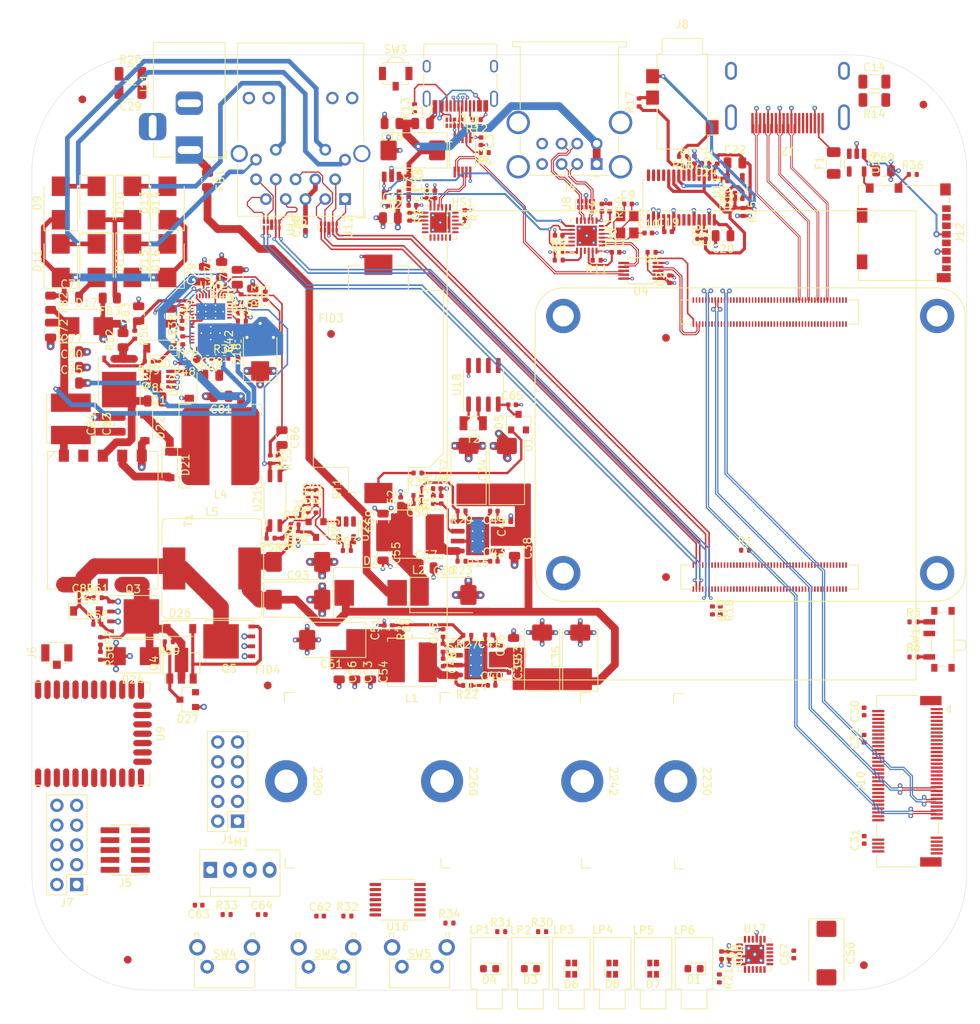
<source format=kicad_pcb>
(kicad_pcb (version 20210108) (generator pcbnew)
  (title_block (title "Light Blue PCB") (date "2021-01-27") (rev "0.1") (company "Nabu Casa") (comment 1 "www.nabucasa.com") (comment 2 "Light Blue"))
  (layers (0 "F.Cu" signal) (1 "In1.Cu" signal) (2 "In2.Cu" signal) (31 "B.Cu" signal) (34 "B.Paste" user) (35 "F.Paste" user) (36 "B.SilkS" user "B.Silkscreen") (37 "F.SilkS" user "F.Silkscreen") (38 "B.Mask" user) (39 "F.Mask" user) (44 "Edge.Cuts" user))
  (net 0 "")
  (net 1 "Net-(BT1-Pad1)")
  (net 2 "GND")
  (net 3 "+3V3")
  (net 4 "Net-(C9-Pad1)")
  (net 5 "Net-(C10-Pad1)")
  (net 6 "+5V")
  (net 7 "Earth")
  (net 8 "/USB/VBUS_{OUT}")
  (net 9 "GNDA")
  (net 10 "+3.3VA")
  (net 11 "Net-(C23-Pad1)")
  (net 12 "Net-(C24-Pad2)")
  (net 13 "Net-(C24-Pad1)")
  (net 14 "Net-(C26-Pad2)")
  (net 15 "Net-(C28-Pad2)")
  (net 16 "Net-(C29-Pad1)")
  (net 17 "+3.3VP")
  (net 18 "+12V")
  (net 19 "Net-(C40-Pad2)")
  (net 20 "Net-(C40-Pad1)")
  (net 21 "Net-(C41-Pad1)")
  (net 22 "Net-(C43-Pad2)")
  (net 23 "Net-(C43-Pad1)")
  (net 24 "Net-(C44-Pad1)")
  (net 25 "Net-(C45-Pad1)")
  (net 26 "Net-(C46-Pad1)")
  (net 27 "Net-(C47-Pad1)")
  (net 28 "Net-(C48-Pad1)")
  (net 29 "Net-(C49-Pad1)")
  (net 30 "Net-(C50-Pad1)")
  (net 31 "Net-(C65-Pad1)")
  (net 32 "+1V8")
  (net 33 "/SDCard/SD_+3V3")
  (net 34 "GND1")
  (net 35 "/PoE/VB")
  (net 36 "Net-(C71-Pad2)")
  (net 37 "Net-(C71-Pad1)")
  (net 38 "+48V")
  (net 39 "Net-(C73-Pad2)")
  (net 40 "Net-(C74-Pad1)")
  (net 41 "VSS")
  (net 42 "Net-(C78-Pad2)")
  (net 43 "Net-(C78-Pad1)")
  (net 44 "/PoE/VCC")
  (net 45 "Net-(C82-Pad1)")
  (net 46 "/PoE/CS")
  (net 47 "Net-(C85-Pad2)")
  (net 48 "/PoE/N1B")
  (net 49 "Net-(C86-Pad2)")
  (net 50 "Net-(C87-Pad2)")
  (net 51 "Net-(C87-Pad1)")
  (net 52 "Net-(C88-Pad2)")
  (net 53 "Net-(C89-Pad2)")
  (net 54 "Net-(C89-Pad1)")
  (net 55 "Net-(C90-Pad2)")
  (net 56 "Net-(C90-Pad1)")
  (net 57 "Net-(C91-Pad2)")
  (net 58 "Net-(D1-Pad2)")
  (net 59 "Net-(D1-Pad1)")
  (net 60 "Net-(D2-Pad2)")
  (net 61 "Net-(D3-Pad1)")
  (net 62 "Net-(D4-Pad1)")
  (net 63 "Net-(D5-Pad1)")
  (net 64 "Net-(D6-Pad3)")
  (net 65 "Net-(D6-Pad2)")
  (net 66 "Net-(D6-Pad1)")
  (net 67 "Net-(D7-Pad3)")
  (net 68 "Net-(D7-Pad2)")
  (net 69 "Net-(D7-Pad1)")
  (net 70 "Net-(D8-Pad3)")
  (net 71 "Net-(D8-Pad2)")
  (net 72 "Net-(D8-Pad1)")
  (net 73 "/Ethernet/VC1")
  (net 74 "/Ethernet/VC2")
  (net 75 "/Ethernet/VC3")
  (net 76 "/Ethernet/VC4")
  (net 77 "Net-(D20-Pad2)")
  (net 78 "Net-(D20-Pad1)")
  (net 79 "Net-(D21-Pad2)")
  (net 80 "Net-(D21-Pad1)")
  (net 81 "Net-(D23-Pad2)")
  (net 82 "Net-(D25-Pad2)")
  (net 83 "Net-(D26-Pad2)")
  (net 84 "Net-(D27-Pad1)")
  (net 85 "Net-(F1-Pad2)")
  (net 86 "Net-(FB1-Pad1)")
  (net 87 "/CM4/GPIO15")
  (net 88 "/CM4/GPIO14")
  (net 89 "/CM4/GPIO4")
  (net 90 "/CM4/GPIO3")
  (net 91 "/CM4/GPIO2")
  (net 92 "/CM4/HDMI.HPD")
  (net 93 "/CM4/HDMI.SDA")
  (net 94 "/CM4/HDMI.SCL")
  (net 96 "/CM4/HDMI.CEC")
  (net 97 "/CM4/HDMI.CLK-")
  (net 98 "/CM4/HDMI.CLK+")
  (net 99 "/CM4/HDMI.D0-")
  (net 100 "/CM4/HDMI.D0+")
  (net 101 "/CM4/HDMI.D1-")
  (net 102 "/CM4/HDMI.D1+")
  (net 103 "/CM4/HDMI.D2-")
  (net 104 "/CM4/HDMI.D2+")
  (net 105 "/USB/VBUS_{IN}")
  (net 107 "Net-(J3-PadA5)")
  (net 108 "/USB/USB-C.D-")
  (net 109 "/USB/USB-C.D+")
  (net 111 "Net-(J3-PadB5)")
  (net 112 "/USB/USB0.D-")
  (net 113 "/USB/USB0.D+")
  (net 114 "/USB/USB1.D-")
  (net 115 "/USB/USB1.D+")
  (net 116 "/802.15.4 Radio/PTI_DATA")
  (net 117 "/802.15.4 Radio/PTI_FRAME")
  (net 118 "/802.15.4 Radio/Radio.SWCLK")
  (net 119 "/802.15.4 Radio/Radio.SWDIO")
  (net 120 "/802.15.4 Radio/Radio.SWO")
  (net 123 "/802.15.4 Radio/Radio.~RESET")
  (net 124 "/802.15.4 Radio/RF_SIGNAL")
  (net 125 "/802.15.4 Radio/PD04")
  (net 126 "/802.15.4 Radio/PD03")
  (net 127 "/802.15.4 Radio/PD01")
  (net 128 "/802.15.4 Radio/PD00")
  (net 129 "/802.15.4 Radio/PC03")
  (net 130 "/802.15.4 Radio/PC02")
  (net 131 "/802.15.4 Radio/PC00")
  (net 132 "/802.15.4 Radio/PA04")
  (net 133 "/802.15.4 Radio/PA00")
  (net 134 "Net-(J8-PadT)")
  (net 135 "Net-(J8-PadR)")
  (net 136 "Net-(J9-Pad18)")
  (net 137 "Net-(J9-Pad16)")
  (net 138 "/CM4/ETH.TD4-")
  (net 139 "/CM4/ETH.TD4+")
  (net 140 "/CM4/ETH.TD3-")
  (net 141 "/CM4/ETH.TD3+")
  (net 142 "/CM4/ETH.TD2-")
  (net 143 "/CM4/ETH.TD2+")
  (net 144 "/CM4/ETH.TD1-")
  (net 145 "/CM4/ETH.TD1+")
  (net 151 "/CM4/PCIe.CLK+")
  (net 153 "/CM4/PCIe.CLK-")
  (net 154 "/CM4/PCIe.~CLKREQ")
  (net 155 "/CM4/PCIe.~RST")
  (net 156 "/CM4/PCIe.TX+")
  (net 158 "/CM4/PCIe.TX-")
  (net 161 "/CM4/PCIe.RX+")
  (net 163 "/CM4/PCIe.RX-")
  (net 189 "Net-(J12-Pad9)")
  (net 190 "/CM4/SD.D0")
  (net 191 "/CM4/SD.CLK")
  (net 192 "/CM4/SD.CMD")
  (net 193 "/CM4/SD.D3")
  (net 194 "/CM4/SD.D1")
  (net 195 "/CM4/SD.D2")
  (net 196 "Net-(L1-Pad1)")
  (net 197 "Net-(L2-Pad1)")
  (net 198 "Net-(M1-Pad4)")
  (net 200 "Net-(Q2-Pad1)")
  (net 201 "Net-(R1-Pad2)")
  (net 202 "Net-(R2-Pad2)")
  (net 203 "/USB/MUX2_SEL")
  (net 204 "Net-(R5-Pad2)")
  (net 205 "Net-(R6-Pad2)")
  (net 206 "/CM4/CM4_DBG.RX")
  (net 207 "Net-(R8-Pad2)")
  (net 208 "Net-(R9-Pad2)")
  (net 209 "Net-(R10-Pad2)")
  (net 210 "Net-(R11-Pad2)")
  (net 211 "Net-(R16-Pad1)")
  (net 212 "Net-(R17-Pad1)")
  (net 213 "/CM4/ETH.LED_GREEN")
  (net 214 "/CM4/ETH.LED_YELLOW")
  (net 215 "/CM4/~LED_ACT")
  (net 216 "Net-(R31-Pad2)")
  (net 217 "/CM4/POWER_BTN")
  (net 218 "/CM4/~SW_USER")
  (net 219 "/CM4/SD.DET")
  (net 220 "Net-(R37-Pad2)")
  (net 221 "Net-(R38-Pad2)")
  (net 222 "Net-(R40-Pad2)")
  (net 223 "Net-(R41-Pad2)")
  (net 224 "Net-(R42-Pad2)")
  (net 225 "/PoE/LINEUV")
  (net 226 "Net-(R45-Pad1)")
  (net 227 "Net-(R46-Pad1)")
  (net 228 "Net-(R47-Pad1)")
  (net 229 "/PoE/COMP")
  (net 230 "Net-(R54-Pad2)")
  (net 231 "/CM4/RUN_PG")
  (net 232 "/CM4/~RPI_BOOT")
  (net 233 "/Front/RTC/SW_POWER")
  (net 234 "/CM4/GLOBAL_EN")
  (net 235 "Net-(TP1-Pad1)")
  (net 282 "/CM4/CM4_USB_D+")
  (net 284 "/CM4/CM4_USB_D-")
  (net 285 "/CM4/CM4_USB_OTG_ID")
  (net 286 "/CM4/~EXTRST")
  (net 289 "/CM4/~LED_PWR")
  (net 294 "/CM4/~FAN_PWM")
  (net 296 "/CM4/SD.PWR")
  (net 303 "/Audio/I2S.CLK")
  (net 304 "/SCL")
  (net 305 "/SDA")
  (net 306 "/802.15.4 Radio/Radio.BOOT")
  (net 307 "/802.15.4 Radio/Radio.CTS")
  (net 308 "/802.15.4 Radio/Radio.RXD")
  (net 309 "/802.15.4 Radio/Radio.TXD")
  (net 310 "/802.15.4 Radio/Radio.RTS")
  (net 314 "/CM4/CM4_DBG.TX")
  (net 317 "/Audio/I2S.FS")
  (net 318 "/Audio/I2S.DIN")
  (net 335 "/USB/CP.D-")
  (net 336 "/USB/CP.D+")
  (net 338 "/USB/OTG.D+")
  (net 339 "/USB/OTG.D-")
  (net 341 "/USB/HUB.D+")
  (net 342 "/USB/HUB.D-")
  (net 349 "/USB/~USB_OC")
  (net 352 "/USB/USB_PWR_EN")
  (net 358 "/802.15.4 Radio/~LED_RADIO")
  (net 375 "Net-(U18-Pad2)")
  (net 376 "Net-(U18-Pad1)")
  (footprint "Fiducial:Fiducial_1mm_Mask2mm" (layer "F.Cu") (at 111.4 66.3)
    (fp_text reference "FID7" hide)
    (fp_text value "Fiducial")
  )
  (footprint "Capacitor_SMD:C_0402_1005Metric" (layer "F.Cu") (at 59.5 140.3)
    (fp_text reference "C64")
    (fp_text value "100n/35v")
  )
  (footprint "Capacitor_SMD:C_0402_1005Metric" (layer "F.Cu") (at 77.23 103.71 -90)
    (fp_text reference "C49")
    (fp_text value "47p")
  )
  (footprint "Resistor_SMD:R_0402_1005Metric" (layer "F.Cu") (at 81.54 87.09 90)
    (fp_text reference "R25")
    (fp_text value "20k")
  )
  (footprint "Capacitor_SMD:C_0402_1005Metric" (layer "F.Cu") (at 67 140.5)
    (fp_text reference "C62")
    (fp_text value "100n")
  )
  (footprint "Capacitor_SMD:C_0402_1005Metric" (layer "F.Cu") (at 78.4 46 -90)
    (fp_text reference "C18")
    (fp_text value "100n")
  )
  (footprint "LightBlue:SiliconLabs_MGM210P" (layer "F.Cu") (at 37.5 117.1 90)
    (fp_text reference "U9")
    (fp_text value "SiliconLabs-MGM210P")
  )
  (footprint "Capacitor_SMD:C_0402_1005Metric" (layer "F.Cu") (at 78.85 49.3 180)
    (fp_text reference "C5")
    (fp_text value "1u")
  )
  (footprint "Diode_SMD:D_SMB" (layer "F.Cu") (at 47.4 49 90)
    (fp_text reference "D13")
    (fp_text value "B2100-13-F")
  )
  (footprint "Capacitor_SMD:C_0402_1005Metric" (layer "F.Cu") (at 77.34 87.25 90)
    (fp_text reference "C52")
    (fp_text value "100n")
  )
  (footprint "Package_TO_SOT_SMD:SOT-23-5" (layer "F.Cu") (at 70.34 91.01 -90)
    (fp_text reference "U22")
    (fp_text value "TL431CDBVR")
  )
  (footprint "Package_TO_SOT_SMD:TDSON-8-1" (layer "F.Cu") (at 43 102.05)
    (fp_text reference "Q3")
    (fp_text value "CSD17510Q5A")
  )
  (footprint "Capacitor_SMD:C_0805_2012Metric" (layer "F.Cu") (at 35.1 61.1)
    (fp_text reference "C71")
    (fp_text value "1n/100V")
  )
  (footprint "Resistor_SMD:R_0402_1005Metric" (layer "F.Cu") (at 63.72 90.26)
    (fp_text reference "R57")
    (fp_text value "22k")
  )
  (footprint "Capacitor_SMD:C_0402_1005Metric" (layer "F.Cu") (at 103.175 49.6 90)
    (fp_text reference "C4")
    (fp_text value "100n")
  )
  (footprint "Diode_SMD:D_SMB" (layer "F.Cu") (at 47.4 56.4 90)
    (fp_text reference "D15")
    (fp_text value "B2100-13-F")
  )
  (footprint "Capacitor_SMD:C_0805_2012Metric" (layer "F.Cu") (at 53.1 71.1)
    (fp_text reference "C78")
    (fp_text value "100n/100V")
  )
  (footprint "Resistor_SMD:R_0402_1005Metric" (layer "F.Cu") (at 56.4625 66.73 90)
    (fp_text reference "R42")
    (fp_text value "25k5/1%")
  )
  (footprint "Package_SO:MSOP-10_3x3mm_P0.5mm" (layer "F.Cu") (at 85.275 42.825 -90)
    (fp_text reference "U3")
    (fp_text value "FSUSB42MUX")
  )
  (footprint "Package_DFN_QFN:QFN-24-1EP_4x4mm_P0.5mm_EP2.6x2.6mm" (layer "F.Cu") (at 82.425 51.5 -90)
    (fp_text reference "U2")
    (fp_text value "CP2102N-Axx-xQFN24")
  )
  (footprint "Capacitor_SMD:C_0805_2012Metric" (layer "F.Cu") (at 91.96 93.31 -90)
    (fp_text reference "C38")
    (fp_text value "10u/35V")
  )
  (footprint "Resistor_SMD:R_0402_1005Metric" (layer "F.Cu") (at 49.2625 64.63 90)
    (fp_text reference "R38")
    (fp_text value "60k4/1%")
  )
  (footprint "Resistor_SMD:R_0805_2012Metric" (layer "F.Cu") (at 52.54 46.05 -90)
    (fp_text reference "FB1")
    (fp_text value "300R/3A")
  )
  (footprint "Package_TO_SOT_SMD:TDSON-8-1" (layer "F.Cu") (at 41.2 71.9 -90)
    (fp_text reference "Q2")
    (fp_text value "FDMS86255")
  )
  (footprint "Resistor_SMD:R_1206_3216Metric" (layer "F.Cu") (at 42.65 32.425)
    (fp_text reference "R20")
    (fp_text value "0R")
  )
  (footprint "Capacitor_SMD:C_0402_1005Metric" (layer "F.Cu") (at 66.47 86.32 90)
    (fp_text reference "C90")
    (fp_text value "22n")
  )
  (footprint "Capacitor_SMD:C_0402_1005Metric" (layer "F.Cu") (at 76.4 49.425)
    (fp_text reference "C13")
    (fp_text value "100n")
  )
  (footprint "Capacitor_SMD:C_0402_1005Metric" (layer "F.Cu") (at 64.2 91.7 90)
    (fp_text reference "C88")
    (fp_text value "1u")
  )
  (footprint "Button_Switch_THT:SW_Tactile_SPST_Angled_PTS645Vx39-2LFS" (layer "F.Cu") (at 82 147 180)
    (fp_text reference "SW5")
    (fp_text value "SW_USER")
  )
  (footprint "Capacitor_SMD:C_0805_2012Metric" (layer "F.Cu") (at 76.225 38.8 180)
    (fp_text reference "C16")
    (fp_text value "10u")
  )
  (footprint "Capacitor_SMD:C_1206_3216Metric" (layer "F.Cu") (at 138.15 33.425)
    (fp_text reference "C14")
    (fp_text value "100n/1kV")
  )
  (footprint "Capacitor_SMD:C_0402_1005Metric" (layer "F.Cu") (at 116.475 53.125 90)
    (fp_text reference "C26")
    (fp_text value "100n")
  )
  (footprint "Capacitor_SMD:C_0805_2012Metric" (layer "F.Cu") (at 41.3 77.4 90)
    (fp_text reference "C82")
    (fp_text value "2u2/100V")
  )
  (footprint "Resistor_SMD:R_0402_1005Metric" (layer "F.Cu") (at 55 140.3)
    (fp_text reference "R33")
    (fp_text value "10k")
  )
  (footprint "Package_SO:SOIC-8-1EP_3.9x4.9mm_P1.27mm_EP2.95x4.9mm_Mask2.71x3.4mm_ThermalVias" (layer "F.Cu") (at 87.22 91.75 180)
    (fp_text reference "U15")
    (fp_text value "AP64501SP-13")
  )
  (footprint "LED_SMD:LED_LiteOn_LTST-C19HE1WT" (layer "F.Cu") (at 104.5 147.25)
    (fp_text reference "D8")
    (fp_text value "LTST-C19HE1WT")
  )
  (footprint "Connector:FanPinHeader_1x04_P2.54mm_Vertical" (layer "F.Cu") (at 52.9 134.575)
    (fp_text reference "M1")
    (fp_text value "Fan_4pin")
  )
  (footprint "Fiducial:Fiducial_1mm_Mask2mm" (layer "F.Cu") (at 136.8 146.8)
    (fp_text reference "FID5" hide)
    (fp_text value "Fiducial")
  )
  (footprint "Capacitor_SMD:C_0402_1005Metric" (layer "F.Cu") (at 109.125 52.85)
    (fp_text reference "C10")
    (fp_text value "18p")
  )
  (footprint "Diode_SMD:D_SOD-123" (layer "F.Cu") (at 50.2 72.4 90)
    (fp_text reference "D19")
    (fp_text value "BAT41ZFILM")
  )
  (footprint "Package_TO_SOT_SMD:SOT-89-3" (layer "F.Cu") (at 49.2 108.375 90)
    (fp_text reference "Q4")
    (fp_text value "BCX56")
  )
  (footprint "Resistor_SMD:R_0402_1005Metric" (layer "F.Cu") (at 76.25 103.7 -90)
    (fp_text reference "R26")
    (fp_text value "47k/1%")
  )
  (footprint "Inductor_SMD:L_Bourns_SRN6045TA" (layer "F.Cu") (at 79.64 91.49 180)
    (fp_text reference "L2")
    (fp_text value "3u3")
  )
  (footprint "Connector_USB:USB_C_Receptacle_HRO_TYPE-C-31-M-12" (layer "F.Cu") (at 85 32.5 180)
    (fp_text reference "J3")
    (fp_text value "USB_C_Receptacle_USB2.0")
  )
  (footprint "Resistor_SMD:R_0402_1005Metric" (layer "F.Cu") (at 43.2 65.9 -90)
    (fp_text reference "R50")
    (fp_text value "2k49/1%")
  )
  (footprint "LightBlue:Transformer_Wuerth_749119550" (layer "F.Cu") (at 39.1 89.7 -90)
    (fp_text reference "T1")
    (fp_text value "Transformer_Wurth_749119550")
  )
  (footprint "Capacitor_SMD:C_0402_1005Metric" (layer "F.Cu") (at 119.5 145.525 -90)
    (fp_text reference "C68")
    (fp_text value "100n")
  )
  (footprint "Capacitor_SMD:C_0805_2012Metric" (layer "F.Cu") (at 80.15 38.8)
    (fp_text reference "C17")
    (fp_text value "10u")
  )
  (footprint "LED_SMD:LED_0603_1608Metric" (layer "F.Cu") (at 115 147.25 180)
    (fp_text reference "D1")
    (fp_text value "LED_Small")
  )
  (footprint "Package_TO_SOT_SMD:SOT-23-5" (layer "F.Cu") (at 120.25 46.95 90)
    (fp_text reference "U11")
    (fp_text value "TLV74033PDBVR")
  )
  (footprint "Capacitor_Tantalum_SMD:CP_EIA-7343-31_Kemet-D" (layer "F.Cu") (at 82.92 99.3)
    (fp_text reference "C60")
    (fp_text value "100u")
  )
  (footprint "Capacitor_Tantalum_SMD:CP_EIA-7343-31_Kemet-D" (layer "F.Cu") (at 132 145.25 -90)
    (fp_text reference "C58")
    (fp_text value "100u")
  )
  (footprint "Capacitor_SMD:C_1206_3216Metric" (layer "F.Cu") (at 42.65 34.75 180)
    (fp_text reference "C29")
    (fp_text value "100n/1kV")
  )
  (footprint "Resistor_SMD:R_0402_1005Metric" (layer "F.Cu") (at 62.64 92.01 180)
    (fp_text reference "R56")
    (fp_text value "49R9")
  )
  (footprint "Capacitor_SMD:C_0805_2012Metric" (layer "F.Cu") (at 56.3625 58.53 90)
    (fp_text reference "C76")
    (fp_text value "100n/100V")
  )
  (footprint "Resistor_SMD:R_0402_1005Metric" (layer "F.Cu") (at 56.85 61.23 90)
    (fp_text reference "R47")
    (fp_text value "0R")
  )
  (footprint "Capacitor_SMD:C_0402_1005Metric" (layer "F.Cu") (at 136.83 114.24 90)
    (fp_text reference "C30")
    (fp_text value "100n")
  )
  (footprint "Capacitor_SMD:C_0402_1005Metric" (layer "F.Cu") (at 89.01 110.89)
    (fp_text reference "C40")
    (fp_text value "100n/35V")
  )
  (footprint "Capacitor_SMD:C_0805_2012Metric" (layer "F.Cu") (at 47.75 63.53 -90)
    (fp_text reference "C70")
    (fp_text value "2n2/100V")
  )
  (footprint "Capacitor_SMD:C_0402_1005Metric" (layer "F.Cu") (at 91.48 90.4 90)
    (fp_text reference "C42")
    (fp_text value "100n/35V")
  )
  (footprint "Resistor_SMD:R_0402_1005Metric" (layer "F.Cu") (at 97.625 56.325)
    (fp_text reference "R8")
    (fp_text value "10k")
  )
  (footprint "Capacitor_SMD:C_0805_2012Metric" (layer "F.Cu") (at 35.1 70.1)
    (fp_text reference "C80")
    (fp_text value "47u/63V")
  )
  (footprint "Resistor_SMD:R_0402_1005Metric" (layer "F.Cu") (at 49.6 69.5 180)
    (fp_text reference "R48")
    (fp_text value "10k")
  )
  (footprint "Capacitor_SMD:C_0402_1005Metric" (layer "F.Cu") (at 111.85 58.775 90)
    (fp_text reference "C2")
    (fp_text value "100n")
  )
  (footprint "Capacitor_SMD:C_0402_1005Metric" (layer "F.Cu") (at 106.525 49.125)
    (fp_text reference "C9")
    (fp_text value "18p")
  )
  (footprint "Resistor_SMD:R_0402_1005Metric" (layer "F.Cu") (at 85.89 104.47 180)
    (fp_text reference "R27")
    (fp_text value "15k/1%")
  )
  (footprint "Capacitor_Tantalum_SMD:CP_EIA-7343-31_Kemet-D" (layer "F.Cu") (at 86.06 83.27 90)
    (fp_text reference "C37")
    (fp_text value "33u/35V")
  )
  (footprint "Resistor_SMD:R_0402_1005Metric" (layer "F.Cu") (at 143.08 45.34)
    (fp_text reference "R36")
    (fp_text value "10k")
  )
  (footprint "Capacitor_SMD:C_0402_1005Metric" (layer "F.Cu") (at 87.65 41.075 -90)
    (fp_text reference "C3")
    (fp_text value "100n")
  )
  (footprint "Capacitor_SMD:C_0805_2012Metric" (layer "F.Cu") (at 35.1 72.1)
    (fp_text reference "C75")
    (fp_text value "100n/100V")
  )
  (footprint "Crystal:Crystal_SMD_3225-4Pin_3.2x2.5mm" (layer "F.Cu") (at 106.425 51.75 90)
    (fp_text reference "Y1")
    (fp_text value "24MHz")
  )
  (footprint "Resistor_SMD:R_0402_1005Metric" (layer "F.Cu") (at 54.36 59.73 180)
    (fp_text reference "R44")
    (fp_text value "10k")
  )
  (footprint "Capacitor_SMD:C_0805_2012Metric" (layer "F.Cu") (at 62.1 79.1 -90)
    (fp_text reference "C86")
    (fp_text value "68n/100V")
  )
  (footprint "TestPoint:TestPoint_Pad_D1.0mm" (layer "F.Cu") (at 51.15 69.05)
    (fp_text reference "TP1")
    (fp_text value "TestPoint")
  )
  (footprint "Package_DFN_QFN:WQFN-24-1EP_4x4mm_P0.5mm_EP2.45x2.45mm" (layer "F.Cu") (at 122.79 145.415)
    (fp_text reference "U17")
    (fp_text value "LP5569RTWR")
  )
  (footprint "Resistor_SMD:R_0402_1005Metric" (layer "F.Cu") (at 54.7 68.93)
    (fp_text reference "R37")
    (fp_text value "31R6/1%")
  )
  (footprint "Package_SON:USON-10_2.5x1.0mm_P0.5mm" (layer "F.Cu") (at 60.78 51.78 -90)
    (fp_text reference "U13")
    (fp_text value "TPD4EUSB30")
  )
  (footprint "LED_SMD:LED_0603_1608Metric" (layer "F.Cu") (at 94 147.25 180)
    (fp_text reference "D3")
    (fp_text value "LED Green")
  )
  (footprint "Capacitor_SMD:C_0402_1005Metric" (layer "F.Cu") (at 88.68 104.43 180)
    (fp_text reference "C41")
    (fp_text value "10n")
  )
  (footprint "Capacitor_SMD:C_0402_1005Metric" (layer "F.Cu") (at 65.12 52.01 90)
    (fp_text reference "C28")
    (fp_text value "100n")
  )
  (footprint "Capacitor_SMD:C_0402_1005Metric" (layer "F.Cu") (at 79.47 87.56 180)
    (fp_text reference "C50")
    (fp_text value "47p")
  )
  (footprint "Fiducial:Fiducial_1mm_Mask2mm" (layer "F.Cu") (at 36.475 35.7 90)
    (fp_text reference "FID1" hide)
    (fp_text value "Fiducial")
  )
  (footprint "Resistor_SMD:R_0402_1005Metric" (layer "F.Cu") (at 59.95 60.9 90)
    (fp_text reference "R43")
    (fp_text value "110k")
  )
  (footprint "Capacitor_SMD:C_0402_1005Metric" (layer "F.Cu") (at 82.54 87.08 90)
    (fp_text reference "C47")
    (fp_text value "47p")
  )
  (footprint "Capacitor_SMD:C_0402_1005Metric" (layer "F.Cu") (at 91.25 108.77 -90)
    (fp_text reference "C39")
    (fp_text value "100n/35V")
  )
  (footprint "LightBlue:Lightpipe_Bivar-SLP3-150-100-F" (layer "F.Cu") (at 115 144.5)
    (fp_text reference "LP6")
    (fp_text value "LightPipe")
  )
  (footprint "Fiducial:Fiducial_1mm_Mask2mm" (layer "F.Cu") (at 42.3 146.1)
    (fp_text reference "FID8" hide)
    (fp_text value "Fiducial")
  )
  (footprint "LightBlue:RJ45_LINK-PP_LPJG0926HENL_Horizontal" (layer "F.Cu") (at 70.2 48.5 180)
    (fp_text reference "J9")
    (fp_text value "RJ45_LINK-PP_LPJG0926HENL_Horizontal")
  )
  (footprint "Capacitor_SMD:C_0402_1005Metric" (layer "F.Cu") (at 81.98 85.64)
    (fp_text reference "C48")
    (fp_text value "1n2")
  )
  (footprint "Resistor_SMD:R_0402_1005Metric" (layer "F.Cu") (at 88.125 42.525 180)
    (fp_text reference "R4")
    (fp_text value "3k6")
  )
  (footprint "Resistor_SMD:R_0402_1005Metric" (layer "F.Cu") (at 85.15 88.52 180)
    (fp_text reference "R29")
    (fp_text value "2k2/1%")
  )
  (footprint "Package_TO_SOT_SMD:SOT-23" (layer "F.Cu") (at 66.47 90.9 -90)
    (fp_text reference "D25")
    (fp_text value "BAT54S-7-F")
  )
  (footprint "LED_SMD:LED_LiteOn_LTST-C19HE1WT" (layer "F.Cu") (at 99.25 147.25)
    (fp_text reference "D6")
    (fp_text value "LTST-C19HE1WT")
  )
  (footprint "Resistor_SMD:R_0402_1005Metric" (layer "F.Cu") (at 66.47 88.21 90)
    (fp_text reference "R60")
    (fp_text value "10k2/1%")
  )
  (footprint "Capacitor_SMD:C_0805_2012Metric" (layer "F.Cu") (at 75.07 93.91 -90)
    (fp_text reference "C55")
    (fp_text value "10u")
  )
  (footprint "Capacitor_SMD:C_0402_1005Metric" (layer "F.Cu") (at 104.925 55.325)
    (fp_text reference "C11")
    (fp_text value "100n")
  )
  (footprint "Capacitor_SMD:C_0402_1005Metric" (layer "F.Cu") (at 89.3 88.53 180)
    (fp_text reference "C44")
    (fp_text value "10n")
  )
  (footprint "Connector_PinHeader_2.54mm:PinHeader_2x05_P2.54mm_Vertical" (layer "F.Cu") (at 56.4 128.325 180)
    (fp_text reference "J1")
    (fp_text value "Conn_02x05_Odd_Even")
  )
  (footprint "Capacitor_SMD:C_0402_1005Metric" (layer "F.Cu") (at 65.48 88.22 90)
    (fp_text reference "C91")
    (fp_text value "100p")
  )
  (footprint "Resistor_SMD:R_0402_1005Metric" (layer "F.Cu") (at 79.125 36.85 90)
    (fp_text reference "R13")
    (fp_text value "5k1")
  )
  (footprint "Capacitor_SMD:C_0805_2012Metric" (layer "F.Cu") (at 118.725 53.2 180)
    (fp_text reference "C20")
    (fp_text value "10u")
  )
  (footprint "Capacitor_SMD:C_0402_1005Metric" (layer "F.Cu") (at 82.78 104.18 90)
    (fp_text reference "C45")
    (fp_text value "47p")
  )
  (footprint "Capacitor_SMD:C_0402_1005Metric" (layer "F.Cu") (at 136.83 117.74 90)
    (fp_text reference "C32")
    (fp_text value "100n")
  )
  (footprint "Capacitor_SMD:C_0805_2012Metric" (layer "F.Cu") (at 58.35 60.93 -90)
    (fp_text reference "C73")
    (fp_text value "47n/100V")
  )
  (footprint "Capacitor_SMD:C_0402_1005Metric" (layer "F.Cu") (at 91.64 74.89)
    (fp_text reference "C65")
    (fp_text value "100n")
  )
  (footprint "Resistor_SMD:R_0402_1005Metric" (layer "F.Cu") (at 65.47 86.31 -90)
    (fp_text reference "R62")
    (fp_text value "4k99")
  )
  (footprint "Package_SON:USON-10_2.5x1.0mm_P0.5mm" (layer "F.Cu") (at 101.15 49.165 90)
    (fp_text reference "U8")
    (fp_text value "TPD4EUSB30")
  )
  (footprint "Crystal:Crystal_SMD_3215-2Pin_3.2x1.5mm" (layer "F.Cu") (at 86.65 77.26 180)
    (fp_text reference "Y2")
    (fp_text value "X32K768S301")
  )
  (footprint "Resistor_SMD:R_0805_2012Metric" (layer "F.Cu") (at 32.4 61.8 -90)
    (fp_text reference "FB2")
    (fp_text value "300R/2A")
  )
  (footprint "MountingHole:MountingHole_2.7mm_M2.5" (layer "F.Cu") (at 40 140)
    (fp_text reference "H4" hide)
    (fp_text value "MountingHole")
  )
  (footprint "Button_Switch_THT:SW_Tactile_SPST_Angled_PTS645Vx39-2LFS" (layer "F.Cu") (at 70 147 180)
    (fp_text reference "SW2")
    (fp_text value "SW_RESET")
  )
  (footprint "Capacitor_SMD:C_0805_2012Metric" (layer "F.Cu") (at 71.45 109.17 -90)
    (fp_text reference "C53")
    (fp_text value "10u")
  )
  (footprint "LightBlue:Lightpipe_Bivar-SLP3-150-100-F" (layer "F.Cu") (at 94 144.5)
    (fp_text reference "LP2")
    (fp_text value "LightPipe")
  )
  (footprint "Resistor_SMD:R_0402_1005Metric" (layer "F.Cu") (at 143.175 102.75)
    (fp_text reference "R5")
    (fp_text value "2k2/1%")
  )
  (footprint "Resistor_SMD:R_0402_1005Metric" (layer "F.Cu") (at 118.25 148.5 -90)
    (fp_text reference "R21")
    (fp_text value "1k")
  )
  (footprint "Package_SO:SOIC-8-1EP_3.9x4.9mm_P1.27mm_EP2.95x4.9mm_Mask2.71x3.4mm_ThermalVias" (layer "F.Cu") (at 87 107.67 180)
    (fp_text reference "U14")
    (fp_text value "AP64501SP-13")
  )
  (footprint "Inductor_SMD:L_Bourns_SRN6045TA" (layer "F.Cu") (at 78.75 107.93 180)
    (fp_text reference "L1")
    (fp_text value "3u3")
  )
  (footprint "LightBlue:TE_2199230_Bus_M.2_M_H4.2mm_P0.5mm_2280_Horizontal" (layer "F.Cu") (at 142.4 123.2 -90)
    (fp_text reference "J10")
    (fp_text value "Bus_M.2_Socket_M")
  )
  (footprint "Resistor_SMD:R_0402_1005Metric" (layer "F.Cu") (at 82.78 106.07 -90)
    (fp_text reference "R24")
    (fp_text value "20k")
  )
  (footprint "Capacitor_SMD:C_0805_2012Metric" (layer "F.Cu") (at 32.4 65.3 -90)
    (fp_text reference "C72")
    (fp_text value "1n/100V")
  )
  (footprint "Capacitor_SMD:C_0402_1005Metric" (layer "F.Cu") (at 80.725 47.9 90)
    (fp_text reference "C1")
    (fp_text value "100n")
  )
  (footprint "Diode_SMD:D_SOD-123" (layer "F.Cu") (at 44.5 77.85 -90)
    (fp_text reference "D22")
    (fp_text value "BAT41ZFILM")
  )
  (footprint "Resistor_SMD:R_0402_1005Metric" (layer "F.Cu") (at 117.36 101.28 -90)
    (fp_text reference "R19")
    (fp_text value "470Ω")
  )
  (footprint "Capacitor_SMD:C_0805_2012Metric" (layer "F.Cu") (at 54.3625 57.53 90)
    (fp_text reference "C74")
    (fp_text value "100n/100V")
  )
  (footprint "Capacitor_SMD:C_0402_1005Metric" (layer "F.Cu") (at 116.5 43.9 180)
    (fp_text reference "C24")
    (fp_text value "2u2/25V")
  )
  (footprint "Capacitor_SMD:C_0805_2012Metric" (layer "F.Cu") (at 120.25 43.85)
    (fp_text reference "C22")
    (fp_text value "10u")
  )
  (footprint "Package_TO_SOT_SMD:SOT-23-5" (layer "F.Cu") (at 135.88 43.82 -90)
    (fp_text reference "U19")
    (fp_text value "RT9742GGJ5")
  )
  (footprint "Resistor_SMD:R_1206_3216Metric" (layer "F.Cu") (at 138.15 35.775 180)
    (fp_text reference "R14")
    (fp_text value "0R")
  )
  (footprint "Diode_SMD:D_SMB" (layer "F.Cu") (at 59.3 68.4 90)
    (fp_text reference "D18")
    (fp_text value "B2100-13-F")
  )
  (footprint "Capacitor_SMD:C_0805_2012Metric" (layer "F.Cu") (at 39.3 77.4 90)
    (fp_text reference "C84")
    (fp_text value "2u2/100V")
  )
  (footprint "Capacitor_SMD:C_0402_1005Metric" (layer "F.Cu") (at 136.84 130.72 90)
    (fp_text reference "C31")
    (fp_text value "100n")
  )
  (footprint "Resistor_SMD:R_0402_1005Metric" (layer "F.Cu") (at 79.49 86.53 180)
    (fp_text reference "R28")
    (fp_text value "12k/1%")
  )
  (footprint "LightBlue:Texas_VQFN-47-2EP_5x7mm_P0.4mm_ThermalVias" (layer "F.Cu") (at 52.95 64.33)
    (fp_text reference "U20")
    (fp_text value "TPS23734")
  )
  (footprint "Resistor_SMD:R_0402_1005Metric" (layer "F.Cu") (at 85.15 94.97 180)
    (fp_text reference "R23")
    (fp_text value "10R")
  )
  (footprint "Capacitor_Tantalum_SMD:CP_EIA-7343-31_Kemet-D" (layer "F.Cu") (at 90.98 83.29 90)
    (fp_text reference "C34")
    (fp_text value "33u/35V")
  )
  (footprint "Capacitor_SMD:C_0805_2012Metric" (layer "F.Cu") (at 43.7 63.2 90)
    (fp_text reference "C83")
    (fp_text value "47p/100V")
  )
  (footprint "Capacitor_SMD:C_0805_2012Metric" (layer "F.Cu") (at 73.46 109.17 -90)
    (fp_text reference "C54")
    (fp_text value "10u")
  )
  (footprint "Capacitor_SMD:C_0402_1005Metric" (layer "F.Cu") (at 81.725 47.9 90)
    (fp_text reference "C8")
    (fp_text value "4u7")
  )
  (footprint "Fiducial:Fiducial_1mm_Mask2mm" (layer "F.Cu") (at 60.275 110.9)
    (fp_text reference "FID4")
    (fp_text value "Fiducial")
  )
  (footprint "Resistor_SMD:R_0402_1005Metric" (layer "F.Cu") (at 56.95 64.13)
    (fp_text reference "R45")
    (fp_text value "42k2")
  )
  (footprint "Connector_USB:USB_A_Wuerth_61400826021_Horizontal_Stacked" (layer "F.Cu") (at 102.5 44 180)
    (fp_text reference "J4")
    (fp_text value "USB_A_Stacked")
  )
  (footprint "Resistor_SMD:R_0402_1005Metric" (layer "F.Cu") (at 38.4 103.05)
    (fp_text reference "R55")
    (fp_text value "10R")
  )
  (footprint "Resistor_SMD:R_0402_1005Metric" (layer "F.Cu") (at 90.25 142.5)
    (fp_text reference "R31")
    (fp_text value "1k")
  )
  (footprint "Resistor_SMD:R_0402_1005Metric" (layer "F.Cu") (at 49.3625 66.63 90)
    (fp_text reference "R41")
    (fp_text value "0R")
  )
  (footprint "Fiducial:Fiducial_1mm_Mask2mm" (layer "F.Cu") (at 144.45 36.375)
    (fp_text reference "FID2" hide)
    (fp_text value "Fiducial")
  )
  (footprint "Connector_PinHeader_2.54mm:PinHeader_2x05_P2.54mm_Vertical" (layer "F.Cu") (at 35.75 136.45 180)
    (fp_text reference "J7")
    (fp_text value "Conn_02x04_Odd_Even")
  )
  (footprint "Resistor_SMD:R_0402_1005Metric" (layer "F.Cu") (at 60.6 81.9 -90)
    (fp_text reference "R51")
    (fp_text value "2k/1%")
  )
  (footprint "Capacitor_SMD:C_0402_1005Metric" (layer "F.Cu") (at 119.75 49.55)
    (fp_text reference "C27")
    (fp_text value "100n")
  )
  (footprint "Diode_SMD:D_SOD-123" (layer "F.Cu") (at 37 101.35)
    (fp_text reference "D23")
    (fp_text value "BAT41ZFILM")
  )
  (footprint "Capacitor_SMD:C_0805_2012Metric" (layer "F.Cu") (at 139.33 44.87)
    (fp_text reference "C69")
    (fp_text value "10u")
  )
  (footprint "Resistor_SMD:R_0402_1005Metric" (layer "F.Cu") (at 60.64 92.01 180)
    (fp_text reference "R54")
    (fp_text value "1k47")
  )
  (footprint "Capacitor_Tantalum_SMD:CP_EIA-7343-31_Kemet-D" (layer "F.Cu") (at 68.45 105.06 180)
    (fp_text reference "C61")
    (fp_text value "100u")
  )
  (footprint "Capacitor_SMD:C_0402_1005Metric" (layer "F.Cu") (at 115.475 53.125 -90)
    (fp_text reference "C25")
    (fp_text value "100n")
  )
  (footprint "Resistor_SMD:R_0402_1005Metric" (layer "F.Cu") (at 61.6 81.9 -90)
    (fp_text reference "R53")
    (fp_text value "511R/1%")
  )
  (footprint "Resistor_SMD:R_0402_1005Metric" (layer "F.Cu") (at 104.175 49.6 -90)
    (fp_text reference "R10")
    (fp_text value "12k/1%")
  )
  (footprint "Package_SO:Vishay_PowerPAK_1212-8_Single" (layer "F.Cu") (at 46.3 71.6 180)
    (fp_text reference "Q1")
    (fp_text value "FDMC2523P")
  )
  (footprint "Resistor_SMD:R_0402_1005Metric" (layer "F.Cu") (at 56.95 63.13)
    (fp_text reference "R46")
    (fp_text value "499k")
  )
  (footprint "Capacitor_SMD:C_0402_1005Metric" (layer "F.Cu") (at 89.3 94.97)
    (fp_text reference "C43")
    (fp_text value "100n/35V")
  )
  (footprint "Fiducial:Fiducial_1mm_Mask2mm" (layer "F.Cu") (at 111.4 97)
    (fp_text reference "FID6" hide)
    (fp_text value "Fiducial")
  )
  (footprint "Resistor_SMD:R_0402_1005Metric" (layer "F.Cu") (at 52.55 68.93 180)
    (fp_text reference "R40")
    (fp_text value "49k9/1%")
  )
  (footprint "Capacitor_SMD:C_0805_2012Metric" (layer "F.Cu") (at 69.44 109.17 -90)
    (fp_text reference "C56")
    (fp_text value "10u")
  )
  (footprint "Resistor_SMD:R_0402_1005Metric" (layer "F.Cu") (at 102.5 56.35 180)
    (fp_text reference "R11")
    (fp_text value "10k")
  )
  (footprint "Package_SO:TSSOP-28_4.4x9.7mm_P0.65mm" (layer "F.Cu") (at 113.375 48.3 -90)
    (fp_text reference "U10")
    (fp_text value "PCM5121PW")
  )
  (footprint "Diode_SMD:D_SMB" (layer "F.Cu") (at 38.3 49 -90)
    (fp_text reference "D10")
    (fp_text value "B2100-13-F")
  )
  (footprint "Diode_SMD:D_SOD-123" (layer "F.Cu") (at 49 103.625)
    (fp_text reference "D26")
    (fp_text value "BAT41ZFILM")
  )
  (footprint "Diode_SMD:D_SMB" (layer "F.Cu") (at 38.3 56.4 -90)
    (fp_text reference "D12")
    (fp_text value "B2100-13-F")
  )
  (footprint "LightBlue:Jack_3.5mm_CUI_SJ2-35953A-SMT_Horizontal" (layer "F.Cu") (at 113.5 35.98)
    (fp_text reference "J8")
    (fp_text value "AudioJack3")
  )
  (footprint "Capacitor_SMD:C_0805_2012Metric" (layer "F.Cu") (at 75.07 89.81 90)
    (fp_text reference "C59")
    (fp_text value "10u")
  )
  (footprint "Package_SO:TSSOP-14_4.4x5mm_P0.65mm" (layer "F.Cu") (at 76.95 138.4 180)
    (fp_text reference "U16")
    (fp_text value "74LVC07APW")
  )
  (footprint "Diode_SMD:D_SMB" (layer "F.Cu") (at 33.7 49 90)
    (fp_text reference "D9")
    (fp_text value "B2100-13-F")
  )
  (footprint "Capacitor_SMD:C_0805_2012Metric" (layer "F.Cu") (at 76.025 50.9)
    (fp_text reference "C12")
    (fp_text value "10u")
  )
  (footprint "Capacitor_SMD:C_0805_2012Metric" (layer "F.Cu") (at 45.8 74.4)
    (fp_text reference "C85")
    (fp_text value "47n/100V")
  )
  (footprint "Resistor_SMD:R_0402_1005Metric" (layer "F.Cu") (at 85.86 110.9 180)
    (fp_text reference "R22")
    (fp_text value "10R")
  )
  (footprint "Capacitor_SMD:C_0402_1005Metric" (layer "F.Cu") (at 127.8 145.425 90)
    (fp_text reference "C67")
    (fp_text value "100n")
  )
  (footprint "Resistor_SMD:R_0402_1005Metric" (layer "F.Cu") (at 45 69.3 180)
    (fp_text reference "R49")
    (fp_text value "4R7")
  )
  (footprint "Inductor_SMD:L_Bourns_SRR1260" (layer "F.Cu") (at 53.1 95.9)
    (fp_text reference "L5")
    (fp_text value "10u")
  )
  (footprint "LightBlue:L_Bourns-SDR1006" (layer "F.Cu") (at 54.2 80.2 180)
    (fp_text reference "L4")
    (fp_text value "2m2")
  )
  (footprint "Button_Switch_THT:SW_Tactile_SPST_Angled_PTS645Vx39-2LFS" (layer "F.Cu") (at 57 147 180)
    (fp_text reference "SW4")
    (fp_text value "SW_POWER")
  )
  (footprint "Resistor_SMD:R_0402_1005Metric" (layer "F.Cu") (at 109.55 55.325 180)
    (fp_text reference "R3")
    (fp_text value "2k2/1%")
  )
  (footprint "LightBlue:HDMI_A_Molex_2086588131_Horizontal" (layer "F.Cu") (at 127 38 180)
    (fp_text reference "J2")
    (fp_text value "HDMI_A_2.0")
  )
  (footprint "LightBlue:RaspberryPi-CM4" (layer "F.Cu") (at 122.21 80 90)
    (fp_text reference "U1")
    (fp_text value "RaspberryPi-CM4Lite")
  )
  (footprint "Package_TO_SOT_SMD:TDSON-8-1" (layer "F.Cu") (at 55.325 105.25 180)
    (fp_text reference "Q5")
    (fp_text value "CSD17510Q5A")
  )
  (footprint "Resistor_SMD:R_0402_1005Metric" (layer "F.Cu") (at 143.175 107.25)
    (fp_text reference "R6")
    (fp_text value "2k2/1%")
  )
  (footprint "Resistor_SMD:R_0805_2012Metric" (layer "F.Cu") (at 41.7 66.6 90)
    (fp_text reference "R52")
    (fp_text value "0R1")
  )
  (footprint "Diode_SMD:D_SMB" (layer "F.Cu") (at 37 64.8)
    (fp_text reference "D17")
    (fp_text value "SMBJ58A-13-F")
  )
  (footprint "Connector_BarrelJack:BarrelJack_Horizontal" (layer "F.Cu") (at 50.2 42.2 -90)
    (fp_text reference "J11")
    (fp_text value "Barrel_Jack")
  )
  (footprint "Package_SON:USON-10_2.5x1.0mm_P0.5mm" (layer "F.Cu") (at 84.25 38.7 -90)
    (fp_text reference "U5")
    (fp_text value "TPD4EUSB30")
  )
  (footprint "Package_DFN_QFN:QFN-24-1EP_4x4mm_P0.5mm_EP2.6x2.6mm" (layer "F.Cu") (at 101.225 53.2 -90)
    (fp_text reference "U6")
    (fp_text value "USB2422")
  )
  (footprint "Resistor_SMD:R_0402_1005Metric" (layer "F.Cu") (at 70.43 93.59)
    (fp_text reference "R63")
    (fp_text value "1k21/1%")
  )
  (footprint "Capacitor_SMD:C_0402_1005Metric" (layer "F.Cu") (at 51.4 139.1 180)
    (fp_text reference "C63")
    (fp_text value "1u/35V")
  )
  (footprint "Resistor_SMD:R_0805_2012Metric" (layer "F.Cu") (at 40 61.2 180)
    (fp_text reference "FB3")
    (fp_text value "300R/2A")
  )
  (footprint "Diode_SMD:D_SMB" (layer "F.Cu") (at 42.9 56.4 -90)
    (fp_text reference "D16")
    (fp_text value "B2100-13-F")
  )
  (footprint "Connector_PinHeader_1.27mm:PinHeader_2x05_P1.27mm_Vertical_SMD" (layer "F.Cu") (at 41.975 132.025 180)
    (fp_text reference "J5")
    (fp_text value "SiLabs Mini Debug")
  )
  (footprint "Diode_SMD:D_SOD-123" (layer "F.Cu") (at 46.4 67.6 180)
    (fp_text reference "D20")
    (fp_text value "BAT41ZFILM")
  )
  (footprint "MountingHole:MountingHole_2.7mm_M2.5" (layer "F.Cu") (at 40 40)
    (fp_text reference "H1" hide)
    (fp_text value "MountingHole")
  )
  (footprint "Resistor_SMD:R_0402_1005Metric" (layer "F.Cu") (at 79.51 83.65 180)
    (fp_text reference "R35")
    (fp_text value "100R")
  )
  (footprint "Capacitor_Tantalum_SMD:CP_EIA-7343-31_Kemet-D" (layer "F.Cu") (at 64.15 95.05)
    (fp_text reference "C92")
    (fp_text value "100u/35V")
  )
  (footprint "LightBlue:Lightpipe_Bivar-SLP3-150-100-F" (layer "F.Cu") (at 109.75 144.5)
    (fp_text reference "LP5")
    (fp_text value "LightPipe")
  )
  (footprint "Resistor_SMD:R_0402_1005Metric" (layer "F.Cu") (at 49.25 62.73 -90)
    (fp_text reference "R39")
    (fp_text value "237k/1%")
  )
  (footprint "Package_SO:MSOP-10_3x3mm_P0.5mm" (layer "F.Cu") (at 108.175 57.7 180)
    (fp_text reference "U4")
    (fp_text value "FSUSB42MUX")
  )
  (footprint "Capacitor_Tantalum_SMD:CP_EIA-7343-31_Kemet-D" (layer "F.Cu") (at 100.39 107.24 90)
    (fp_text reference "C35")
    (fp_text value "33u/35V")
  )
  (footprint "LightBlue:Lightpipe_Bivar-SLP3-150-100-F" (layer "F.Cu") (at 104.5 144.5)
    (fp_text reference "LP4")
    (fp_text value "LightPipe")
  )
  (footprint "Resistor_SMD:R_0402_1005Metric" (layer "F.Cu") (at 70.5 140.5)
    (fp_text reference "R32")
    (fp_text value "10k")
  )
  (footprint "Resistor_SMD:R_0402_1005Metric" (layer "F.Cu") (at 87.1 38.3 180)
    (fp_text reference "R12")
    (fp_text value "5k1")
  )
  (footprint "MountingHole:MountingHole_2.7mm_M2.5" (layer "F.Cu") (at 140 141)
    (fp_text reference "H3" hide)
    (fp_text value "MountingHole")
  )
  (footprint "MountingHole:MountingHole_2.7mm_M2.5" (layer "F.Cu") (at 140 40)
    (fp_text reference "H2" hide)
    (fp_text value "MountingHole")
  )
  (footprint "Capacitor_SMD:C_0805_2012Metric" (layer "F.Cu") (at 52.1625 58.13 90)
    (fp_text reference "C79")
    (fp_text value "100n/100V")
  )
  (footprint "LED_SMD:LED_LiteOn_LTST-C19HE1WT" (layer "F.Cu") (at 109.75 147.25)
    (fp_text reference "D7")
    (fp_text value "LTST-C19HE1WT")
  )
  (footprint "Button_Switch_SMD:SW_SPST_B3U-3100P-B" (layer "F.Cu") (at 76.7 33.2)
    (fp_text reference "SW3")
    (fp_text value "SW_RECOVERY")
  )
  (footprint "Resistor_SMD:R_0402_1005Metric" (layer "F.Cu") (at 121.56 93.56)
    (fp_text reference "R1")
    (fp_text value "10k")
  )
  (footprint "Capacitor_Tantalum_SMD:CP_EIA-7343-31_Kemet-D" (layer "F.Cu") (at 78.9 42.25 180)
    (fp_text reference "C15")
    (fp_text value "100u")
  )
  (footprint "Package_TO_SOT_SMD:SOT-23-5" (layer "F.Cu") (at 76.175 46.775 -90)
    (fp_text reference "U7")
    (fp_text value "AP2171W")
  )
  (footprint "Package_SO:SOIC-8_3.9x4.9mm_P1.27mm" (layer "F.Cu") (at 87.96 72.33 90)
    (fp_text reference "U18")
    (fp_text value "PCF85063AT")
  )
  (footprint "Package_TO_SOT_SMD:SOT-23" (layer "F.Cu") (at 92.47 77.12 90)
    (fp_text reference "D5")
    (fp_text value "BAT54C-7-F")
  )
  (footprint "LightBlue:Lightpipe_Bivar-SLP3-150-100-F" (layer "F.Cu") (at 88.75 144.5)
    (fp_text reference "LP1")
    (fp_text value "LightPipe")
  )
  (footprint "Capacitor_SMD:C_0402_1005Metric" (layer "F.Cu") (at 117.975 43.475 90)
    (fp_text reference "C21")
    (fp_text value "100n")
  )
  (footprint "Fuse:Fuse_1206_3216Metric" (layer "F.Cu") (at 132.93 43.87 90)
    (fp_text reference "F1")
    (fp_text value "Polyfuse_Small")
  )
  (footprint "Package_SON:USON-10_2.5x1.0mm_P0.5mm" (layer "F.Cu") (at 68.12 52.065 -90)
    (fp_text reference "U12")
    (fp_text value "TPD4EUSB30")
  )
  (footprint "Capacitor_SMD:C_0805_2012Metric" (layer "F.Cu") (at 35.1 68.1)
    (fp_text reference "C77")
    (fp_text value "100n/100V")
  )
  (footprint "Resistor_SMD:R_0402_1005Metric" (layer "F.Cu") (at 95.5 142.5)
    (fp_text reference "R30")
    (fp_text value "1k")
  )
  (footprint "Resistor_SMD:R_0402_1005Metric" (layer "F.Cu") (at 107.95 36.1 90)
    (fp_text reference "R17")
    (fp_text value "470R")
  )
  (footprint "LightBlue:Lightpipe_Bivar-SLP3-150-100-F" (layer "F.Cu") (at 99.25 144.5)
    (fp_text reference "LP3")
    (fp_text value "LightPipe")
  )
  (footprint "Resistor_SMD:R_0402_1005Metric" (layer "F.Cu") (at 78.5 50.75 -90)
    (fp_text reference "R2")
    (fp_text value "1k")
  )
  (footprint "Capacitor_SMD:C_0805_2012Metric" (layer "F.Cu") (at 91.84 105.77 90)
    (fp_text reference "C36")
    (fp_text value "10u/35V")
  )
  (footprint "Resistor_SMD:R_0402_1005Metric" (layer "F.Cu") (at 38.8 107.1 -90)
    (fp_text reference "R58")
    (fp_text value "5R1")
  )
  (footprint "Capacitor_SMD:C_0402_1005Metric" (layer "F.Cu") (at 97.625 53.15 180)
    (fp_text reference "C6")
    (fp_text value "1u")
  )
  (footprint "Connector_Card:microSD_HC_Molex_104031-0811" (layer "F.Cu") (at 141.95 52.825 -90)
    (fp_text reference "J12")
    (fp_text value "Micro_SD_Card_Det")
  )
  (footprint "Capacitor_SMD:C_0402_1005Metric" (layer "F.Cu") (at 36.55 99.65)
    (fp_text reference "C89")
    (fp_text value "1n")
  )
  (footprint "Diode_SMD:D_SOT-23_ANK" (layer "F.Cu") (at 50 112.725 180)
    (fp_text reference "D27")
    (fp_text value "BZX84C18")
  )
  (footprint "Diode_SMD:D_SMB" (layer "F.Cu") (at 42.95 107.15 180)
    (fp_text reference "D24")
    (fp_text value "B2100-13-F")
  )
  (footprint "Resistor_SMD:R_0402_1005Metric" (layer "F.Cu") (at 97.625 55.325)
    (fp_text reference "R9")
    (fp_text value "10k")
  )
  (footprint "Capacitor_SMD:C_0402_1005Metric" (layer "F.Cu") (at 111.675 52.675)
    (fp_text reference "C19")
    (fp_text value "100n")
  )
  (footprint "Resistor_SMD:R_0402_1005Metric" (layer "F.Cu") (at 113.6 43.025 180)
    (fp_text reference "R16")
    (fp_text value "470R")
  )
  (footprint "Capacitor_SMD:C_0805_2012Metric" (layer "F.Cu") (at 80.61 95.83)
    (fp_text reference "C57")
    (fp_text value "10u")
  )
  (footprint "Battery:BatteryHolder_Keystone_1060_1x2032" (layer "F.Cu") (at 74.48 71.57 90)
    (fp_text reference "BT1")
    (fp_text value "Battery_Cell")
  )
  (footprint "Capacitor_SMD:C_0402_1005Metric" (layer "F.Cu") (at 75.23 103.68 90)
    (fp_text reference "C51")
    (fp_text value "100n")
  )
  (footprint "Resistor_SMD:R_0402_1005Metric" (layer "F.Cu") (at 47.575 105.3 180)
    (fp_text reference "R59")
    (fp_text value "499R")
  )
  (footprint "Resistor_SMD:R_0402_1005Metric" (layer "F.Cu") (at 85.575 50.425 -90)
    (fp_text reference "R7")
    (fp_text value "10k")
  )
  (footprint "Resistor_SMD:R_0402_1005Metric" (layer "F.Cu") (at 38.45 99.65)
    (fp_text reference "R61")
    (fp_text value "5R1")
  )
  (footprint "Capacitor_Tantalum_SMD:CP_EIA-7343-31_Kemet-D" (layer "F.Cu") (at 95.49 107.23 90)
    (fp_text reference "C33")
    (fp_text value "33u/35V")
  )
  (footprint "Resistor_SMD:R_0402_1005Metric" (layer "F.Cu") (at 118.36 101.28 -90)
    (fp_text reference "R18")
    (fp_text value "470Ω")
  )
  (footprint "Capacitor_SMD:C_0402_1005Metric" (layer "F.Cu") (at 115.05 43.45 90)
    (fp_text reference "C23")
    (fp_text value "2u2/25V")
  )
  (footprint "Inductor_SMD:L_Bourns_SRN6045TA" (layer "F.Cu") (at 35 76.7 -90)
    (fp_text reference "L3")
    (fp_text value "3u3")
  )
  (footprint "Resistor_SMD:R_0402_1005Metric" (layer "F.Cu") (at 83.6 141.4)
    (fp_text reference "R34")
    (fp_text value "10k")
  )
  (footprint "Diode_SMD:D_SMC" (layer "F.Cu") (at 73.49 99.02)
    (fp_text reference "D2")
    (fp_text value "B3100-13-F")
  )
  (footprint "Connector_Coaxial:U.FL_Hirose_U.FL-R-SMT-1_Vertical" (layer "F.Cu") (at 33.2 107.2 90)
    (fp_text reference "J6")
    (fp_text value "Conn_Coaxial")
  )
  (footprint "Package_SO:SOP-4_4.4x2.6mm_P1.27mm" (layer "F.Cu") (at 61.2 87.2 90)
    (fp_text reference "U21")
    (fp_text value "TCMT1107")
  )
  (footprint "Diode_SMD:D_SMB" (layer "F.Cu") (at 33.7 56.4 90)
    (fp_text reference "D11")
    (fp_text value "B2100-13-F")
  )
  (footprint "Capacitor_SMD:C_0805_2012Metric" (layer "F.Cu") (at 54.3 73.8 180)
    (fp_text reference "C81")
    (fp_text value "2u2/100V")
  )
  (footprint "Capacitor_SMD:C_0402_1005Metric" (layer "F.Cu") (at 82.79 107.96 -90)
    (fp_text reference "C46")
    (fp_text value "1n2")
  )
  (footprint "Resistor_SMD:R_0402_1005Metric" (layer "F.Cu") (at 121.3 50.15 -90)
    (fp_text reference "R15")
    (fp_text value "0R")
  )
  (footprint "Diode_SMD:D_SMB" (layer "F.Cu") (at 42.9 49 -90)
    (fp_text reference "D14")
    (fp_text value "B2100-13-F")
  )
  (footprint "Fiducial:Fiducial_1mm_Mask2mm" (layer "F.Cu") (at 68.4 65.8)
    (fp_text reference "FID3")
    (fp_text value "Fiducial")
  )
  (footprint "LED_SMD:LED_0603_1608Metric" (layer "F.Cu") (at 88.75 147.25 180)
    (fp_text reference "D4")
    (fp_text value "LED Red")
  )
  (footprint "Capacitor_SMD:C_0402_1005Metric" (layer "F.Cu") (at 118.525 145.525 -90)
    (fp_text reference "C66")
    (fp_text value "1u")
  )
  (footprint "Capacitor_SMD:C_0402_1005Metric" (layer "F.Cu") (at 38.8 105.2 -90)
    (fp_text reference "C87")
    (fp_text value "1n")
  )
  (footprint "Button_Switch_SMD:SW_SPDT_PCM12" (layer "F.Cu") (at 146.63 104.99 90)
    (fp_text reference "SW1")
    (fp_text value "SW_DEBUG_MODE")
  )
  (footprint "Capacitor_Tantalum_SMD:CP_EIA-7343-31_Kemet-D" (layer "F.Cu") (at 64.15 99.9)
    (fp_text reference "C93")
    (fp_text value "33u/35V")
  )
  (footprint "Diode_SMD:D_SOD-123" (layer "F.Cu") (at 47.7 82.6 -90)
    (fp_text reference "D21")
    (fp_text value "BAT41ZFILM")
  )
  (footprint "LightBlue:Heatsink_60x60mm_2xFixation3.2mm" (layer "F.Cu") (at 83.41 50.1)
    (fp_text reference "HS1")
    (fp_text value "Heatsink")
  )
  (gr_arc (start 45 135.000002) (end 45 150) (angle 90) (layer "Edge.Cuts") (width 0.05))
  (gr_line (start 30 135) (end 30 45) (layer "Edge.Cuts") (width 0.05))
  (gr_arc (start 135.000002 135) (end 150 135) (angle 90) (layer "Edge.Cuts") (width 0.05))
  (gr_arc (start 44.999998 45) (end 45 30) (angle -90) (layer "Edge.Cuts") (width 0.05))
  (gr_line (start 45 30) (end 135 30) (layer "Edge.Cuts") (width 0.05))
  (gr_arc (start 135 44.999998) (end 135 30) (angle 90) (layer "Edge.Cuts") (width 0.05))
  (gr_line (start 135 150) (end 45 150) (layer "Edge.Cuts") (width 0.05))
  (gr_line (start 150 45) (end 150 135) (layer "Edge.Cuts") (width 0.05))
  (segment (start 75.18 83.65) (end 74.48 84.35) (width 0.3) (layer "F.Cu") (net 1))
  (segment (start 79 83.65) (end 75.18 83.65) (width 0.3) (layer "F.Cu") (net 1))
  (segment (start 74.48 84.35) (end 74.48 86.22) (width 0.3) (layer "F.Cu") (net 1))
  (segment (start 123.54 143.4775) (end 123.54 144.54) (width 0.3) (layer "F.Cu") (net 2))
  (segment (start 88.2 105.17) (end 87.65 105.72) (width 0.4) (layer "F.Cu") (net 2))
  (segment (start 120.8525 145.665) (end 122.54 145.665) (width 0.3) (layer "F.Cu") (net 2))
  (segment (start 86.275 45.025) (end 86.275 46.175) (width 0.2) (layer "F.Cu") (net 2))
  (segment (start 38.8 107.61) (end 40.34 107.61) (width 0.4) (layer "F.Cu") (net 2))
  (segment (start 68.83 95.05) (end 68.84 95.04) (width 1) (layer "F.Cu") (net 2))
  (segment (start 107.005 50.38) (end 107.005 49.125) (width 0.15) (layer "F.Cu") (net 2))
  (segment (start 109.8 51.1625) (end 109.8 49.875) (width 0.4) (layer "F.Cu") (net 2))
  (segment (start 112.4 51.1625) (end 112.4 52.43) (width 0.4) (layer "F.Cu") (net 2))
  (segment (start 75.23 103.2) (end 74.43 103.2) (width 0.4) (layer "F.Cu") (net 2))
  (segment (start 98.6575 104.1275) (end 98.65 104.12) (width 0.6) (layer "F.Cu") (net 2))
  (segment (start 70.94 93.59) (end 70.94 92.4975) (width 0.3) (layer "F.Cu") (net 2))
  (segment (start 86.0325 99.3) (end 87.58 99.3) (width 1) (layer "F.Cu") (net 2))
  (segment (start 78.37 48.605) (end 78.375 48.6) (width 0.25) (layer "F.Cu") (net 2))
  (segment (start 97.145 52.47) (end 97.125 52.45) (width 0.25) (layer "F.Cu") (net 2))
  (segment (start 41.035 101.415) (end 41.04 101.41) (width 0.4) (layer "F.Cu") (net 2))
  (segment (start 91.84 103.89) (end 91.85 103.88) (width 0.6) (layer "F.Cu") (net 2))
  (segment (start 90.98 80.1775) (end 89.1925 80.1775) (width 1) (layer "F.Cu") (net 2))
  (segment (start 101.15 48.78) (end 101.15 48.05) (width 0.3) (layer "F.Cu") (net 2))
  (segment (start 65.12 53.19) (end 65.11 53.2) (width 0.6) (layer "F.Cu") (net 2))
  (segment (start 40.1 102.685) (end 41.035 102.685) (width 0.4) (layer "F.Cu") (net 2))
  (segment (start 100.39 104.1275) (end 100.39 102.6) (width 0.6) (layer "F.Cu") (net 2))
  (segment (start 41.045 100.145) (end 41.06 100.13) (width 0.4) (layer "F.Cu") (net 2))
  (segment (start 103.01 56.35) (end 103.6 56.35) (width 0.25) (layer "F.Cu") (net 2))
  (segment (start 97.115 55.325) (end 96.525 55.325) (width 0.25) (layer "F.Cu") (net 2))
  (segment (start 117.775 53.2) (end 117.775 54.475) (width 0.4) (layer "F.Cu") (net 2))
  (segment (start 120.8525 146.665) (end 121.54 146.665) (width 0.3) (layer "F.Cu") (net 2))
  (segment (start 40.8 107.15) (end 40.8 108.8) (width 0.4) (layer "F.Cu") (net 2))
  (segment (start 88.82 88.85) (end 87.87 89.8) (width 0.3) (layer "F.Cu") (net 2))
  (segment (start 115 49.975) (end 114.975 49.95) (width 0.4) (layer "F.Cu") (net 2))
  (segment (start 123 36.86) (end 123.02 36.84) (width 0.2) (layer "F.Cu") (net 2))
  (segment (start 84.6575 92.385) (end 86.585 92.385) (width 0.4) (layer "F.Cu") (net 2))
  (segment (start 76.175 45.6375) (end 76.175 44.575) (width 0.6) (layer "F.Cu") (net 2))
  (segment (start 75.4 88.86) (end 76.12 88.14) (width 0.3) (layer "F.Cu") (net 2))
  (segment (start 121.3 50.66) (end 122.14 50.66) (width 0.4) (layer "F.Cu") (net 2))
  (segment (start 64.2 92.18) (end 64.2 92.94) (width 0.3) (layer "F.Cu") (net 2))
  (segment (start 69.44 111.07) (end 69.43 111.08) (width 0.6) (layer "F.Cu") (net 2))
  (segment (start 67.2625 95.05) (end 67.2625 96.8525) (width 1) (layer "F.Cu") (net 2))
  (segment (start 123.04 143.4775) (end 123.04 142.615) (width 0.3) (layer "F.Cu") (net 2))
  (segment (start 118.525 146.005) (end 118.525 146.8) (width 0.3) (layer "F.Cu") (net 2))
  (segment (start 65.3375 105.06) (end 65.3375 106.7225) (width 0.6) (layer "F.Cu") (net 2))
  (segment (start 67.2625 95.05) (end 68.83 95.05) (width 1) (layer "F.Cu") (net 2))
  (segment (start 67.2625 101.7225) (end 67.27 101.73) (width 1) (layer "F.Cu") (net 2))
  (segment (start 130.5 36.83) (end 130.49 36.82) (width 0.2) (layer "F.Cu") (net 2))
  (segment (start 91.25 109.25) (end 90.97498 108.97498) (width 0.4) (layer "F.Cu") (net 2))
  (segment (start 103.67 49.12) (end 104.145 49.12) (width 0.25) (layer "F.Cu") (net 2))
  (segment (start 81.56 95.83) (end 82.52 95.83) (width 0.3) (layer "F.Cu") (net 2))
  (segment (start 123.04 142.615) (end 123.025 142.6) (width 0.3) (layer "F.Cu") (net 2))
  (segment (start 73.46 111.07) (end 73.45 111.08) (width 0.6) (layer "F.Cu") (net 2))
  (segment (start 75.7875 42.25) (end 77.275 42.25) (width 0.6) (layer "F.Cu") (net 2))
  (segment (start 105.575 52.35) (end 107.275 50.65) (width 0.15) (layer "F.Cu") (net 2))
  (segment (start 65.3375 105.06) (end 66.82 105.06) (width 0.6) (layer "F.Cu") (net 2))
  (segment (start 80.725 46.75) (end 80.7 46.725) (width 0.25) (layer "F.Cu") (net 2))
  (segment (start 60.78 51.395) (end 60.78 52.165) (width 0.4) (layer "F.Cu") (net 2))
  (segment (start 109.605 52.85) (end 110.225 52.85) (width 0.15) (layer "F.Cu") (net 2))
  (segment (start 122.79 145.415) (end 122.815 145.415) (width 0.3) (layer "F.Cu") (net 2))
  (segment (start 97.115 56.325) (end 97.115 55.325) (width 0.25) (layer "F.Cu") (net 2))
  (segment (start 122.54 145.665) (end 122.79 145.415) (width 0.3) (layer "F.Cu") (net 2))
  (segment (start 71.45 111.06) (end 71.44 111.07) (width 0.6) (layer "F.Cu") (net 2))
  (segment (start 103.67 49.12) (end 103.67 48.63) (width 0.25) (layer "F.Cu") (net 2))
  (segment (start 101.15 49.55) (end 101.15 48.78) (width 0.3) (layer "F.Cu") (net 2))
  (segment (start 58.225 105.885) (end 57.295 105.885) (width 0.4) (layer "F.Cu") (net 2))
  (segment (start 147.4 55.22) (end 146.28 55.22) (width 0.25) (layer "F.Cu") (net 2))
  (segment (start 75.075 50.9) (end 75.075 52.05) (width 0.6) (layer "F.Cu") (net 2))
  (segment (start 88.25 37.66) (end 87.61 38.3) (width 0.2) (layer "F.Cu") (net 2))
  (segment (start 127.5 38.76) (end 127.5 36.82) (width 0.2) (layer "F.Cu") (net 2))
  (segment (start 82.925 108.305) (end 82.79 108.44) (width 0.4) (layer "F.Cu") (net 2))
  (segment (start 70.94 92.4975) (end 71.29 92.1475) (width 0.3) (layer "F.Cu") (net 2))
  (segment (start 97.2375 104.1175) (end 97.25 104.13) (width 0.6) (layer "F.Cu") (net 2))
  (segment (start 65.3375 106.7225) (end 65.32 106.74) (width 0.6) (layer "F.Cu") (net 2))
  (segment (start 75.07 95.9) (end 75.05 95.92) (width 0.3) (layer "F.Cu") (net 2))
  (segment (start 92.12 74.89) (end 92.84 74.89) (width 0.3) (layer "F.Cu") (net 2))
  (segment (start 57.285 104.615) (end 57.28 104.61) (width 0.4) (layer "F.Cu") (net 2))
  (segment (start 112.4 49.975) (end 112.375 49.95) (width 0.4) (layer "F.Cu") (net 2))
  (segment (start 119.5 146.005) (end 119.5 146.75) (width 0.3) (layer "F.Cu") (net 2))
  (segment (start 90.97498 108.97498) (end 88.30498 108.97498) (width 0.4) (layer "F.Cu") (net 2))
  (segment (start 122.14 50.66) (end 122.15 50.65) (width 0.4) (layer "F.Cu") (net 2))
  (segment (start 107.275 50.65) (end 107.005 50.38) (width 0.15) (layer "F.Cu") (net 2))
  (segment (start 121.3 50.66) (end 120.56 50.66) (width 0.4) (layer "F.Cu") (net 2))
  (segment (start 122.79 145.415) (end 122 144.625) (width 0.3) (layer "F.Cu") (net 2))
  (segment (start 86.055 71.195) (end 86.05 71.2) (width 0.3) (layer "F.Cu") (net 2))
  (segment (start 101.225 53.225) (end 102.1 54.1) (width 0.25) (layer "F.Cu") (net 2))
  (segment (start 93.7275 104.1175) (end 93.71 104.1) (width 0.6) (layer "F.Cu") (net 2))
  (segment (start 86.0325 97.4425) (end 86.02 97.43) (width 1) (layer "F.Cu") (net 2))
  (segment (start 67.2625 96.8525) (end 67.27 96.86) (width 1) (layer "F.Cu") (net 2))
  (segment (start 81.1 38.8) (end 81.1 38.3) (width 0.6) (layer "F.Cu") (net 2))
  (segment (start 75.07 94.86) (end 75.23 94.86) (width 0.3) (layer "F.Cu") (net 2))
  (segment (start 82.425 51.5) (end 82.425 51.525) (width 0.25) (layer "F.Cu") (net 2))
  (segment (start 84.275 40.625) (end 84.275 39.65) (width 0.2) (layer "F.Cu") (net 2))
  (segment (start 85.66 88.89) (end 86.57 89.8) (width 0.3) (layer "F.Cu") (net 2))
  (segment (start 123.54 144.54) (end 123.6 144.6) (width 0.3) (layer "F.Cu") (net 2))
  (segment (start 86.0325 99.3) (end 86.0325 97.4425) (width 1) (layer "F.Cu") (net 2))
  (segment (start 78.37 49.3) (end 78.37 48.605) (width 0.25) (layer "F.Cu") (net 2))
  (segment (start 86.4 104.47) (end 86.4 107.07) (width 0.4) (layer "F.Cu") (net 2))
  (segment (start 109.8 49.875) (end 109.775 49.85) (width 0.4) (layer "F.Cu") (net 2))
  (segment (start 103.175 49.12) (end 103.67 49.12) (width 0.25) (layer "F.Cu") (net 2))
  (segment (start 77.34 86.77) (end 77.34 86.02) (width 0.3) (layer "F.Cu") (net 2))
  (segment (start 90.98 79.62) (end 89.93 78.57) (width 1) (layer "F.Cu") (net 2))
  (segment (start 40.8 107.15) (end 42.56 107.15) (width 0.4) (layer "F.Cu") (net 2))
  (segment (start 74.43 103.2) (end 74.42 103.19) (width 0.4) (layer "F.Cu") (net 2))
  (segment (start 95.49 102.6) (end 95.51 102.58) (width 0.6) (layer "F.Cu") (net 2))
  (segment (start 107.65 49.125) (end 107.675 49.1) (width 0.15) (layer "F.Cu") (net 2))
  (segment (start 140.28 44.87) (end 141.23 44.87) (width 0.3) (layer "F.Cu") (net 2))
  (segment (start 112.4 52.43) (end 112.155 52.675) (width 0.4) (layer "F.Cu") (net 2))
  (segment (start 141.23 44.87) (end 141.24 44.86) (width 0.3) (layer "F.Cu") (net 2))
  (segment (start 76.175 44.575) (end 76.15 44.55) (width 0.6) (layer "F.Cu") (net 2))
  (segment (start 52.045 113.675) (end 52.06 113.66) (width 0.4) (layer "F.Cu") (net 2))
  (segment (start 87.65 41.555) (end 88.345 41.555) (width 0.2) (layer "F.Cu") (net 2))
  (segment (start 86.4 107.07) (end 87 107.67) (width 0.4) (layer "F.Cu") (net 2))
  (segment (start 91.48 89.92) (end 91.48 89.14) (width 0.6) (layer "F.Cu") (net 2))
  (segment (start 116.95 51.1625) (end 116.95 50) (width 0.4) (layer "F.Cu") (net 2))
  (segment (start 75.07 94.86) (end 75.07 95.9) (width 0.3) (layer "F.Cu") (net 2))
  (segment (start 116.95 50) (end 116.925 49.975) (width 0.4) (layer "F.Cu") (net 2))
  (segment (start 75.92 49.425) (end 75.225 49.425) (width 0.6) (layer "F.Cu") (net 2))
  (segment (start 57.315 107.155) (end 57.31 107.16) (width 0.4) (layer "F.Cu") (net 2))
  (segment (start 81.75 36.545) (end 81.75 37.65) (width 0.6) (layer "F.Cu") (net 2))
  (segment (start 87.8875 80.1575) (end 87.91 80.18) (width 1) (layer "F.Cu") (net 2))
  (segment (start 95.49 105.6) (end 95.5 105.61) (width 0.6) (layer "F.Cu") (net 2))
  (segment (start 67.2625 99.9) (end 65.7 99.9) (width 1) (layer "F.Cu") (net 2))
  (segment (start 100.39 104.1275) (end 102.1575 104.1275) (width 0.6) (layer "F.Cu") (net 2))
  (segment (start 102.1575 104.1275) (end 102.16 104.13) (width 0.6) (layer "F.Cu") (net 2))
  (segment (start 89.1925 80.1775) (end 89.19 80.18) (width 1) (layer "F.Cu") (net 2))
  (segment (start 73.46 110.12) (end 73.46 111.07) (width 0.6) (layer "F.Cu") (net 2))
  (segment (start 75.23 103.2) (end 75.23 102.58) (width 0.4) (layer "F.Cu") (net 2))
  (segment (start 69.44 110.12) (end 69.44 111.07) (width 0.6) (layer "F.Cu") (net 2))
  (segment (start 87.58 99.3) (end 87.6 99.32) (width 1) (layer "F.Cu") (net 2))
  (segment (start 110.875 55.325) (end 110.9 55.3) (width 0.2) (layer "F.Cu") (net 2))
  (segment (start 88.82 88.53) (end 88.82 88.85) (width 0.3) (layer "F.Cu") (net 2))
  (segment (start 86.585 92.385) (end 87.22 91.75) (width 0.4) (layer "F.Cu") (net 2))
  (segment (start 124.5 36.84) (end 124.51 36.83) (width 0.2) (layer "F.Cu") (net 2))
  (segment (start 71.29 92.1475) (end 71.9625 92.1475) (width 0.3) (layer "F.Cu") (net 2))
  (segment (start 75.07 88.86) (end 74.72 88.86) (width 0.3) (layer "F.Cu") (net 2))
  (segment (start 88.30498 108.97498) (end 87 107.67) (width 0.4) (layer "F.Cu") (net 2))
  (segment (start 90.98 81.67) (end 91.08 81.77) (width 1) (layer "F.Cu") (net 2))
  (segment (start 78.375 46.505) (end 78.4 46.48) (width 0.6) (layer "F.Cu") (net 2))
  (segment (start 68.12 52.45) (end 68.12 53.2) (width 0.4) (layer "F.Cu") (net 2))
  (segment (start 90.98 80.1775) (end 90.98 81.67) (width 1) (layer "F.Cu") (net 2))
  (segment (start 82.46 86.52) (end 82.54 86.6) (width 0.3) (layer "F.Cu") (net 2))
  (segment (start 123 38.76) (end 123 36.86) (width 0.2) (layer "F.Cu") (net 2))
  (segment (start 71.45 110.12) (end 71.45 111.06) (width 0.6) (layer "F.Cu") (net 2))
  (segment (start 41.035 102.685) (end 41.05 102.7) (width 0.4) (layer "F.Cu") (net 2))
  (segment (start 95.49 104.1175) (end 95.49 105.6) (width 0.6) (layer "F.Cu") (net 2))
  (segment (start 84.4375 108.305) (end 82.925 108.305) (width 0.4) (layer "F.Cu") (net 2))
  (segment (start 65.3375 105.06) (end 65.3375 103.3075) (width 0.6) (layer "F.Cu") (net 2))
  (segment (start 91.96 94.26) (end 91.96 95.47) (width 1) (layer "F.Cu") (net 2))
  (segment (start 107.005 49.125) (end 107.65 49.125) (width 0.15) (layer "F.Cu") (net 2))
  (segment (start 67.2625 99.9) (end 67.2625 101.7225) (width 1) (layer "F.Cu") (net 2))
  (segment (start 90.98 80.1775) (end 90.98 79.62) (width 1) (layer "F.Cu") (net 2))
  (segment (start 82.11 103.7) (end 82.03 103.78) (width 0.4) (layer "F.Cu") (net 2))
  (segment (start 104.145 49.12) (end 104.175 49.09) (width 0.25) (layer "F.Cu") (net 2))
  (segment (start 75.7875 40.5125) (end 75.775 40.5) (width 0.6) (layer "F.Cu") (net 2))
  (segment (start 88.25 36.545) (end 88.25 37.66) (width 0.2) (layer "F.Cu") (net 2))
  (segment (start 112.195 58.295) (end 112.475 58.575) (width 0.4) (layer "F.Cu") (net 2))
  (segment (start 101.225 53.225) (end 100.35 54.1) (width 0.25) (layer "F.Cu") (net 2))
  (segment (start 42.56 107.15) (end 42.57 107.14) (width 0.4) (layer "F.Cu") (net 2))
  (segment (start 86.335 108.305) (end 86.35 108.32) (width 0.4) (layer "F.Cu") (net 2))
  (segment (start 101.225 53.2) (end 100.3 52.275) (width 0.25) (layer "F.Cu") (net 2))
  (segment (start 84.25 38.315) (end 84.25 39.085) (width 0.2) (layer "F.Cu") (net 2))
  (segment (start 95.49 104.1175) (end 93.7275 104.1175) (width 0.6) (layer "F.Cu") (net 2))
  (segment (start 65.69 95.05) (end 65.68 95.04) (width 1) (layer "F.Cu") (net 2))
  (segment (start 67.2625 99.9) (end 67.2625 98.1475) (width 1) (layer "F.Cu") (net 2))
  (segment (start 78.375 48.6) (end 78.375 46.505) (width 0.6) (layer "F.Cu") (net 2))
  (segment (start 65.12 52.49) (end 65.12 53.19) (width 0.6) (layer "F.Cu") (net 2))
  (segment (start 140.28 44.87) (end 140.28 45.98) (width 0.3) (layer "F.Cu") (net 2))
  (segment (start 64.2 92.94) (end 64.17 92.97) (width 0.3) (layer "F.Cu") (net 2))
  (segment (start 40.8 107.15) (end 40.8 105.43) (width 0.4) (layer "F.Cu") (net 2))
  (segment (start 118.525 146.8) (end 118.5 146.825) (width 0.3) (layer "F.Cu") (net 2))
  (segment (start 120.56 50.66) (end 120.55 50.65) (width 0.4) (layer "F.Cu") (net 2))
  (segment (start 82.425 51.5) (end 82.4 51.5) (width 0.25) (layer "F.Cu") (net 2))
  (segment (start 121.54 146.665) (end 122.79 145.415) (width 0.3) (layer "F.Cu") (net 2))
  (segment (start 110.45 51.1625) (end 110.45 50) (width 0.4) (layer "F.Cu") (net 2))
  (segment (start 82.78 103.7) (end 82.11 103.7) (width 0.4) (layer "F.Cu") (net 2))
  (segment (start 40.34 107.61) (end 40.8 107.15) (width 0.4) (layer "F.Cu") (net 2))
  (segment (start 86.06 81.78) (end 86.07 81.79) (width 1) (layer "F.Cu") (net 2))
  (segment (start 83.175 50.4) (end 83.35 50.575) (width 0.25) (layer "F.Cu") (net 2))
  (segment (start 75.075 50.9) (end 74.15 50.9) (width 0.6) (layer "F.Cu") (net 2))
  (segment (start 135.88 42.6825) (end 135.88 41.36) (width 0.3) (layer "F.Cu") (net 2))
  (segment (start 81.1 38.3) (end 81.75 37.65) (width 0.6) (layer "F.Cu") (net 2))
  (segment (start 105.975 58.7) (end 107.05 58.7) (width 0.2) (layer "F.Cu") (net 2))
  (segment (start 83.175 49.5625) (end 83.175 50.4) (width 0.25) (layer "F.Cu") (net 2))
  (segment (start 75.07 88.86) (end 75.4 88.86) (width 0.3) (layer "F.Cu") (net 2))
  (segment (start 105.575 52.85) (end 105.575 52.35) (width 0.15) (layer "F.Cu") (net 2))
  (segment (start 112.4 51.1625) (end 112.4 49.975) (width 0.4) (layer "F.Cu") (net 2))
  (segment (start 101.15 48.05) (end 101.125 48.025) (width 0.3) (layer "F.Cu") (net 2))
  (segment (start 140.28 45.98) (end 140.26 46) (width 0.3) (layer "F.Cu") (net 2))
  (segment (start 122.815 145.415) (end 123.6 146.2) (width 0.3) (layer "F.Cu") (net 2))
  (segment (start 84.2575 80.1575) (end 84.25 80.15) (width 1) (layer "F.Cu") (net 2))
  (segment (start 103.67 48.63) (end 103.675 48.625) (width 0.25) (layer "F.Cu") (net 2))
  (segment (start 84.4375 108.305) (end 86.335 108.305) (width 0.4) (layer "F.Cu") (net 2))
  (segment (start 86.285 49.915) (end 86.3 49.9) (width 0.25) (layer "F.Cu") (net 2))
  (segment (start 65.3375 103.3075) (end 65.33 103.3) (width 0.6) (layer "F.Cu") (net 2))
  (segment (start 72.91 55.87) (end 72.28 55.87) (width 0.4) (layer "F.Cu") (net 2))
  (segment (start 65.3375 105.06) (end 63.8 105.06) (width 0.6) (layer "F.Cu") (net 2))
  (segment (start 101.225 53.2) (end 102.15 52.275) (width 0.25) (layer "F.Cu") (net 2))
  (segment (start 81.56 95.83) (end 81.56 97.03) (width 0.3) (layer "F.Cu") (net 2))
  (segment (start 95.49 104.1175) (end 97.2375 104.1175) (width 0.6) (layer "F.Cu") (net 2))
  (segment (start 86.0325 99.3) (end 84.4 99.3) (width 1) (layer "F.Cu") (net 2))
  (segment (start 86.055 69.855) (end 86.055 71.195) (width 0.3) (layer "F.Cu") (net 2))
  (segment (start 73.96 56.92) (end 72.91 55.87) (width 0.4) (layer "F.Cu") (net 2))
  (segment (start 85.66 88.52) (end 85.66 88.89) (width 0.3) (layer "F.Cu") (net 2))
  (segment (start 122.79 145.41) (end 123.6 144.6) (width 0.3) (layer "F.Cu") (net 2))
  (segment (start 68.12 52.45) (end 68.12 51.68) (width 0.4) (layer "F.Cu") (net 2))
  (segment (start 58.225 104.615) (end 57.285 104.615) (width 0.4) (layer "F.Cu") (net 2))
  (segment (start 57.295 105.885) (end 57.27 105.86) (width 0.4) (layer "F.Cu") (net 2))
  (segment (start 146.28 55.22) (end 146.25 55.25) (width 0.25) (layer "F.Cu") (net 2))
  (segment (start 51 113.675) (end 52.045 113.675) (width 0.4) (layer "F.Cu") (net 2))
  (segment (start 100.39 102.6) (end 100.4 102.59) (width 0.6) (layer "F.Cu") (net 2))
  (segment (start 39.605 99.65) (end 40.1 100.145) (width 0.4) (layer "F.Cu") (net 2))
  (segment (start 115 51.1625) (end 115 49.975) (width 0.4) (layer "F.Cu") (net 2))
  (segment (start 105.405 55.325) (end 106.05 55.325) (width 0.2) (layer "F.Cu") (net 2))
  (segment (start 74.48 56.92) (end 73.96 56.92) (width 0.4) (layer "F.Cu") (net 2))
  (segment (start 95.49 104.1175) (end 95.49 102.6) (width 0.6) (layer "F.Cu") (net 2))
  (segment (start 58.225 107.155) (end 57.315 107.155) (width 0.4) (layer "F.Cu") (net 2))
  (segment (start 100.39 104.1275) (end 98.6575 104.1275) (width 0.6) (layer "F.Cu") (net 2))
  (segment (start 82.425 51.5) (end 83.35 50.575) (width 0.25) (layer "F.Cu") (net 2))
  (segment (start 91.84 104.82) (end 91.84 103.89) (width 0.6) (layer "F.Cu") (net 2))
  (segment (start 82.52 95.83) (end 82.55 95.8) (width 0.3) (layer "F.Cu") (net 2))
  (segment (start 100.39 104.1275) (end 100.39 105.66) (width 0.6) (layer "F.Cu") (net 2))
  (segment (start 67.2625 98.1475) (end 67.27 98.14) (width 1) (layer "F.Cu") (net 2))
  (segment (start 82.46 85.64) (end 83.24 85.64) (width 0.3) (layer "F.Cu") (net 2))
  (segment (start 86.06 80.1575) (end 86.06 81.78) (width 1) (layer "F.Cu") (net 2))
  (segment (start 40.1 101.415) (end 41.035 101.415) (width 0.4) (layer "F.Cu") (net 2))
  (segment (start 88.345 41.555) (end 88.35 41.55) (width 0.2) (layer "F.Cu") (net 2))
  (segment (start 82.46 85.64) (end 82.46 86.52) (width 0.3) (layer "F.Cu") (net 2))
  (segment (start 84.25 39.625) (end 84.25 39.085) (width 0.2) (layer "F.Cu") (net 2))
  (segment (start 81.725 47.42) (end 81.725 46.7) (width 0.25) (layer "F.Cu") (net 2))
  (segment (start 86.06 80.1575) (end 87.8875 80.1575) (width 1) (layer "F.Cu") (net 2))
  (segment (start 75.275 38.8) (end 75.275 37.6) (width 0.6) (layer "F.Cu") (net 2))
  (segment (start 75.23 94.86) (end 76.02 95.65) (width 0.3) (layer "F.Cu") (net 2))
  (segment (start 86.06 80.1575) (end 84.2575 80.1575) (width 1) (layer "F.Cu") (net 2))
  (segment (start 74.72 88.86) (end 74 88.14) (width 0.3) (layer "F.Cu") (net 2))
  (segment (start 110.06 55.325) (end 110.875 55.325) (width 0.2) (layer "F.Cu") (net 2))
  (segment (start 88.2 104.43) (end 88.2 105.17) (width 0.4) (layer "F.Cu") (net 2))
  (segment (start 40.1 100.145) (end 41.045 100.145) (width 0.4) (layer "F.Cu") (net 2))
  (segment (start 63.8 105.06) (end 63.78 105.08) (width 0.6) (layer "F.Cu") (net 2))
  (segment (start 110.375 56.7) (end 111.525 56.7) (width 0.2) (layer "F.Cu") (net 2))
  (segment (start 75.7875 42.25) (end 75.7875 40.5125) (width 0.6) (layer "F.Cu") (net 2))
  (segment (start 126 38.76) (end 126 36.83) (width 0.2) (layer "F.Cu") (net 2))
  (segment (start 122.79 145.415) (end 122.76 145.415) (width 0.3) (layer "F.Cu") (net 2))
  (segment (start 84.275 39.65) (end 84.25 39.625) (width 0.2) (layer "F.Cu") (net 2))
  (segment (start 66.82 105.06) (end 66.83 105.05) (width 0.6) (layer "F.Cu") (net 2))
  (segment (start 130.5 38.76) (end 130.5 36.83) (width 0.2) (layer "F.Cu") (net 2))
  (segment (start 122.79 145.415) (end 122.79 145.41) (width 0.3) (layer "F.Cu") (net 2))
  (segment (start 85.575 49.915) (end 86.285 49.915) (width 0.25) (layer "F.Cu") (net 2))
  (segment (start 124.5 38.76) (end 124.5 36.84) (width 0.2) (layer "F.Cu") (net 2))
  (segment (start 71.9625 92.1475) (end 71.97 92.14) (width 0.3) (layer "F.Cu") (net 2))
  (segment (start 140.28 44.87) (end 140.28 43.73) (width 0.3) (layer "F.Cu") (net 2))
  (segment (start 80.725 47.42) (end 80.725 46.75) (width 0.25) (layer "F.Cu") (net 2))
  (segment (start 40.8 108.8) (end 40.79 108.81) (width 0.4) (layer "F.Cu") (net 2))
  (segment (start 97.145 53.15) (end 97.145 52.47) (width 0.25) (layer "F.Cu") (net 2))
  (segment (start 67.2625 95.05) (end 65.69 95.05) (width 1) (layer "F.Cu") (net 2))
  (segment (start 122.76 145.415) (end 122 146.175) (width 0.3) (layer "F.Cu") (net 2))
  (segment (start 82.4 51.5) (end 81.475 50.575) (width 0.25) (layer "F.Cu") (net 2))
  (segment (start 111.85 58.295) (end 112.195 58.295) (width 0.4) (layer "F.Cu") (net 2))
  (segment (start 96.525 55.325) (end 96.5 55.3) (width 0.25) (layer "F.Cu") (net 2))
  (segment (start 38.96 99.65) (end 39.605 99.65) (width 0.4) (layer "F.Cu") (net 2))
  (segment (start 101.225 53.2) (end 101.225 53.225) (width 0.25) (layer "F.Cu") (net 2))
  (via (at 87.91 80.18) (size 0.8) (drill 0.4) (layers "F.Cu" "B.Cu") (net 2))
  (via (at 95.51 102.58) (size 0.6) (drill 0.3) (layers "F.Cu" "B.Cu") (net 2))
  (via (at 75.23 102.58) (size 0.45) (drill 0.2) (layers "F.Cu" "B.Cu") (net 2))
  (via (at 120.55 50.65) (size 0.6) (drill 0.3) (layers "F.Cu" "B.Cu") (net 2))
  (via (at 124.51 36.83) (size 0.6) (drill 0.3) (layers "F.Cu" "B.Cu") (net 2))
  (via (at 109.775 49.85) (size 0.6) (drill 0.3) (layers "F.Cu" "B.Cu") (net 2))
  (via (at 40.79 108.81) (size 0.8) (drill 0.4) (layers "F.Cu" "B.Cu") (net 2))
  (via (at 126 36.83) (size 0.6) (drill 0.3) (layers "F.Cu" "B.Cu") (net 2))
  (via (at 140.28 43.73) (size 0.6) (drill 0.3) (layers "F.Cu" "B.Cu") (net 2))
  (via (at 78.375 48.6) (size 0.45) (drill 0.2) (layers "F.Cu" "B.Cu") (net 2))
  (via (at 73.45 111.08) (size 0.6) (drill 0.3) (layers "F.Cu" "B.Cu") (net 2))
  (via (at 141.24 44.86) (size 0.6) (drill 0.3) (layers "F.Cu" "B.Cu") (net 2))
  (via (at 82.55 95.8) (size 0.6) (drill 0.3) (layers "F.Cu" "B.Cu") (net 2))
  (via (at 68.84 95.04) (size 0.8) (drill 0.4) (layers "F.Cu" "B.Cu") (net 2))
  (via (at 146.25 55.25) (size 0.8) (drill 0.4) (layers "F.Cu" "B.Cu") (net 2))
  (via (at 83.24 85.64) (size 0.6) (drill 0.3) (layers "F.Cu" "B.Cu") (net 2))
  (via (at 68.12 53.2) (size 0.45) (drill 0.2) (layers "F.Cu" "B.Cu") (net 2))
  (via (at 83.375 52.475) (size 0.45) (drill 0.2) (layers "F.Cu" "B.Cu") (net 2))
  (via (at 100.39 105.66) (size 0.6) (drill 0.3) (layers "F.Cu" "B.Cu") (net 2))
  (via (at 74.15 50.9) (size 0.6) (drill 0.3) (layers "F.Cu" "B.Cu") (net 2))
  (via (at 81.475 52.45) (size 0.45) (drill 0.2) (layers "F.Cu" "B.Cu") (net 2))
  (via (at 122 146.175) (size 0.6) (drill 0.3) (layers "F.Cu" "B.Cu") (net 2))
  (via (at 74.42 103.19) (size 0.45) (drill 0.2) (layers "F.Cu" "B.Cu") (net 2))
  (via (at 103.6 56.35) (size 0.45) (drill 0.2) (layers "F.Cu" "B.Cu") (net 2))
  (via (at 65.32 106.74) (size 0.6) (drill 0.3) (layers "F.Cu" "B.Cu") (net 2))
  (via (at 123.6 146.2) (size 0.6) (drill 0.3) (layers "F.Cu" "B.Cu") (net 2))
  (via (at 64.17 92.97) (size 0.6) (drill 0.3) (layers "F.Cu" "B.Cu") (net 2))
  (via (at 93.71 104.1) (size 0.6) (drill 0.3) (layers "F.Cu" "B.Cu") (net 2))
  (via (at 83.35 50.575) (size 0.45) (drill 0.2) (layers "F.Cu" "B.Cu") (net 2))
  (via (at 82.425 51.5) (size 0.45) (drill 0.2) (layers "F.Cu" "B.Cu") (net 2))
  (via (at 122 144.625) (size 0.6) (drill 0.3) (layers "F.Cu" "B.Cu") (net 2))
  (via (at 118.5 146.825) (size 0.6) (drill 0.3) (layers "F.Cu" "B.Cu") (net 2))
  (via (at 100.4 102.59) (size 0.6) (drill 0.3) (layers "F.Cu" "B.Cu") (net 2))
  (via (at 63.78 105.08) (size 0.6) (drill 0.3) (layers "F.Cu" "B.Cu") (net 2))
  (via (at 135.88 41.36) (size 0.6) (drill 0.3) (layers "F.Cu" "B.Cu") (net 2))
  (via (at 81.475 50.575) (size 0.45) (drill 0.2) (layers "F.Cu" "B.Cu") (net 2))
  (via (at 88.25 37.66) (size 0.45) (drill 0.2) (layers "F.Cu" "B.Cu") (net 2))
  (via (at 75.075 52.05) (size 0.6) (drill 0.3) (layers "F.Cu" "B.Cu") (net 2))
  (via (at 81.725 46.7) (size 0.45) (drill 0.2) (layers "F.Cu" "B.Cu") (net 2))
  (via (at 69.43 111.08) (size 0.6) (drill 0.3) (layers "F.Cu" "B.Cu") (net 2))
  (via (at 100.35 54.1) (size 0.45) (drill 0.2) (layers "F.Cu" "B.Cu") (net 2))
  (via (at 71.97 92.14) (size 0.45) (drill 0.2) (layers "F.Cu" "B.Cu") (net 2))
  (via (at 86.275 46.175) (size 0.45) (drill 0.2) (layers "F.Cu" "B.Cu") (net 2))
  (via (at 91.08 81.77) (size 0.8) (drill 0.4) (layers "F.Cu" "B.Cu") (net 2))
  (via (at 97.25 104.13) (size 0.6) (drill 0.3) (layers "F.Cu" "B.Cu") (net 2))
  (via (at 72.28 55.87) (size 0.45) (drill 0.2) (layers "F.Cu" "B.Cu") (net 2))
  (via (at 65.7 99.9) (size 0.8) (drill 0.4) (layers "F.Cu" "B.Cu") (net 2))
  (via (at 89.93 78.57) (size 0.8) (drill 0.4) (layers "F.Cu" "B.Cu") (net 2))
  (via (at 110.225 52.85) (size 0.45) (drill 0.2) (layers "F.Cu" "B.Cu") (net 2))
  (via (at 102.1 54.1) (size 0.45) (drill 0.2) (layers "F.Cu" "B.Cu") (net 2))
  (via (at 75.225 49.425) (size 0.6) (drill 0.3) (layers "F.Cu" "B.Cu") (net 2))
  (via (at 92.84 74.89) (size 0.45) (drill 0.2) (layers "F.Cu" "B.Cu") (net 2))
  (via (at 123.02 36.84) (size 0.6) (drill 0.3) (layers "F.Cu" "B.Cu") (net 2))
  (via (at 107.05 58.7) (size 0.45) (drill 0.2) (layers "F.Cu" "B.Cu") (net 2))
  (via (at 81.75 37.65) (size 0.45) (drill 0.2) (layers "F.Cu" "B.Cu") (net 2))
  (via (at 110.9 55.3) (size 0.45) (drill 0.2) (layers "F.Cu" "B.Cu") (net 2))
  (via (at 40.8 105.43) (size 0.8) (drill 0.4) (layers "F.Cu" "B.Cu") (net 2))
  (via (at 91.85 103.88) (size 0.6) (drill 0.3) (layers "F.Cu" "B.Cu") (net 2))
  (via (at 57.27 105.86) (size 0.8) (drill 0.4) (layers "F.Cu" "B.Cu") (net 2))
  (via (at 77.275 42.25) (size 0.6) (drill 0.3) (layers "F.Cu" "B.Cu") (net 2))
  (via (at 116.925 49.975) (size 0.6) (drill 0.3) (layers "F.Cu" "B.Cu") (net 2))
  (via (at 123.025 142.6) (size 0.6) (drill 0.3) (layers "F.Cu" "B.Cu") (net 2))
  (via (at 75.775 40.5) (size 0.6) (drill 0.3) (layers "F.Cu" "B.Cu") (net 2))
  (via (at 81.56 97.03) (size 0.6) (drill 0.3) (layers "F.Cu" "B.Cu") (net 2))
  (via (at 127.5 36.82) (size 0.6) (drill 0.3) (layers "F.Cu" "B.Cu") (net 2))
  (via (at 95.5 105.61) (size 0.6) (drill 0.3) (layers "F.Cu" "B.Cu") (net 2))
  (via (at 91.96 95.47) (size 0.8) (drill 0.4) (layers "F.Cu" "B.Cu") (net 2))
  (via (at 88.35 41.55) (size 0.45) (drill 0.2) (layers "F.Cu" "B.Cu") (net 2))
  (via (at 76.15 44.55) (size 0.6) (drill 0.3) (layers "F.Cu" "B.Cu") (net 2))
  (via (at 114.975 49.95) (size 0.6) (drill 0.3) (layers "F.Cu" "B.Cu") (net 2))
  (via (at 67.27 96.86) (size 0.8) (drill 0.4) (layers "F.Cu" "B.Cu") (net 2))
  (via (at 84.4 99.3) (size 0.8) (drill 0.4) (layers "F.Cu" "B.Cu") (net 2))
  (via (at 41.05 102.7) (size 0.8) (drill 0.4) (layers "F.Cu" "B.Cu") (net 2))
  (via (at 77.34 86.02) (size 0.6) (drill 0.3) (layers "F.Cu" "B.Cu") (net 2))
  (via (at 87.6 99.32) (size 0.8) (drill 0.4) (layers "F.Cu" "B.Cu") (net 2))
  (via (at 112.375 49.95) (size 0.6) (drill 0.3) (layers "F.Cu" "B.Cu") (net 2))
  (via (at 41.06 100.13) (size 0.8) (drill 0.4) (layers "F.Cu" "B.Cu") (net 2))
  (via (at 102.16 104.13) (size 0.6) (drill 0.3) (layers "F.Cu" "B.Cu") (net 2))
  (via (at 91.48 89.14) (size 0.6) (drill 0.3) (layers "F.Cu" "B.Cu") (net 2))
  (via (at 66.83 105.05) (size 0.6) (drill 0.3) (layers "F.Cu" "B.Cu") (net 2))
  (via (at 86.02 97.43) (size 0.8) (drill 0.4) (layers "F.Cu" "B.Cu") (net 2))
  (via (at 84.25 39.625) (size 0.45) (drill 0.2) (layers "F.Cu" "B.Cu") (net 2))
  (via (at 100.3 52.275) (size 0.45) (drill 0.2) (layers "F.Cu" "B.Cu") (net 2))
  (via (at 97.125 52.45) (size 0.45) (drill 0.2) (layers "F.Cu" "B.Cu") (net 2))
  (via (at 67.27 101.73) (size 0.8) (drill 0.4) (layers "F.Cu" "B.Cu") (net 2))
  (via (at 52.06 113.66) (size 0.8) (drill 0.4) (layers "F.Cu" "B.Cu") (net 2))
  (via (at 71.44 111.07) (size 0.6) (drill 0.3) (layers "F.Cu" "B.Cu") (net 2))
  (via (at 80.7 46.725) (size 0.45) (drill 0.2) (layers "F.Cu" "B.Cu") (net 2))
  (via (at 76.02 95.65) (size 0.6) (drill 0.3) (layers "F.Cu" "B.Cu") (net 2))
  (via (at 101.125 48.025) (size 0.6) (drill 0.3) (layers "F.Cu" "B.Cu") (net 2))
  (via (at 96.5 55.3) (size 0.45) (drill 0.2) (layers "F.Cu" "B.Cu") (net 2))
  (via (at 41.04 101.41) (size 0.8) (drill 0.4) (layers "F.Cu" "B.Cu") (net 2))
  (via (at 106.05 55.325) (size 0.45) (drill 0.2) (layers "F.Cu" "B.Cu") (net 2))
  (via (at 75.275 37.6) (size 0.6) (drill 0.3) (layers "F.Cu" "B.Cu") (net 2))
  (via (at 117.775 54.475) (size 0.6) (drill 0.3) (layers "F.Cu" "B.Cu") (net 2))
  (via (at 75.05 95.92) (size 0.6) (drill 0.3) (layers "F.Cu" "B.Cu") (net 2))
  (via (at 86.3 49.9) (size 0.45) (drill 0.2) (layers "F.Cu" "B.Cu") (net 2))
  (via (at 98.65 104.12) (size 0.6) (drill 0.3) (layers "F.Cu" "B.Cu") (net 2))
  (via (at 82.03 103.78) (size 0.6) (drill 0.3) (layers "F.Cu" "B.Cu") (net 2))
  (via (at 89.19 80.18) (size 0.8) (drill 0.4) (layers "F.Cu" "B.Cu") (net 2))
  (via (at 65.11 53.2) (size 0.6) (drill 0.3) (layers "F.Cu" "B.Cu") (net 2))
  (via (at 123.6 144.6) (size 0.6) (drill 0.3) (layers "F.Cu" "B.Cu") (net 2))
  (via (at 110.45 50) (size 0.6) (drill 0.3) (layers "F.Cu" "B.Cu") (net 2))
  (via (at 84.25 80.15) (size 0.8) (drill 0.4) (layers "F.Cu" "B.Cu") (net 2))
  (via (at 111.525 56.7) (size 0.45) (drill 0.2) (layers "F.Cu" "B.Cu") (net 2))
  (via (at 102.15 52.275) (size 0.45) (drill 0.2) (layers "F.Cu" "B.Cu") (net 2))
  (via (at 76.12 88.14) (size 0.6) (drill 0.3) (layers "F.Cu" "B.Cu") (net 2))
  (via (at 130.49 36.82) (size 0.6) (drill 0.3) (layers "F.Cu" "B.Cu") (net 2))
  (via (at 122.79 145.415) (size 0.6) (drill 0.3) (layers "F.Cu" "B.Cu") (net 2))
  (via (at 57.31 107.16) (size 0.8) (drill 0.4) (layers "F.Cu" "B.Cu") (net 2))
  (via (at 86.05 71.2) (size 0.45) (drill 0.2) (layers "F.Cu" "B.Cu") (net 2))
  (via (at 86.07 81.79) (size 0.8) (drill 0.4) (layers "F.Cu" "B.Cu") (net 2))
  (via (at 140.26 46) (size 0.6) (drill 0.3) (layers "F.Cu" "B.Cu") (net 2))
  (via (at 103.675 48.625) (size 0.45) (drill 0.2) (layers "F.Cu" "B.Cu") (net 2))
  (via (at 65.33 103.3) (size 0.6) (drill 0.3) (layers "F.Cu" "B.Cu") (net 2))
  (via (at 74 88.14) (size 0.6) (drill 0.3) (layers "F.Cu" "B.Cu") (net 2))
  (via (at 112.475 58.575) (size 0.45) (drill 0.2) (layers "F.Cu" "B.Cu") (net 2))
  (via (at 107.675 49.1) (size 0.45) (drill 0.2) (layers "F.Cu" "B.Cu") (net 2))
  (via (at 42.57 107.14) (size 0.8) (drill 0.4) (layers "F.Cu" "B.Cu") (net 2))
  (via (at 101.225 53.2) (size 0.45) (drill 0.2) (layers "F.Cu" "B.Cu") (net 2))
  (via (at 57.28 104.61) (size 0.8) (drill 0.4) (layers "F.Cu" "B.Cu") (net 2))
  (via (at 67.27 98.14) (size 0.8) (drill 0.4) (layers "F.Cu" "B.Cu") (net 2))
  (via (at 65.68 95.04) (size 0.8) (drill 0.4) (layers "F.Cu" "B.Cu") (net 2))
  (via (at 122.15 50.65) (size 0.6) (drill 0.3) (layers "F.Cu" "B.Cu") (net 2))
  (via (at 119.5 146.75) (size 0.6) (drill 0.3) (layers "F.Cu" "B.Cu") (net 2))
  (segment (start 103.1 51.2) (end 103.1 50.155) (width 0.25) (layer "F.Cu") (net 3))
  (segment (start 81.675 49.5625) (end 81.675 48.43) (width 0.25) (layer "F.Cu") (net 3))
  (segment (start 79.33 50.155) (end 79.425 50.25) (width 0.25) (layer "F.Cu") (net 3))
  (segment (start 81.175 49.5625) (end 81.175 48.83) (width 0.25) (layer "F.Cu") (net 3))
  (segment (start 120.8525 145.165) (end 119.62 145.165) (width 0.3) (layer "F.Cu") (net 3))
  (segment (start 102.5625 55.225) (end 102.475 55.1375) (width 0.25) (layer "F.Cu") (net 3))
  (segment (start 98.105 53.87) (end 98.1 53.875) (width 0.25) (layer "F.Cu") (net 3))
  (segment (start 112.48 59.255) (end 112.5 59.275) (width 0.4) (layer "F.Cu") (net 3))
  (segment (start 136.83 44.9575) (end 136.83 46.365) (width 0.25) (layer "F.Cu") (net 3))
  (segment (start 81.675 48.43) (end 81.725 48.38) (width 0.25) (layer "F.Cu") (net 3))
  (segment (start 119.62 145.165) (end 119.5 145.045) (width 0.3) (layer "F.Cu") (net 3))
  (segment (start 86.275 40.625) (end 86.875 40.625) (width 0.2) (layer "F.Cu") (net 3))
  (segment (start 104.445 56.455) (end 104.445 55.325) (width 0.25) (layer "F.Cu") (net 3))
  (segment (start 111.1 51.1625) (end 111.1 52.58) (width 0.4) (layer "F.Cu") (net 3))
  (segment (start 86.945 40.595) (end 86.925 40.575) (width 0.2) (layer "F.Cu") (net 3))
  (segment (start 136.83 46.365) (end 137.55 47.085) (width 0.25) (layer "F.Cu") (net 3))
  (segment (start 110.375 58.7) (end 111.295 58.7) (width 0.4) (layer "F.Cu") (net 3))
  (segment (start 87.65 40.595) (end 86.945 40.595) (width 0.2) (layer "F.Cu") (net 3))
  (segment (start 101.475 56.664146) (end 101.760854 56.95) (width 0.25) (layer "F.Cu") (net 3))
  (segment (start 86.875 40.625) (end 86.925 40.575) (width 0.2) (layer "F.Cu") (net 3))
  (segment (start 102.5625 55.225) (end 103.85 55.225) (width 0.25) (layer "F.Cu") (net 3))
  (segment (start 103.1 50.155) (end 103.175 50.08) (width 0.25) (layer "F.Cu") (net 3))
  (segment (start 98.305 52.95) (end 98.105 53.15) (width 0.25) (layer "F.Cu") (net 3))
  (segment (start 102.475 51.2625) (end 103.0375 51.2625) (width 0.25) (layer "F.Cu") (net 3))
  (segment (start 104.445 55.325) (end 104.445 55.33) (width 0.2) (layer "F.Cu") (net 3))
  (segment (start 78.51 50.25) (end 78.5 50.24) (width 0.25) (layer "F.Cu") (net 3))
  (segment (start 81.725 48.38) (end 80.725 48.38) (width 0.25) (layer "F.Cu") (net 3))
  (segment (start 80.725 48.38) (end 80.055 48.38) (width 0.25) (layer "F.Cu") (net 3))
  (segment (start 79.33 49.3) (end 79.33 50.155) (width 0.25) (layer "F.Cu") (net 3))
  (segment (start 79.33 49.3) (end 80 49.3) (width 0.25) (layer "F.Cu") (net 3))
  (segment (start 103.85 55.225) (end 104.345 55.225) (width 0.25) (layer "F.Cu") (net 3))
  (segment (start 80.4875 50.25) (end 79.425 50.25) (width 0.25) (layer "F.Cu") (net 3))
  (segment (start 101.760854 56.95) (end 103.95 56.95) (width 0.25) (layer "F.Cu") (net 3))
  (segment (start 103.95 56.95) (end 104.445 56.455) (width 0.25) (layer "F.Cu") (net 3))
  (segment (start 103.0375 51.2625) (end 103.1 51.2) (width 0.25) (layer "F.Cu") (net 3))
  (segment (start 111.85 59.255) (end 112.48 59.255) (width 0.4) (layer "F.Cu") (net 3))
  (segment (start 118.525 145.045) (end 119.5 145.045) (width 0.3) (layer "F.Cu") (net 3))
  (segment (start 79.425 50.25) (end 78.51 50.25) (width 0.25) (layer "F.Cu") (net 3))
  (segment (start 119.5 145.045) (end 119.5 144.3) (width 0.3) (layer "F.Cu") (net 3))
  (segment (start 80 49.3) (end 80.025 49.275) (width 0.25) (layer "F.Cu") (net 3))
  (segment (start 111.1 52.58) (end 111.195 52.675) (width 0.4) (layer "F.Cu") (net 3))
  (segment (start 117.6 51.1625) (end 118.2125 51.775) (width 0.4) (layer "F.Cu") (net 3))
  (segment (start 81.175 48.83) (end 80.725 48.38) (width 0.25) (layer "F.Cu") (net 3))
  (segment (start 80.055 48.38) (end 80.05 48.375) (width 0.25) (layer "F.Cu") (net 3))
  (segment (start 119.5 144.3) (end 119.475 144.275) (width 0.3) (layer "F.Cu") (net 3))
  (segment (start 99.2875 52.95) (end 98.305 52.95) (width 0.25) (layer "F.Cu") (net 3))
  (segment (start 101.475 55.1375) (end 101.475 56.664146) (width 0.25) (layer "F.Cu") (net 3))
  (segment (start 119.15 51.775) (end 119.675 52.3) (width 0.4) (layer "F.Cu") (net 3))
  (segment (start 111.295 58.7) (end 111.85 59.255) (width 0.4) (layer "F.Cu") (net 3))
  (segment (start 104.345 55.225) (end 104.445 55.325) (width 0.25) (layer "F.Cu") (net 3))
  (segment (start 118.2125 51.775) (end 119.15 51.775) (width 0.4) (layer "F.Cu") (net 3))
  (segment (start 119.675 52.3) (end 119.675 53.2) (width 0.4) (layer "F.Cu") (net 3))
  (segment (start 98.105 53.15) (end 98.105 53.87) (width 0.25) (layer "F.Cu") (net 3))
  (via (at 98.1 53.875) (size 0.45) (drill 0.2) (layers "F.Cu" "B.Cu") (net 3))
  (via (at 80.05 48.375) (size 0.45) (drill 0.2) (layers "F.Cu" "B.Cu") (net 3))
  (via (at 103.85 55.225) (size 0.45) (drill 0.2) (layers "F.Cu" "B.Cu") (net 3))
  (via (at 80.025 49.275) (size 0.45) (drill 0.2) (layers "F.Cu" "B.Cu") (net 3))
  (via (at 119.475 144.275) (size 0.6) (drill 0.3) (layers "F.Cu" "B.Cu") (net 3))
  (via (at 86.925 40.575) (size 0.45) (drill 0.2) (layers "F.Cu" "B.Cu") (net 3))
  (via (at 112.5 59.275) (size 0.45) (drill 0.2) (layers "F.Cu" "B.Cu") (net 3))
  (via (at 103.1 51.2) (size 0.45) (drill 0.2) (layers "F.Cu" "B.Cu") (net 3))
  (segment (start 104.3 52.95) (end 104.7 52.55) (width 0.15) (layer "F.Cu") (net 4))
  (segment (start 106.045 50.18) (end 105.575 50.65) (width 0.15) (layer "F.Cu") (net 4))
  (segment (start 103.1625 52.95) (end 104.3 52.95) (width 0.15) (layer "F.Cu") (net 4))
  (segment (start 104.7 52.55) (end 104.7 51.425) (width 0.15) (layer "F.Cu") (net 4))
  (segment (start 104.7 51.425) (end 105.475 50.65) (width 0.15) (layer "F.Cu") (net 4))
  (segment (start 105.475 50.65) (end 105.575 50.65) (width 0.15) (layer "F.Cu") (net 4))
  (segment (start 106.045 49.125) (end 106.045 50.18) (width 0.15) (layer "F.Cu") (net 4))
  (segment (start 108.645 52.85) (end 107.275 52.85) (width 0.15) (layer "F.Cu") (net 5))
  (segment (start 104.55998 53.45) (end 104.834991 53.725011) (width 0.15) (layer "F.Cu") (net 5))
  (segment (start 103.1625 53.45) (end 104.55998 53.45) (width 0.15) (layer "F.Cu") (net 5))
  (segment (start 106.399989 53.725011) (end 107.275 52.85) (width 0.15) (layer "F.Cu") (net 5))
  (segment (start 104.834991 53.725011) (end 106.399989 53.725011) (width 0.15) (layer "F.Cu") (net 5))
  (segment (start 79.8075 99.3) (end 79.8075 95.9775) (width 0.4) (layer "F.Cu") (net 6))
  (segment (start 119.27 49.55) (end 119.27 48.1175) (width 0.4) (layer "F.Cu") (net 6))
  (segment (start 78.99 86.54) (end 78.98 86.53) (width 0.3) (layer "F.Cu") (net 6))
  (segment (start 79.8075 95.9775) (end 79.66 95.83) (width 0.4) (layer "F.Cu") (net 6))
  (segment (start 77.34 87.73) (end 78.82 87.73) (width 0.3) (layer "F.Cu") (net 6))
  (segment (start 77.75 94.85) (end 77.565 94.665) (width 0.4) (layer "F.Cu") (net 6))
  (segment (start 78.68 94.85) (end 77.75 94.85) (width 0.4) (layer "F.Cu") (net 6))
  (segment (start 78.99 87.56) (end 78.99 86.54) (width 0.3) (layer "F.Cu") (net 6))
  (segment (start 78.82 87.73) (end 78.99 87.56) (width 0.3) (layer "F.Cu") (net 6))
  (segment (start 120.675 46.9) (end 119.925 46.9) (width 0.4) (layer "F.Cu") (net 6))
  (segment (start 119.925 46.9) (end 119.3 47.525) (width 0.4) (layer "F.Cu") (net 6))
  (segment (start 75.07 90.76) (end 76.835 90.76) (width 0.4) (layer "F.Cu") (net 6))
  (segment (start 119.27 48.1175) (end 119.3 48.0875) (width 0.4) (layer "F.Cu") (net 6))
  (segment (start 119.3 47.525) (end 119.3 48.0875) (width 0.4) (layer "F.Cu") (net 6))
  (segment (start 121.2 47.425) (end 120.675 46.9) (width 0.4) (layer "F.Cu") (net 6))
  (segment (start 77.34 87.73) (end 77.34 91.265) (width 0.4) (layer "F.Cu") (net 6))
  (segment (start 79.66 95.83) (end 78.68 94.85) (width 0.4) (layer "F.Cu") (net 6))
  (segment (start 76.975 49.52) (end 76.88 49.425) (width 0.6) (layer "F.Cu") (net 6))
  (segment (start 77.125 49.18) (end 76.88 49.425) (width 0.6) (layer "F.Cu") (net 6))
  (segment (start 77.565 94.665) (end 77.565 91.49) (width 0.4) (layer "F.Cu") (net 6))
  (segment (start 76.975 50.9) (end 76.975 52.125) (width 0.6) (layer "F.Cu") (net 6))
  (segment (start 76.975 50.9) (end 76.975 49.52) (width 0.6) (layer "F.Cu") (net 6))
  (segment (start 77.125 47.9125) (end 77.125 49.18) (width 0.6) (layer "F.Cu") (net 6))
  (segment (start 77.34 91.265) (end 77.565 91.49) (width 0.4) (layer "F.Cu") (net 6))
  (segment (start 76.835 90.76) (end 77.565 91.49) (width 0.4) (layer "F.Cu") (net 6))
  (segment (start 121.2 48.0875) (end 121.2 47.425) (width 0.4) (layer "F.Cu") (net 6))
  (segment (start 75.07 90.76) (end 75.07 92.96) (width 0.4) (layer "F.Cu") (net 6))
  (via (at 76.975 52.125) (size 0.8) (drill 0.4) (layers "F.Cu" "B.Cu") (net 6))
  (segment (start 78.075 40.225) (end 78.075 38.8) (width 1) (layer "F.Cu") (net 8))
  (segment (start 77.125 45.6375) (end 78.2825 45.6375) (width 0.6) (layer "F.Cu") (net 8))
  (segment (start 80.1 42.25) (end 82.0125 42.25) (width 1) (layer "F.Cu") (net 8))
  (segment (start 77.175 38.8) (end 78.075 38.8) (width 1) (layer "F.Cu") (net 8))
  (segment (start 78.075 38.8) (end 79.2 38.8) (width 1) (layer "F.Cu") (net 8))
  (segment (start 102.5 44) (end 102.5 41.38) (width 1) (layer "F.Cu") (net 8))
  (segment (start 78.2825 45.6375) (end 78.4 45.52) (width 0.6) (layer "F.Cu") (net 8))
  (segment (start 79.6 41.75) (end 78.075 40.225) (width 1) (layer "F.Cu") (net 8))
  (segment (start 80.1 42.25) (end 79.6 41.75) (width 1) (layer "F.Cu") (net 8))
  (segment (start 79.6 41.75) (end 78.925 41.075) (width 1) (layer "F.Cu") (net 8))
  (segment (start 78.4 43.95) (end 80.1 42.25) (width 0.6) (layer "F.Cu") (net 8))
  (segment (start 78.4 45.52) (end 78.4 43.95) (width 0.6) (layer "F.Cu") (net 8))
  (via (at 79.6 41.75) (size 0.8) (drill 0.4) (layers "F.Cu" "B.Cu") (net 8))
  (segment (start 86 39.375) (end 88.75 39.375) (width 1) (layer "B.Cu") (net 8))
  (segment (start 91.555011 36.569989) (end 97.689989 36.569989) (width 1) (layer "B.Cu") (net 8))
  (segment (start 88.75 39.375) (end 91.555011 36.569989) (width 1) (layer "B.Cu") (net 8))
  (segment (start 97.689989 36.569989) (end 102.5 41.38) (width 1) (layer "B.Cu") (net 8))
  (segment (start 79.6 41.75) (end 83.625 41.75) (width 1) (layer "B.Cu") (net 8))
  (segment (start 83.625 41.75) (end 86 39.375) (width 1) (layer "B.Cu") (net 8))
  (segment (start 120.925 55.4) (end 121.475 54.85) (width 0.4) (layer "F.Cu") (net 9))
  (segment (start 121.475 54.85) (end 121.475 52.825) (width 0.4) (layer "F.Cu") (net 9))
  (segment (start 116.3 47.512282) (end 116.3 45.4375) (width 0.4) (layer "F.Cu") (net 9))
  (segment (start 116.475 54.875) (end 117 55.4) (width 0.4) (layer "F.Cu") (net 9))
  (segment (start 112.337282 47.512282) (end 113.737282 47.512282) (width 0.4) (layer "F.Cu") (net 9))
  (segment (start 120.84998 42.82498) (end 121.2 43.175) (width 0.4) (layer "F.Cu") (net 9))
  (segment (start 111.75 46.925) (end 112.337282 47.512282) (width 0.4) (layer "F.Cu") (net 9))
  (segment (start 120.32 49.64) (end 120.23 49.55) (width 0.4) (layer "F.Cu") (net 9))
  (segment (start 118.947738 50.16002) (end 116.3 47.512282) (width 0.4) (layer "F.Cu") (net 9))
  (segment (start 120.25 48.0875) (end 120.25 49.53) (width 0.4) (layer "F.Cu") (net 9))
  (segment (start 121.2 43.175) (end 121.2 43.85) (width 0.4) (layer "F.Cu") (net 9))
  (segment (start 119.61998 50.96998) (end 119.61998 50.16002) (width 0.4) (layer "F.Cu") (net 9))
  (segment (start 121.875 43.85) (end 121.2 43.85) (width 0.4) (layer "F.Cu") (net 9))
  (segment (start 120.23 49.55) (end 119.61998 50.16002) (width 0.4) (layer "F.Cu") (net 9))
  (segment (start 113.737282 47.512282) (end 116.3 47.512282) (width 0.4) (layer "F.Cu") (net 9))
  (segment (start 121.475 52.825) (end 119.61998 50.96998) (width 0.4) (layer "F.Cu") (net 9))
  (segment (start 116.475 53.605) (end 115.475 53.605) (width 0.4) (layer "F.Cu") (net 9))
  (segment (start 117.975 42.995) (end 118.14502 42.82498) (width 0.4) (layer "F.Cu") (net 9))
  (segment (start 122.2 49.125) (end 122.2 44.175) (width 0.4) (layer "F.Cu") (net 9))
  (segment (start 117 55.4) (end 120.925 55.4) (width 0.4) (layer "F.Cu") (net 9))
  (segment (start 121.3 49.64) (end 120.32 49.64) (width 0.4) (layer "F.Cu") (net 9))
  (segment (start 122.725 49.775) (end 122.59 49.64) (width 0.4) (layer "F.Cu") (net 9))
  (segment (start 118.14502 42.82498) (end 120.84998 42.82498) (width 0.4) (layer "F.Cu") (net 9))
  (segment (start 113.337282 47.512282) (end 113.737282 47.512282) (width 0.4) (layer "F.Cu") (net 9))
  (segment (start 109.675 32.73) (end 111.005 32.73) (width 0.4) (layer "F.Cu") (net 9))
  (segment (start 111.005 32.73) (end 111.025 32.75) (width 0.4) (layer "F.Cu") (net 9))
  (segment (start 112.4 46.575) (end 113.337282 47.512282) (width 0.4) (layer "F.Cu") (net 9))
  (segment (start 119.61998 50.16002) (end 118.947738 50.16002) (width 0.4) (layer "F.Cu") (net 9))
  (segment (start 121.685 49.64) (end 122.2 49.125) (width 0.4) (layer "F.Cu") (net 9))
  (segment (start 115.05 42.97) (end 115.05 42.3) (width 0.4) (layer "F.Cu") (net 9))
  (segment (start 122.59 49.64) (end 121.685 49.64) (width 0.4) (layer "F.Cu") (net 9))
  (segment (start 116.475 53.605) (end 116.475 54.875) (width 0.4) (layer "F.Cu") (net 9))
  (segment (start 122.2 44.175) (end 121.875 43.85) (width 0.4) (layer "F.Cu") (net 9))
  (segment (start 121.3 49.64) (end 121.685 49.64) (width 0.4) (layer "F.Cu") (net 9))
  (segment (start 112.4 45.4375) (end 112.4 46.575) (width 0.4) (layer "F.Cu") (net 9))
  (segment (start 111.75 45.4375) (end 111.75 46.925) (width 0.4) (layer "F.Cu") (net 9))
  (segment (start 120.25 49.53) (end 120.23 49.55) (width 0.4) (layer "F.Cu") (net 9))
  (via (at 111.025 32.75) (size 0.6) (drill 0.3) (layers "F.Cu" "B.Cu") (net 9))
  (via (at 115.05 42.3) (size 0.6) (drill 0.3) (layers "F.Cu" "B.Cu") (net 9))
  (via (at 122.725 49.775) (size 0.6) (drill 0.3) (layers "F.Cu" "B.Cu") (net 9))
  (segment (start 115.05 42.3) (end 115.05 43.125) (width 0.4) (layer "B.Cu") (net 9))
  (segment (start 116.275 44.35) (end 117.825 44.35) (width 0.4) (layer "B.Cu") (net 9))
  (segment (start 111.025 32.75) (end 117.25 38.975) (width 0.4) (layer "B.Cu") (net 9))
  (segment (start 117.25 38.975) (end 117.25 42.475) (width 0.4) (layer "B.Cu") (net 9))
  (segment (start 117.825 44.35) (end 122.725 49.25) (width 0.4) (layer "B.Cu") (net 9))
  (segment (start 122.725 47.95) (end 122.725 49.775) (width 0.4) (layer "B.Cu") (net 9))
  (segment (start 122.725 49.25) (end 122.725 49.775) (width 0.4) (layer "B.Cu") (net 9))
  (segment (start 117.25 42.475) (end 122.725 47.95) (width 0.4) (layer "B.Cu") (net 9))
  (segment (start 115.05 43.125) (end 116.275 44.35) (width 0.4) (layer "B.Cu") (net 9))
  (segment (start 113.05 46.175) (end 113.675 46.8) (width 0.4) (layer "F.Cu") (net 10))
  (segment (start 117.6 44.33) (end 117.975 43.955) (width 0.4) (layer "F.Cu") (net 10))
  (segment (start 118.4625 45.8125) (end 117.975 45.8125) (width 0.4) (layer "F.Cu") (net 10))
  (segment (start 117.975 45.8125) (end 117.6 45.4375) (width 0.4) (layer "F.Cu") (net 10))
  (segment (start 115.65 52.47) (end 115.65 51.1625) (width 0.4) (layer "F.Cu") (net 10))
  (segment (start 117.6 45.4375) (end 117.6 44.33) (width 0.4) (layer "F.Cu") (net 10))
  (segment (start 118.4625 46.5375) (end 118.4625 45.8125) (width 0.4) (layer "F.Cu") (net 10))
  (segment (start 119.3 45.8125) (end 118.4625 45.8125) (width 0.4) (layer "F.Cu") (net 10))
  (segment (start 115.475 52.645) (end 115.65 52.47) (width 0.4) (layer "F.Cu") (net 10))
  (segment (start 118.45 46.55) (end 118.4625 46.5375) (width 0.4) (layer "F.Cu") (net 10))
  (segment (start 119.3 45.8125) (end 119.3 43.85) (width 0.4) (layer "F.Cu") (net 10))
  (segment (start 113.05 45.4375) (end 113.05 46.175) (width 0.4) (layer "F.Cu") (net 10))
  (segment (start 119.38 43.77) (end 119.3 43.85) (width 0.4) (layer "F.Cu") (net 10))
  (via (at 118.45 46.55) (size 0.6) (drill 0.3) (layers "F.Cu" "B.Cu") (net 10))
  (via (at 113.675 46.8) (size 0.6) (drill 0.3) (layers "F.Cu" "B.Cu") (net 10))
  (segment (start 113.675 46.8) (end 118.2 46.8) (width 0.4) (layer "B.Cu") (net 10))
  (segment (start 118.2 46.8) (end 118.45 46.55) (width 0.4) (layer "B.Cu") (net 10))
  (segment (start 115 43.98) (end 115.05 43.93) (width 0.4) (layer "F.Cu") (net 11))
  (segment (start 115 45.4375) (end 115 43.98) (width 0.4) (layer "F.Cu") (net 11))
  (segment (start 115.65 44.27) (end 116.02 43.9) (width 0.4) (layer "F.Cu") (net 12))
  (segment (start 115.65 45.4375) (end 115.65 44.27) (width 0.4) (layer "F.Cu") (net 12))
  (segment (start 116.95 43.93) (end 116.98 43.9) (width 0.4) (layer "F.Cu") (net 13))
  (segment (start 116.95 45.4375) (end 116.95 43.93) (width 0.4) (layer "F.Cu") (net 13))
  (segment (start 116.3 51.1625) (end 116.3 52.47) (width 0.4) (layer "F.Cu") (net 14))
  (segment (start 116.3 52.47) (end 116.475 52.645) (width 0.4) (layer "F.Cu") (net 14))
  (segment (start 66.39 45.96) (end 66.39 47.23) (width 0.6) (layer "F.Cu") (net 15))
  (segment (start 66.39 47.23) (end 65.12 48.5) (width 0.6) (layer "F.Cu") (net 15))
  (segment (start 65.12 51.53) (end 65.12 48.5) (width 0.6) (layer "F.Cu") (net 15))
  (segment (start 77.23 107.375) (end 76.675 107.93) (width 0.4) (layer "F.Cu") (net 17))
  (segment (start 77.23 104.19) (end 77.23 107.375) (width 0.4) (layer "F.Cu") (net 17))
  (segment (start 71.5625 105.06) (end 73.805 105.06) (width 0.4) (layer "F.Cu") (net 17))
  (segment (start 76.385 108.22) (end 76.675 107.93) (width 0.4) (layer "F.Cu") (net 17))
  (segment (start 73.46 108.22) (end 76.385 108.22) (width 0.4) (layer "F.Cu") (net 17))
  (segment (start 75.23 104.16) (end 75.23 106.485) (width 0.4) (layer "F.Cu") (net 17))
  (segment (start 76.25 104.21) (end 76.25 107.505) (width 0.4) (layer "F.Cu") (net 17))
  (segment (start 75.23 106.485) (end 76.675 107.93) (width 0.4) (layer "F.Cu") (net 17))
  (segment (start 73.805 105.06) (end 76.675 107.93) (width 0.4) (layer "F.Cu") (net 17))
  (segment (start 76.25 107.505) (end 76.675 107.93) (width 0.4) (layer "F.Cu") (net 17))
  (segment (start 69.44 108.22) (end 71.45 108.22) (width 0.4) (layer "F.Cu") (net 17))
  (segment (start 71.45 108.22) (end 73.46 108.22) (width 0.4) (layer "F.Cu") (net 17))
  (segment (start 104.84 108.21) (end 102.6975 110.3525) (width 1) (layer "F.Cu") (net 18))
  (segment (start 100.39 110.3525) (end 95.5 110.3525) (width 0.4) (layer "F.Cu") (net 18))
  (segment (start 91.235 108.305) (end 91.25 108.29) (width 0.4) (layer "F.Cu") (net 18))
  (segment (start 104.84 103.63) (end 104.84 108.21) (width 1) (layer "F.Cu") (net 18))
  (segment (start 92.6 107.48) (end 92.6 109.9) (width 0.4) (layer "F.Cu") (net 18))
  (segment (start 66.814356 102.83002) (end 69.06998 102.83002) (width 1) (layer "F.Cu") (net 18))
  (segment (start 70.45 101.45) (end 93.75 101.45) (width 1) (layer "F.Cu") (net 18))
  (segment (start 86.06 86.3825) (end 90.96 86.3825) (width 0.4) (layer "F.Cu") (net 18))
  (segment (start 70.45 101.45) (end 88.77 101.45) (width 1) (layer "F.Cu") (net 18))
  (segment (start 91.48 91.88) (end 91.96 92.36) (width 0.4) (layer "F.Cu") (net 18))
  (segment (start 93.75 101.45) (end 93.75 92.85) (width 1) (layer "F.Cu") (net 18))
  (segment (start 91.25 108.29) (end 91.25 107.31) (width 0.4) (layer "F.Cu") (net 18))
  (segment (start 58.8 95.05) (end 57.95 95.9) (width 2) (layer "F.Cu") (net 18))
  (segment (start 63.884336 99.9) (end 66.814356 102.83002) (width 1) (layer "F.Cu") (net 18))
  (segment (start 93.0425 110.3425) (end 95.49 110.3425) (width 0.4) (layer "F.Cu") (net 18))
  (segment (start 91.84 106.72) (end 92.6 107.48) (width 0.4) (layer "F.Cu") (net 18))
  (segment (start 91.525 107.035) (end 91.84 106.72) (width 0.4) (layer "F.Cu") (net 18))
  (segment (start 93.26 92.36) (end 91.96 92.36) (width 1) (layer "F.Cu") (net 18))
  (segment (start 70.29 101.61) (end 70.29 99.22) (width 1) (layer "F.Cu") (net 18))
  (segment (start 91.245 91.115) (end 91.48 90.88) (width 0.4) (layer "F.Cu") (net 18))
  (segment (start 90.96 86.3825) (end 90.98 86.4025) (width 0.4) (layer "F.Cu") (net 18))
  (segment (start 57.95 95.9) (end 57.95 98.64) (width 2) (layer "F.Cu") (net 18))
  (segment (start 93.26 87.31) (end 93.26 92.36) (width 0.4) (layer "F.Cu") (net 18))
  (segment (start 95.5 110.3525) (end 95.49 110.3425) (width 0.4) (layer "F.Cu") (net 18))
  (segment (start 70.29 101.61) (end 70.45 101.45) (width 1) (layer "F.Cu") (net 18))
  (segment (start 61.0375 99.9) (end 63.884336 99.9) (width 1) (layer "F.Cu") (net 18))
  (segment (start 63.15 92.01) (end 63.15 92.9375) (width 0.4) (layer "F.Cu") (net 18))
  (segment (start 92.6 109.9) (end 93.0425 110.3425) (width 0.4) (layer "F.Cu") (net 18))
  (segment (start 102.66 101.45) (end 104.84 103.63) (width 1) (layer "F.Cu") (net 18))
  (segment (start 102.6975 110.3525) (end 100.39 110.3525) (width 1) (layer "F.Cu") (net 18))
  (segment (start 91.935 92.385) (end 91.96 92.36) (width 0.4) (layer "F.Cu") (net 18))
  (segment (start 89.5625 108.305) (end 91.235 108.305) (width 0.4) (layer "F.Cu") (net 18))
  (segment (start 93.75 101.45) (end 102.66 101.45) (width 1) (layer "F.Cu") (net 18))
  (segment (start 69.06998 102.83002) (end 70.29 101.61) (width 1) (layer "F.Cu") (net 18))
  (segment (start 92.3525 86.4025) (end 93.26 87.31) (width 0.4) (layer "F.Cu") (net 18))
  (segment (start 70.29 99.22) (end 70.09 99.02) (width 1) (layer "F.Cu") (net 18))
  (segment (start 89.7825 92.385) (end 91.935 92.385) (width 0.4) (layer "F.Cu") (net 18))
  (segment (start 91.48 90.88) (end 91.48 91.88) (width 0.4) (layer "F.Cu") (net 18))
  (segment (start 89.5625 107.035) (end 91.525 107.035) (width 0.4) (layer "F.Cu") (net 18))
  (segment (start 61.0375 95.05) (end 58.8 95.05) (width 2) (layer "F.Cu") (net 18))
  (segment (start 57.95 98.64) (end 59.21 99.9) (width 2) (layer "F.Cu") (net 18))
  (segment (start 63.15 92.9375) (end 61.0375 95.05) (width 0.4) (layer "F.Cu") (net 18))
  (segment (start 91.25 107.31) (end 91.84 106.72) (width 0.4) (layer "F.Cu") (net 18))
  (segment (start 59.21 99.9) (end 61.0375 99.9) (width 2) (layer "F.Cu") (net 18))
  (segment (start 90.98 86.4025) (end 92.3525 86.4025) (width 0.4) (layer "F.Cu") (net 18))
  (segment (start 89.7825 91.115) (end 91.245 91.115) (width 0.4) (layer "F.Cu") (net 18))
  (segment (start 93.75 92.85) (end 93.26 92.36) (width 1) (layer "F.Cu") (net 18))
  (segment (start 89.49 109.6475) (end 89.5625 109.575) (width 0.4) (layer "F.Cu") (net 19))
  (segment (start 89.49 110.89) (end 89.49 109.6475) (width 0.4) (layer "F.Cu") (net 19))
  (segment (start 86.37 110.9) (end 88.52 110.9) (width 0.4) (layer "F.Cu") (net 20))
  (segment (start 88.52 110.9) (end 88.53 110.89) (width 0.4) (layer "F.Cu") (net 20))
  (segment (start 89.5625 104.8325) (end 89.16 104.43) (width 0.4) (layer "F.Cu") (net 21))
  (segment (start 89.5625 105.765) (end 89.5625 104.8325) (width 0.4) (layer "F.Cu") (net 21))
  (segment (start 89.78 93.6575) (end 89.7825 93.655) (width 0.3) (layer "F.Cu") (net 22))
  (segment (start 89.78 94.97) (end 89.78 93.6575) (width 0.3) (layer "F.Cu") (net 22))
  (segment (start 88.82 94.97) (end 85.66 94.97) (width 0.3) (layer "F.Cu") (net 23))
  (segment (start 89.78 89.8425) (end 89.7825 89.845) (width 0.3) (layer "F.Cu") (net 24))
  (segment (start 89.78 88.53) (end 89.78 89.8425) (width 0.3) (layer "F.Cu") (net 24))
  (segment (start 82.78 104.66) (end 82.78 105.56) (width 0.3) (layer "F.Cu") (net 25))
  (segment (start 83.35002 106.79002) (end 83.595 107.035) (width 0.3) (layer "F.Cu") (net 25))
  (segment (start 83.595 107.035) (end 84.4375 107.035) (width 0.3) (layer "F.Cu") (net 25))
  (segment (start 83.35002 106.13002) (end 83.35002 106.79002) (width 0.3) (layer "F.Cu") (net 25))
  (segment (start 82.78 105.56) (end 83.35002 106.13002) (width 0.3) (layer "F.Cu") (net 25))
  (segment (start 82.79 106.59) (end 82.78 106.58) (width 0.4) (layer "F.Cu") (net 26))
  (segment (start 82.79 107.48) (end 82.79 106.59) (width 0.4) (layer "F.Cu") (net 26))
  (segment (start 81.54 87.6) (end 82.5 87.6) (width 0.3) (layer "F.Cu") (net 27))
  (segment (start 84.6575 91.115) (end 83.77 91.115) (width 0.3) (layer "F.Cu") (net 27))
  (segment (start 83.38 88.35) (end 82.59 87.56) (width 0.3) (layer "F.Cu") (net 27))
  (segment (start 82.59 87.56) (end 82.54 87.56) (width 0.3) (layer "F.Cu") (net 27))
  (segment (start 83.77 91.115) (end 83.38 90.725) (width 0.3) (layer "F.Cu") (net 27))
  (segment (start 82.5 87.6) (end 82.54 87.56) (width 0.3) (layer "F.Cu") (net 27))
  (segment (start 83.38 90.725) (end 83.38 88.35) (width 0.3) (layer "F.Cu") (net 27))
  (segment (start 81.54 86.58) (end 81.54 85.68) (width 0.3) (layer "F.Cu") (net 28))
  (segment (start 81.54 85.68) (end 81.5 85.64) (width 0.3) (layer "F.Cu") (net 28))
  (segment (start 77.19 103.19) (end 77.23 103.23) (width 0.4) (layer "F.Cu") (net 29))
  (segment (start 84.4375 105.765) (end 84.4375 105.4125) (width 0.4) (layer "F.Cu") (net 29))
  (segment (start 77.34002 103.11998) (end 84.02998 103.11998) (width 0.4) (layer "F.Cu") (net 29))
  (segment (start 76.25 103.19) (end 77.19 103.19) (width 0.4) (layer "F.Cu") (net 29))
  (segment (start 84.02998 103.11998) (end 85.38 104.47) (width 0.4) (layer "F.Cu") (net 29))
  (segment (start 77.23 103.23) (end 77.34002 103.11998) (width 0.4) (layer "F.Cu") (net 29))
  (segment (start 84.4375 105.4125) (end 85.38 104.47) (width 0.4) (layer "F.Cu") (net 29))
  (segment (start 80.6 84.88) (end 83.49 84.88) (width 0.3) (layer "F.Cu") (net 30))
  (segment (start 84.04 87.93) (end 84.63 88.52) (width 0.3) (layer "F.Cu") (net 30))
  (segment (start 80 86.53) (end 80 85.48) (width 0.3) (layer "F.Cu") (net 30))
  (segment (start 79.95 86.58) (end 80 86.53) (width 0.3) (layer "F.Cu") (net 30))
  (segment (start 84.6575 88.5375) (end 84.64 88.52) (width 0.3) (layer "F.Cu") (net 30))
  (segment (start 80 85.48) (end 80.6 84.88) (width 0.3) (layer "F.Cu") (net 30))
  (segment (start 84.04 85.43) (end 84.04 87.93) (width 0.3) (layer "F.Cu") (net 30))
  (segment (start 79.95 87.56) (end 79.95 86.58) (width 0.3) (layer "F.Cu") (net 30))
  (segment (start 84.63 88.52) (end 84.64 88.52) (width 0.3) (layer "F.Cu") (net 30))
  (segment (start 83.49 84.88) (end 84.04 85.43) (width 0.3) (layer "F.Cu") (net 30))
  (segment (start 84.6575 89.845) (end 84.6575 88.5375) (width 0.3) (layer "F.Cu") (net 30))
  (segment (start 91.15 75.41) (end 91.15 74.9) (width 0.3) (layer "F.Cu") (net 31))
  (segment (start 92.47 76.12) (end 91.86 76.12) (width 0.3) (layer "F.Cu") (net 31))
  (segment (start 91.86 76.12) (end 91.15 75.41) (width 0.3) (layer "F.Cu") (net 31))
  (segment (start 91.16 74.89) (end 89.95 74.89) (width 0.3) (layer "F.Cu") (net 31))
  (segment (start 89.95 74.89) (end 89.865 74.805) (width 0.3) (layer "F.Cu") (net 31))
  (segment (start 91.15 74.9) (end 91.16 74.89) (width 0.3) (layer "F.Cu") (net 31))
  (segment (start 136.83 42.6825) (end 136.83 43.32) (width 0.3) (layer "F.Cu") (net 33))
  (segment (start 146.145 53.02) (end 146.125 53) (width 0.25) (layer "F.Cu") (net 33))
  (segment (start 147.4 53.02) (end 146.145 53.02) (width 0.25) (layer "F.Cu") (net 33))
  (segment (start 136.83 43.32) (end 137.43 43.92) (width 0.3) (layer "F.Cu") (net 33))
  (segment (start 137.43 43.92) (end 138.38 44.87) (width 0.3) (layer "F.Cu") (net 33))
  (via (at 137.43 43.92) (size 0.6) (drill 0.3) (layers "F.Cu" "B.Cu") (net 33))
  (via (at 146.125 53) (size 0.8) (drill 0.4) (layers "F.Cu" "B.Cu") (net 33))
  (segment (start 140.714989 45.089989) (end 139.545 43.92) (width 0.25) (layer "B.Cu") (net 33))
  (segment (start 140.714989 45.112006) (end 140.714989 45.089989) (width 0.25) (layer "B.Cu") (net 33))
  (segment (start 146.125 50.5) (end 141.010011 45.385011) (width 0.25) (layer "B.Cu") (net 33))
  (segment (start 140.987994 45.385011) (end 140.714989 45.112006) (width 0.25) (layer "B.Cu") (net 33))
  (segment (start 139.545 43.92) (end 137.43 43.92) (width 0.25) (layer "B.Cu") (net 33))
  (segment (start 141.010011 45.385011) (end 140.987994 45.385011) (width 0.25) (layer "B.Cu") (net 33))
  (segment (start 146.125 53) (end 146.125 50.5) (width 0.25) (layer "B.Cu") (net 33))
  (segment (start 53.55 62.1) (end 53.575 62.125) (width 0.2) (layer "F.Cu") (net 34))
  (segment (start 53.35 73.8) (end 52.3 73.8) (width 1) (layer "F.Cu") (net 34))
  (segment (start 48.67 71.27) (end 48.7 71.3) (width 0.4) (layer "F.Cu") (net 34))
  (segment (start 39.15 64.8) (end 39.15 66.45) (width 1) (layer "F.Cu") (net 34))
  (segment (start 54.3625 56.58) (end 54.3625 55.6625) (width 0.6) (layer "F.Cu") (net 34))
  (segment (start 48.49 72.59) (end 48.6 72.7) (width 0.4) (layer "F.Cu") (net 34))
  (segment (start 57.52 57.58) (end 57.55 57.55) (width 0.6) (layer "F.Cu") (net 34))
  (segment (start 58.01 63.61) (end 58.05 63.65) (width 0.2) (layer "F.Cu") (net 34))
  (segment (start 41.7 65.6875) (end 41.7 65.5) (width 1) (layer "F.Cu") (net 34))
  (segment (start 51.15 61.23) (end 52.85 62.93) (width 0.2) (layer "F.Cu") (net 34))
  (segment (start 44.1 81.425) (end 44.1 79.9) (width 1) (layer "F.Cu") (net 34))
  (segment (start 36.05 68.1) (end 37.1 68.1) (width 1) (layer "F.Cu") (net 34))
  (segment (start 48.6025 64.48) (end 49.2625 65.14) (width 0.2) (layer "F.Cu") (net 34))
  (segment (start 32.4 66.25) (end 32.4 67.4) (width 1) (layer "F.Cu") (net 34))
  (segment (start 41.7 64.5) (end 39.45 64.5) (width 1) (layer "F.Cu") (net 34))
  (segment (start 49.3625 67.7875) (end 49.35 67.8) (width 0.2) (layer "F.Cu") (net 34))
  (segment (start 50.55 64.53) (end 50.95 64.13) (width 0.2) (layer "F.Cu") (net 34))
  (segment (start 49.25 74.05) (end 49.2 74) (width 0.4) (layer "F.Cu") (net 34))
  (segment (start 47.75 64.48) (end 47.75 65.5) (width 0.2) (layer "F.Cu") (net 34))
  (segment (start 36.05 70.1) (end 37.1 70.1) (width 1) (layer "F.Cu") (net 34))
  (segment (start 52.55 63.33) (end 52.95 62.93) (width 0.2) (layer "F.Cu") (net 34))
  (segment (start 39.15 66.45) (end 39.2 66.5) (width 1) (layer "F.Cu") (net 34))
  (segment (start 61.835 83.565) (end 62.5 82.9) (width 0.4) (layer "F.Cu") (net 34))
  (segment (start 51.75 64.13) (end 52.95 62.93) (width 0.2) (layer "F.Cu") (net 34))
  (segment (start 39.0875 64.7375) (end 39.15 64.8) (width 0.6) (layer "F.Cu") (net 34))
  (segment (start 39.45 64.5) (end 39.15 64.8) (width 1) (layer "F.Cu") (net 34))
  (segment (start 36.05 68.1) (end 36.05 67.9) (width 1) (layer "F.Cu") (net 34))
  (segment (start 44.1 81.425) (end 44.1 82.9) (width 1) (layer "F.Cu") (net 34))
  (segment (start 50.95 64.13) (end 51.75 64.13) (width 0.2) (layer "F.Cu") (net 34))
  (segment (start 49.09 69.5) (end 48.4 69.5) (width 0.2) (layer "F.Cu") (net 34))
  (segment (start 39.3 76.45) (end 38.15 76.45) (width 1) (layer "F.Cu") (net 34))
  (segment (start 52.1625 57.18) (end 52.1625 56.2625) (width 0.6) (layer "F.Cu") (net 34))
  (segment (start 48.63 71.93) (end 48.7 72) (width 0.4) (layer "F.Cu") (net 34))
  (segment (start 49.3625 67.14) (end 49.3625 67.7875) (width 0.2) (layer "F.Cu") (net 34))
  (segment (start 57.46 63.61) (end 57.46 64.13) (width 0.2) (layer "F.Cu") (net 34))
  (segment (start 56.3625 57.58) (end 57.52 57.58) (width 0.6) (layer "F.Cu") (net 34))
  (segment (start 54.3625 55.6625) (end 54.35 55.65) (width 0.6) (layer "F.Cu") (net 34))
  (segment (start 47.735 72.59) (end 48.49 72.59) (width 0.4) (layer "F.Cu") (net 34))
  (segment (start 53.55 60.03) (end 53.85 59.73) (width 0.2) (layer "F.Cu") (net 34))
  (segment (start 47.735 71.27) (end 48.67 71.27) (width 0.4) (layer "F.Cu") (net 34))
  (segment (start 52.15 62.13) (end 52.95 62.93) (width 0.2) (layer "F.Cu") (net 34))
  (segment (start 38.15 76.45) (end 38.1 76.5) (width 1) (layer "F.Cu") (net 34))
  (segment (start 57.46 63.13) (end 57.46 63.61) (width 0.2) (layer "F.Cu") (net 34))
  (segment (start 47.735 71.93) (end 48.63 71.93) (width 0.4) (layer "F.Cu") (net 34))
  (segment (start 47.75 64.48) (end 48.6025 64.48) (width 0.2) (layer "F.Cu") (net 34))
  (segment (start 50.55 64.93) (end 50.55 64.53) (width 0.2) (layer "F.Cu") (net 34))
  (segment (start 50.2 74.05) (end 49.25 74.05) (width 0.4) (layer "F.Cu") (net 34))
  (segment (start 59.3 70.55) (end 57.55 70.55) (width 1) (layer "F.Cu") (net 34))
  (segment (start 50.55 62.13) (end 52.15 62.13) (width 0.2) (layer "F.Cu") (net 34))
  (segment (start 50.55 64.13) (end 51.75 64.13) (width 0.2) (layer "F.Cu") (net 34))
  (segment (start 52.85 62.93) (end 52.95 62.93) (width 0.2) (layer "F.Cu") (net 34))
  (segment (start 51.15 60.93) (end 51.15 61.23) (width 0.2) (layer "F.Cu") (net 34))
  (segment (start 44.1 79.9) (end 44.5 79.5) (width 1) (layer "F.Cu") (net 34))
  (segment (start 59.3 70.55) (end 61.05 70.55) (width 1) (layer "F.Cu") (net 34))
  (segment (start 53.55 60.93) (end 53.55 62.1) (width 0.2) (layer "F.Cu") (net 34))
  (segment (start 53.55 60.93) (end 53.55 60.03) (width 0.2) (layer "F.Cu") (net 34))
  (segment (start 41.7 65.6875) (end 41.7 64.5) (width 1) (layer "F.Cu") (net 34))
  (segment (start 61.835 84.0125) (end 61.835 83.565) (width 0.4) (layer "F.Cu") (net 34))
  (segment (start 59.3 70.55) (end 59.3 72.3) (width 1) (layer "F.Cu") (net 34))
  (segment (start 41.3 76.45) (end 39.3 76.45) (width 1) (layer "F.Cu") (net 34))
  (segment (start 52.1625 56.2625) (end 52.15 56.25) (width 0.6) (layer "F.Cu") (net 34))
  (segment (start 50.55 63.33) (end 52.55 63.33) (width 0.2) (layer "F.Cu") (net 34))
  (segment (start 44.1 81.425) (end 44.1 80.85) (width 1) (layer "F.Cu") (net 34))
  (segment (start 57.46 63.61) (end 58.01 63.61) (width 0.2) (layer "F.Cu") (net 34))
  (segment (start 43.7 62.25) (end 43.7 61.3) (width 0.4) (layer "F.Cu") (net 34))
  (segment (start 58.35 59.98) (end 58.35 59.05) (width 0.6) (layer "F.Cu") (net 34))
  (segment (start 39.0875 61.2) (end 39.0875 64.7375) (width 0.6) (layer "F.Cu") (net 34))
  (via (at 48.7 71.3) (size 0.6) (drill 0.3) (layers "F.Cu" "B.Cu") (net 34))
  (via (at 57.55 70.55) (size 0.8) (drill 0.4) (layers "F.Cu" "B.Cu") (net 34))
  (via (at 48.4 69.5) (size 0.6) (drill 0.3) (layers "F.Cu" "B.Cu") (net 34))
  (via (at 32.4 67.4) (size 0.8) (drill 0.4) (layers "F.Cu" "B.Cu") (net 34))
  (via (at 47.75 65.5) (size 0.6) (drill 0.3) (layers "F.Cu" "B.Cu") (net 34))
  (via (at 39.2 66.5) (size 0.8) (drill 0.4) (layers "F.Cu" "B.Cu") (net 34))
  (via (at 38.1 76.5) (size 0.8) (drill 0.4) (layers "F.Cu" "B.Cu") (net 34))
  (via (at 52.3 73.8) (size 0.8) (drill 0.4) (layers "F.Cu" "B.Cu") (net 34))
  (via (at 44.1 82.9) (size 0.8) (drill 0.4) (layers "F.Cu" "B.Cu") (net 34))
  (via (at 57.55 57.55) (size 0.6) (drill 0.3) (layers "F.Cu" "B.Cu") (net 34))
  (via (at 61.05 70.55) (size 0.8) (drill 0.4) (layers "F.Cu" "B.Cu") (net 34))
  (via (at 54.35 55.65) (size 0.6) (drill 0.3) (layers "F.Cu" "B.Cu") (net 34))
  (via (at 37.1 70.1) (size 0.8) (drill 0.4) (layers "F.Cu" "B.Cu") (net 34))
  (via (at 58.35 59.05) (size 0.6) (drill 0.3) (layers "F.Cu" "B.Cu") (net 34))
  (via (at 58.05 63.65) (size 0.6) (drill 0.3) (layers "F.Cu" "B.Cu") (net 34))
  (via (at 48.6 72.7) (size 0.6) (drill 0.3) (layers "F.Cu" "B.Cu") (net 34))
  (via (at 43.7 61.3) (size 0.6) (drill 0.3) (layers "F.Cu" "B.Cu") (net 34))
  (via (at 52.15 56.25) (size 0.6) (drill 0.3) (layers "F.Cu" "B.Cu") (net 34))
  (via (at 37.1 68.1) (size 0.8) (drill 0.4) (layers "F.Cu" "B.Cu") (net 34))
  (via (at 59.3 72.3) (size 0.8) (drill 0.4) (layers "F.Cu" "B.Cu") (net 34))
  (via (at 62.5 82.9) (size 0.8) (drill 0.4) (layers "F.Cu" "B.Cu") (net 34))
  (via (at 49.35 67.8) (size 0.6) (drill 0.3) (layers "F.Cu" "B.Cu") (net 34))
  (via (at 48.7 72) (size 0.6) (drill 0.3) (layers "F.Cu" "B.Cu") (net 34))
  (via (at 41.7 64.5) (size 0.8) (drill 0.4) (layers "F.Cu" "B.Cu") (net 34))
  (via (at 49.2 74) (size 0.6) (drill 0.3) (layers "F.Cu" "B.Cu") (net 34))
  (segment (start 56.3625 60.2325) (end 56.3625 59.48) (width 0.2) (layer "F.Cu") (net 35))
  (segment (start 49.25 62.22) (end 48.11 62.22) (width 0.2) (layer "F.Cu") (net 35))
  (segment (start 54.35 60.93) (end 54.35 60.63) (width 0.2) (layer "F.Cu") (net 35))
  (segment (start 48.11 62.22) (end 47.75 62.58) (width 0.2) (layer "F.Cu") (net 35))
  (segment (start 46.32 62.58) (end 45.8 63.1) (width 0.2) (layer "F.Cu") (net 35))
  (segment (start 50.55 62.53) (end 49.56 62.53) (width 0.2) (layer "F.Cu") (net 35))
  (segment (start 62.1 61.95) (end 62.1 78.15) (width 0.2) (layer "F.Cu") (net 35))
  (segment (start 49.56 62.53) (end 49.25 62.22) (width 0.2) (layer "F.Cu") (net 35))
  (segment (start 56.55998 60.42998) (end 56.3625 60.2325) (width 0.2) (layer "F.Cu") (net 35))
  (segment (start 54.55002 60.42998) (end 56.55998 60.42998) (width 0.2) (layer "F.Cu") (net 35))
  (segment (start 56.85 60.72) (end 56.99002 60.86002) (width 0.2) (layer "F.Cu") (net 35))
  (segment (start 56.99002 60.86002) (end 61.01002 60.86002) (width 0.2) (layer "F.Cu") (net 35))
  (segment (start 60.6 79.65) (end 60.6 81.39) (width 0.4) (layer "F.Cu") (net 35))
  (segment (start 61.01002 60.86002) (end 62.1 61.95) (width 0.2) (layer "F.Cu") (net 35))
  (segment (start 54.35 60.63) (end 54.55002 60.42998) (width 0.2) (layer "F.Cu") (net 35))
  (segment (start 47.75 62.58) (end 46.32 62.58) (width 0.2) (layer "F.Cu") (net 35))
  (segment (start 56.55998 60.42998) (end 56.85 60.72) (width 0.2) (layer "F.Cu") (net 35))
  (segment (start 62.1 78.15) (end 60.6 79.65) (width 0.4) (layer "F.Cu") (net 35))
  (via (at 55.97002 60.42998) (size 0.45) (drill 0.2) (layers "F.Cu" "B.Cu") (net 35))
  (via (at 45.8 63.1) (size 0.45) (drill 0.2) (layers "F.Cu" "B.Cu") (net 35))
  (segment (start 50.328025 58.14998) (end 53.69002 58.14998) (width 0.2) (layer "B.Cu") (net 35))
  (segment (start 45.8 62.678005) (end 50.328025 58.14998) (width 0.2) (layer "B.Cu") (net 35))
  (segment (start 45.8 63.1) (end 45.8 62.678005) (width 0.2) (layer "B.Cu") (net 35))
  (segment (start 53.69002 58.14998) (end 55.97002 60.42998) (width 0.2) (layer "B.Cu") (net 35))
  (segment (start 36.05 60.8) (end 38.3 58.55) (width 0.6) (layer "F.Cu") (net 36))
  (segment (start 38.3 58.55) (end 40.65 58.55) (width 0.6) (layer "F.Cu") (net 36))
  (segment (start 40.65 58.55) (end 42.9 58.55) (width 0.6) (layer "F.Cu") (net 36))
  (segment (start 40.65 60.9375) (end 40.9125 61.2) (width 0.6) (layer "F.Cu") (net 36))
  (segment (start 40.65 58.55) (end 40.65 51.35) (width 0.6) (layer "F.Cu") (net 36))
  (segment (start 40.65 58.55) (end 40.65 60.9375) (width 0.6) (layer "F.Cu") (net 36))
  (segment (start 42.9 51.15) (end 40.45 51.15) (width 0.6) (layer "F.Cu") (net 36))
  (segment (start 40.65 51.35) (end 40.45 51.15) (width 0.6) (layer "F.Cu") (net 36))
  (segment (start 36.05 61.1) (end 36.05 60.8) (width 0.6) (layer "F.Cu") (net 36))
  (segment (start 40.45 51.15) (end 38.3 51.15) (width 0.6) (layer "F.Cu") (net 36))
  (segment (start 49.650011 52.119991) (end 49.650011 56.299989) (width 0.6) (layer "F.Cu") (net 37))
  (segment (start 49.650011 56.299989) (end 47.4 58.55) (width 0.6) (layer "F.Cu") (net 37))
  (segment (start 33.9375 60.8875) (end 34.15 61.1) (width 0.6) (layer "F.Cu") (net 37))
  (segment (start 33.7 51.15) (end 32.41998 51.15) (width 0.6) (layer "F.Cu") (net 37))
  (segment (start 47.4 51.15) (end 48.68002 51.15) (width 0.6) (layer "F.Cu") (net 37))
  (segment (start 31.449989 52.119991) (end 31.449989 56.299989) (width 0.6) (layer "F.Cu") (net 37))
  (segment (start 32.41998 51.15) (end 31.449989 52.119991) (width 0.6) (layer "F.Cu") (net 37))
  (segment (start 32.4 60.8875) (end 33.9375 60.8875) (width 0.6) (layer "F.Cu") (net 37))
  (segment (start 48.68002 51.15) (end 49.650011 52.119991) (width 0.6) (layer "F.Cu") (net 37))
  (segment (start 35.6 58.55) (end 33.7 58.55) (width 1) (layer "F.Cu") (net 37))
  (segment (start 31.449989 56.299989) (end 33.7 58.55) (width 0.6) (layer "F.Cu") (net 37))
  (segment (start 47.4 58.55) (end 45.6 58.55) (width 1) (layer "F.Cu") (net 37))
  (segment (start 34.15 61.1) (end 34.15 59) (width 0.6) (layer "F.Cu") (net 37))
  (segment (start 34.15 59) (end 33.7 58.55) (width 0.6) (layer "F.Cu") (net 37))
  (via (at 45.6 58.55) (size 0.8) (drill 0.4) (layers "F.Cu" "B.Cu") (net 37))
  (via (at 35.6 58.55) (size 0.8) (drill 0.4) (layers "F.Cu" "B.Cu") (net 37))
  (segment (start 45.6 58.55) (end 35.6 58.55) (width 1) (layer "B.Cu") (net 37))
  (segment (start 61.1 68) (end 57.5 68) (width 0.2) (layer "F.Cu") (net 38))
  (segment (start 61.8 62.9) (end 61.8 67.3) (width 0.2) (layer "F.Cu") (net 38))
  (segment (start 56.1525 66.93) (end 56.4625 67.24) (width 0.2) (layer "F.Cu") (net 38))
  (segment (start 34.15 68.1) (end 34.15 70.1) (width 1) (layer "F.Cu") (net 38))
  (segment (start 61.8 67.3) (end 61.1 68) (width 0.2) (layer "F.Cu") (net 38))
  (segment (start 33.05 72.85) (end 33.1 72.9) (width 0.6) (layer "F.Cu") (net 38))
  (segment (start 34.15 65.5) (end 34.85 64.8) (width 1) (layer "F.Cu") (net 38))
  (segment (start 56.4625 67.24) (end 56.4625 69.5375) (width 0.6) (layer "F.Cu") (net 38))
  (segment (start 34.15 72.1) (end 34.15 72.9) (width 1) (layer "F.Cu") (net 38))
  (segment (start 56.74 67.24) (end 56.4625 67.24) (width 0.2) (layer "F.Cu") (net 38))
  (segment (start 34.15 72.1) (end 34.15 70.1) (width 1) (layer "F.Cu") (net 38))
  (segment (start 34.15 73.775) (end 35 74.625) (width 1) (layer "F.Cu") (net 38))
  (segment (start 34.15 72.9) (end 34.15 73.775) (width 1) (layer "F.Cu") (net 38))
  (segment (start 57.5 68) (end 56.74 67.24) (width 0.2) (layer "F.Cu") (net 38))
  (segment (start 32.4 64.35) (end 34.4 64.35) (width 1) (layer "F.Cu") (net 38))
  (segment (start 32.4 62.7125) (end 32.7625 62.7125) (width 0.6) (layer "F.Cu") (net 38))
  (segment (start 34.4 64.35) (end 34.85 64.8) (width 1) (layer "F.Cu") (net 38))
  (segment (start 32.7625 62.7125) (end 34.85 64.8) (width 0.6) (layer "F.Cu") (net 38))
  (segment (start 35.05 74.675) (end 35 74.625) (width 0.6) (layer "F.Cu") (net 38))
  (segment (start 60.31 61.41) (end 61.8 62.9) (width 0.2) (layer "F.Cu") (net 38))
  (segment (start 56.4625 69.5375) (end 56.45 69.55) (width 0.6) (layer "F.Cu") (net 38))
  (segment (start 59.95 61.41) (end 60.31 61.41) (width 0.2) (layer "F.Cu") (net 38))
  (segment (start 55.35 66.93) (end 56.1525 66.93) (width 0.2) (layer "F.Cu") (net 38))
  (segment (start 34.15 68.1) (end 34.15 65.5) (width 1) (layer "F.Cu") (net 38))
  (segment (start 33.1 72.9) (end 34.15 72.9) (width 0.6) (layer "F.Cu") (net 38))
  (via (at 56.45 69.55) (size 0.6) (drill 0.3) (layers "F.Cu" "B.Cu") (net 38))
  (via (at 33.05 72.85) (size 0.6) (drill 0.3) (layers "F.Cu" "B.Cu") (net 38))
  (segment (start 56.45 69.55) (end 56.45 70.634017) (width 0.6) (layer "B.Cu") (net 38))
  (segment (start 35.1 74.9) (end 33.05 72.85) (width 0.6) (layer "B.Cu") (net 38))
  (segment (start 39.15 76) (end 38.05 74.9) (width 0.6) (layer "B.Cu") (net 38))
  (segment (start 56.45 70.634017) (end 58.5 72.684017) (width 0.6) (layer "B.Cu") (net 38))
  (segment (start 58.5 76) (end 39.15 76) (width 0.6) (layer "B.Cu") (net 38))
  (segment (start 58.5 72.684017) (end 58.5 76) (width 0.6) (layer "B.Cu") (net 38))
  (segment (start 38.05 74.9) (end 35.1 74.9) (width 0.6) (layer "B.Cu") (net 38))
  (segment (start 57.7 62.53) (end 58.35 61.88) (width 0.2) (layer "F.Cu") (net 39))
  (segment (start 55.35 62.53) (end 57.7 62.53) (width 0.2) (layer "F.Cu") (net 39))
  (segment (start 53.15 60.93) (end 53.15 59.63621) (width 0.2) (layer "F.Cu") (net 40))
  (segment (start 54.30621 58.48) (end 54.3625 58.48) (width 0.2) (layer "F.Cu") (net 40))
  (segment (start 53.15 59.63621) (end 54.30621 58.48) (width 0.2) (layer "F.Cu") (net 40))
  (segment (start 55.35 65.33) (end 53.325 65.33) (width 0.2) (layer "F.Cu") (net 41))
  (segment (start 59.3 66.25) (end 59.3 64.45) (width 1) (layer "F.Cu") (net 41))
  (segment (start 53.6 68.85) (end 53.6 68.45) (width 0.2) (layer "F.Cu") (net 41))
  (segment (start 53.725 64.93) (end 52.95 65.705) (width 0.2) (layer "F.Cu") (net 41))
  (segment (start 53.68 68.93) (end 53.2725 68.93) (width 0.2) (layer "F.Cu") (net 41))
  (segment (start 53.325 65.33) (end 52.95 65.705) (width 0.2) (layer "F.Cu") (net 41))
  (segment (start 53.68 68.93) (end 53.6 68.85) (width 0.2) (layer "F.Cu") (net 41))
  (segment (start 36.05 72.1) (end 37.2 72.1) (width 1) (layer "F.Cu") (net 41))
  (segment (start 59.3 66.25) (end 61 66.25) (width 1) (layer "F.Cu") (net 41))
  (segment (start 55.35 64.93) (end 53.725 64.93) (width 0.2) (layer "F.Cu") (net 41))
  (segment (start 59.3 66.25) (end 57.6 66.25) (width 1) (layer "F.Cu") (net 41))
  (segment (start 54.1525 68.93) (end 53.68 68.93) (width 0.2) (layer "F.Cu") (net 41))
  (via (at 37.2 72.1) (size 0.8) (drill 0.4) (layers "F.Cu" "B.Cu") (net 41))
  (via (at 53.6 68.45) (size 0.45) (drill 0.2) (layers "F.Cu" "B.Cu") (net 41))
  (via (at 61 66.25) (size 0.8) (drill 0.4) (layers "F.Cu" "B.Cu") (net 41))
  (via (at 57.6 66.25) (size 0.8) (drill 0.4) (layers "F.Cu" "B.Cu") (net 41))
  (via (at 59.3 64.45) (size 0.8) (drill 0.4) (layers "F.Cu" "B.Cu") (net 41))
  (segment (start 57.15 75.05) (end 57.8 74.4) (width 0.6) (layer "B.Cu") (net 41))
  (segment (start 47.5 75.05) (end 57.15 75.05) (width 0.6) (layer "B.Cu") (net 41))
  (segment (start 57.8 73.4) (end 54.55 70.15) (width 0.6) (layer "B.Cu") (net 41))
  (segment (start 37.2 72.1) (end 44.55 72.1) (width 0.6) (layer "B.Cu") (net 41))
  (segment (start 54.55 70.15) (end 54.55 67.305) (width 0.6) (layer "B.Cu") (net 41))
  (segment (start 57.8 74.4) (end 57.8 73.4) (width 0.6) (layer "B.Cu") (net 41))
  (segment (start 44.55 72.1) (end 47.5 75.05) (width 0.6) (layer "B.Cu") (net 41))
  (segment (start 54.55 67.305) (end 52.95 65.705) (width 0.6) (layer "B.Cu") (net 41))
  (segment (start 52.75 60.2) (end 52.6 60.05) (width 0.2) (layer "F.Cu") (net 42))
  (segment (start 53.1 70.3) (end 53.25 70.3) (width 0.2) (layer "F.Cu") (net 42))
  (segment (start 53.25 70.3) (end 54.05 71.1) (width 0.2) (layer "F.Cu") (net 42))
  (segment (start 52.75 60.93) (end 52.75 60.2) (width 0.2) (layer "F.Cu") (net 42))
  (via (at 53.1 70.3) (size 0.6) (drill 0.3) (layers "F.Cu" "B.Cu") (net 42))
  (via (at 52.6 60.05) (size 0.6) (drill 0.3) (layers "F.Cu" "B.Cu") (net 42))
  (segment (start 50.3 67.5) (end 53.1 70.3) (width 0.2) (layer "B.Cu") (net 42))
  (segment (start 51.5 60.05) (end 50.3 61.25) (width 0.2) (layer "B.Cu") (net 42))
  (segment (start 50.3 61.25) (end 50.3 67.5) (width 0.2) (layer "B.Cu") (net 42))
  (segment (start 52.6 60.05) (end 51.5 60.05) (width 0.2) (layer "B.Cu") (net 42))
  (segment (start 50.11 69.5) (end 50.11 70.66) (width 0.2) (layer "F.Cu") (net 43))
  (segment (start 50.11 70.66) (end 50.2 70.75) (width 0.2) (layer "F.Cu") (net 43))
  (segment (start 51.8 70.75) (end 52.15 71.1) (width 0.4) (layer "F.Cu") (net 43))
  (segment (start 50.06 70.61) (end 50.2 70.75) (width 0.4) (layer "F.Cu") (net 43))
  (segment (start 47.735 70.61) (end 50.06 70.61) (width 0.4) (layer "F.Cu") (net 43))
  (segment (start 50.2 70.75) (end 51.8 70.75) (width 0.4) (layer "F.Cu") (net 43))
  (segment (start 52.35 60.63) (end 52.05 60.33) (width 0.2) (layer "F.Cu") (net 44))
  (segment (start 50.98 59.08) (end 50.75 58.85) (width 1) (layer "F.Cu") (net 44))
  (segment (start 52.05 60.33) (end 52.05 59.1925) (width 0.2) (layer "F.Cu") (net 44))
  (segment (start 52.1625 59.08) (end 50.98 59.08) (width 1) (layer "F.Cu") (net 44))
  (segment (start 56.85 79.65) (end 57.4 80.2) (width 1) (layer "F.Cu") (net 44))
  (segment (start 56.85 73.8) (end 56.85 79.65) (width 1) (layer "F.Cu") (net 44))
  (segment (start 55.25 73.8) (end 56.85 73.8) (width 1) (layer "F.Cu") (net 44))
  (segment (start 52.35 60.93) (end 52.35 60.63) (width 0.2) (layer "F.Cu") (net 44))
  (segment (start 52.05 59.1925) (end 52.1625 59.08) (width 0.2) (layer "F.Cu") (net 44))
  (via (at 56.85 73.8) (size 0.8) (drill 0.4) (layers "F.Cu" "B.Cu") (net 44))
  (via (at 50.75 58.85) (size 0.8) (drill 0.4) (layers "F.Cu" "B.Cu") (net 44))
  (segment (start 50.75 58.85) (end 50.617983 58.85) (width 1) (layer "B.Cu") (net 44))
  (segment (start 46.732017 66.5) (end 54.032017 73.8) (width 1) (layer "B.Cu") (net 44))
  (segment (start 46.7 66.5) (end 46.732017 66.5) (width 1) (layer "B.Cu") (net 44))
  (segment (start 54.032017 73.8) (end 56.85 73.8) (width 1) (layer "B.Cu") (net 44))
  (segment (start 50.617983 58.85) (end 46.7 62.767983) (width 1) (layer "B.Cu") (net 44))
  (segment (start 46.7 62.767983) (end 46.7 66.5) (width 1) (layer "B.Cu") (net 44))
  (segment (start 35.425 78.35) (end 35 78.775) (width 1) (layer "F.Cu") (net 45))
  (segment (start 34.1 79.675) (end 35 78.775) (width 1) (layer "F.Cu") (net 45))
  (segment (start 34.1 81.425) (end 34.1 79.675) (width 1) (layer "F.Cu") (net 45))
  (segment (start 41.3 78.35) (end 39.3 78.35) (width 1) (layer "F.Cu") (net 45))
  (segment (start 39.3 78.35) (end 35.425 78.35) (width 1) (layer "F.Cu") (net 45))
  (segment (start 43.2 64.65) (end 43.7 64.15) (width 0.4) (layer "F.Cu") (net 46))
  (segment (start 50.37 61.55) (end 50.55 61.73) (width 0.4) (layer "F.Cu") (net 46))
  (segment (start 46.3 61.55) (end 50.37 61.55) (width 0.4) (layer "F.Cu") (net 46))
  (segment (start 43.7 64.15) (end 46.3 61.55) (width 0.4) (layer "F.Cu") (net 46))
  (segment (start 43.2 65.39) (end 43.2 64.65) (width 0.4) (layer "F.Cu") (net 46))
  (segment (start 45.7425 72.6675) (end 45.7425 71.6) (width 1) (layer "F.Cu") (net 47))
  (segment (start 46.75 73.675) (end 45.7425 72.6675) (width 1) (layer "F.Cu") (net 47))
  (segment (start 46.75 74.4) (end 46.75 73.675) (width 1) (layer "F.Cu") (net 47))
  (segment (start 42.8 79.3) (end 42.8 74.55) (width 1) (layer "F.Cu") (net 48))
  (segment (start 42.65 74.4) (end 41.2 72.95) (width 1) (layer "F.Cu") (net 48))
  (segment (start 42.8 74.55) (end 41.2 72.95) (width 1) (layer "F.Cu") (net 48))
  (segment (start 44.85 74.4) (end 42.65 74.4) (width 1) (layer "F.Cu") (net 48))
  (segment (start 39.1 81.425) (end 40.825 79.7) (width 1) (layer "F.Cu") (net 48))
  (segment (start 40.825 79.7) (end 42.4 79.7) (width 1) (layer "F.Cu") (net 48))
  (segment (start 42.4 79.7) (end 42.8 79.3) (width 1) (layer "F.Cu") (net 48))
  (segment (start 61.6 80.55) (end 62.1 80.05) (width 0.4) (layer "F.Cu") (net 49))
  (segment (start 61.6 81.39) (end 61.6 80.55) (width 0.4) (layer "F.Cu") (net 49))
  (segment (start 38.8 106.59) (end 38.8 105.68) (width 0.4) (layer "F.Cu") (net 50))
  (segment (start 38.8 104.72) (end 41.38 104.72) (width 0.4) (layer "F.Cu") (net 51))
  (segment (start 49.2 105.475) (end 47.35 103.625) (width 1) (layer "F.Cu") (net 51))
  (segment (start 44.1 102) (end 44.05 102.05) (width 2) (layer "F.Cu") (net 51))
  (segment (start 41.6 97.975) (end 44.1 97.975) (width 2) (layer "F.Cu") (net 51))
  (segment (start 45.1 107.15) (end 45.1 103.1) (width 1) (layer "F.Cu") (net 51))
  (segment (start 49.2 109.9375) (end 49.2 105.475) (width 1) (layer "F.Cu") (net 51))
  (segment (start 45.1 103.1) (end 44.05 102.05) (width 1) (layer "F.Cu") (net 51))
  (segment (start 45.625 103.625) (end 44.05 102.05) (width 1) (layer "F.Cu") (net 51))
  (segment (start 44.1 97.975) (end 44.1 102) (width 2) (layer "F.Cu") (net 51))
  (segment (start 41.38 104.72) (end 44.05 102.05) (width 0.4) (layer "F.Cu") (net 51))
  (segment (start 47.35 103.625) (end 45.625 103.625) (width 1) (layer "F.Cu") (net 51))
  (segment (start 64.23 90.26) (end 64.23 91.19) (width 0.4) (layer "F.Cu") (net 52))
  (segment (start 64.2 91.22) (end 65.79 91.22) (width 0.4) (layer "F.Cu") (net 52))
  (segment (start 65.79 91.22) (end 66.47 91.9) (width 0.4) (layer "F.Cu") (net 52))
  (segment (start 64.23 91.19) (end 64.2 91.22) (width 0.4) (layer "F.Cu") (net 52))
  (segment (start 37.94 99.65) (end 37.03 99.65) (width 0.4) (layer "F.Cu") (net 53))
  (segment (start 36.6 97.975) (end 36.6 97.06998) (width 2) (layer "F.Cu") (net 54))
  (segment (start 36.07 98.505) (end 36.6 97.975) (width 0.4) (layer "F.Cu") (net 54))
  (segment (start 37.89 102.43) (end 36.08 100.62) (width 0.4) (layer "F.Cu") (net 54))
  (segment (start 36.6 97.06998) (end 38.06998 95.6) (width 2) (layer "F.Cu") (net 54))
  (segment (start 54.275 100.825) (end 54.275 105.25) (width 2) (layer "F.Cu") (net 54))
  (segment (start 36.08 100.62) (end 36.08 99.66) (width 0.4) (layer "F.Cu") (net 54))
  (segment (start 49.35 95.9) (end 54.275 100.825) (width 2) (layer "F.Cu") (net 54))
  (segment (start 47.95 95.6) (end 48.25 95.9) (width 2) (layer "F.Cu") (net 54))
  (segment (start 38.06998 95.6) (end 47.95 95.6) (width 2) (layer "F.Cu") (net 54))
  (segment (start 35.35 101.35) (end 36.08 100.62) (width 0.4) (layer "F.Cu") (net 54))
  (segment (start 48.25 95.9) (end 49.35 95.9) (width 2) (layer "F.Cu") (net 54))
  (segment (start 36.07 99.65) (end 36.07 98.505) (width 0.4) (layer "F.Cu") (net 54))
  (segment (start 34.1 97.975) (end 36.6 97.975) (width 2) (layer "F.Cu") (net 54))
  (segment (start 36.08 99.66) (end 36.07 99.65) (width 0.4) (layer "F.Cu") (net 54))
  (segment (start 37.89 103.05) (end 37.89 102.43) (width 0.4) (layer "F.Cu") (net 54))
  (segment (start 66.47 85.84) (end 65.51 85.84) (width 0.2) (layer "F.Cu") (net 55))
  (segment (start 65.51 85.84) (end 65.47 85.8) (width 0.2) (layer "F.Cu") (net 55))
  (segment (start 69.39 92.1475) (end 68.2075 92.1475) (width 0.2) (layer "F.Cu") (net 56))
  (segment (start 65.48 88.69) (end 66.47 87.7) (width 0.2) (layer "F.Cu") (net 56))
  (segment (start 68.2075 92.1475) (end 66.43 90.37) (width 0.2) (layer "F.Cu") (net 56))
  (segment (start 66.43 89.68) (end 66.99002 89.11998) (width 0.2) (layer "F.Cu") (net 56))
  (segment (start 69.92 92.6775) (end 69.39 92.1475) (width 0.2) (layer "F.Cu") (net 56))
  (segment (start 69.92 93.59) (end 69.92 92.6775) (width 0.2) (layer "F.Cu") (net 56))
  (segment (start 65.48 88.7) (end 65.48 88.69) (width 0.2) (layer "F.Cu") (net 56))
  (segment (start 66.43 90.37) (end 66.43 89.68) (width 0.2) (layer "F.Cu") (net 56))
  (segment (start 66.99002 89.11998) (end 66.99002 88.22002) (width 0.2) (layer "F.Cu") (net 56))
  (segment (start 66.47 86.8) (end 66.47 87.7) (width 0.2) (layer "F.Cu") (net 56))
  (segment (start 66.99002 88.22002) (end 66.47 87.7) (width 0.2) (layer "F.Cu") (net 56))
  (segment (start 65.47 86.82) (end 64.94998 86.29998) (width 0.2) (layer "F.Cu") (net 57))
  (segment (start 69.39 89.8725) (end 67.4475 89.8725) (width 0.2) (layer "F.Cu") (net 57))
  (segment (start 67.4475 89.8725) (end 67.42 89.9) (width 0.2) (layer "F.Cu") (net 57))
  (segment (start 64.45 88.24) (end 64.95 87.74) (width 0.3) (layer "F.Cu") (net 57))
  (segment (start 65.48 86.83) (end 65.47 86.82) (width 0.3) (layer "F.Cu") (net 57))
  (segment (start 65.48 87.74) (end 65.48 86.83) (width 0.3) (layer "F.Cu") (net 57))
  (segment (start 64.42 89.31) (end 62.9125 89.31) (width 0.3) (layer "F.Cu") (net 57))
  (segment (start 64.45 89.28) (end 64.42 89.31) (width 0.3) (layer "F.Cu") (net 57))
  (segment (start 64.94998 85.52623) (end 65.23621 85.24) (width 0.2) (layer "F.Cu") (net 57))
  (segment (start 64.95 87.74) (end 65.48 87.74) (width 0.3) (layer "F.Cu") (net 57))
  (segment (start 61.835 90.3875) (end 62.9125 89.31) (width 0.3) (layer "F.Cu") (net 57))
  (segment (start 65.23621 85.24) (end 66.96 85.24) (width 0.2) (layer "F.Cu") (net 57))
  (segment (start 66.96 85.24) (end 67.42 85.7) (width 0.2) (layer "F.Cu") (net 57))
  (segment (start 64.45 89.28) (end 64.45 88.24) (width 0.3) (layer "F.Cu") (net 57))
  (segment (start 67.42 85.7) (end 67.42 89.9) (width 0.2) (layer "F.Cu") (net 57))
  (segment (start 64.94998 86.29998) (end 64.94998 85.52623) (width 0.2) (layer "F.Cu") (net 57))
  (segment (start 56.68 52.34) (end 53.84 52.34) (width 1) (layer "F.Cu") (net 60))
  (segment (start 65.62 59.66) (end 60.85 54.89) (width 1) (layer "F.Cu") (net 60))
  (segment (start 59.23 54.89) (end 56.68 52.34) (width 1) (layer "F.Cu") (net 60))
  (segment (start 72.96 96.28) (end 72.96 89.06) (width 1) (layer "F.Cu") (net 60))
  (segment (start 65.62 81.72) (end 65.62 59.66) (width 1) (layer "F.Cu") (net 60))
  (segment (start 75.7 99.02) (end 72.96 96.28) (width 1) (layer "F.Cu") (net 60))
  (segment (start 53.84 52.34) (end 52.54 51.04) (width 1) (layer "F.Cu") (net 60))
  (segment (start 72.96 89.06) (end 65.62 81.72) (width 1) (layer "F.Cu") (net 60))
  (segment (start 52.54 51.04) (end 52.54 46.9625) (width 1) (layer "F.Cu") (net 60))
  (segment (start 76.89 99.02) (end 75.7 99.02) (width 1) (layer "F.Cu") (net 60))
  (segment (start 60.85 54.89) (end 59.23 54.89) (width 1) (layer "F.Cu") (net 60))
  (segment (start 91.04 83.65) (end 92.82 81.87) (width 0.3) (layer "F.Cu") (net 63))
  (segment (start 80.02 83.65) (end 91.04 83.65) (width 0.3) (layer "F.Cu") (net 63))
  (segment (start 92.82 81.87) (end 92.82 79.42) (width 0.3) (layer "F.Cu") (net 63))
  (segment (start 92.82 79.42) (end 91.52 78.12) (width 0.3) (layer "F.Cu") (net 63))
  (segment (start 33.7 46.85) (end 38.3 46.85) (width 0.6) (layer "F.Cu") (net 73))
  (via (at 35.95 46.85) (size 0.6) (drill 0.3) (layers "F.Cu" "B.Cu") (net 73))
  (segment (start 65.1 42.348017) (end 65.1 35.020072) (width 0.6) (layer "B.Cu") (net 73))
  (segment (start 62.309897 32.229969) (end 44.952079 32.229969) (width 0.6) (layer "B.Cu") (net 73))
  (segment (start 35.95 41.232048) (end 35.95 46.85) (width 0.6) (layer "B.Cu") (net 73))
  (segment (start 44.952079 32.229969) (end 35.95 41.232048) (width 0.6) (layer "B.Cu") (net 73))
  (segment (start 65.1 35.020072) (end 62.309897 32.229969) (width 0.6) (layer "B.Cu") (net 73))
  (segment (start 70.2 43.44) (end 69.619989 44.020011) (width 0.6) (layer "B.Cu") (net 73))
  (segment (start 66.771994 44.020011) (end 65.1 42.348017) (width 0.6) (layer "B.Cu") (net 73))
  (segment (start 69.619989 44.020011) (end 66.771994 44.020011) (width 0.6) (layer "B.Cu") (net 73))
  (segment (start 33.7 54.25) (end 38.3 54.25) (width 0.6) (layer "F.Cu") (net 74))
  (via (at 35.95 54.25) (size 0.6) (drill 0.3) (layers "F.Cu" "B.Cu") (net 74))
  (segment (start 67.66 42.17) (end 66.50002 41.01002) (width 0.6) (layer "B.Cu") (net 74))
  (segment (start 34.54998 52.84998) (end 35.95 54.25) (width 0.6) (layer "B.Cu") (net 74))
  (segment (start 66.50002 41.01002) (end 66.50002 34.30002) (width 0.6) (layer "B.Cu") (net 74))
  (segment (start 34.54998 40.65002) (end 34.54998 52.84998) (width 0.6) (layer "B.Cu") (net 74))
  (segment (start 63 30.8) (end 44.4 30.8) (width 0.6) (layer "B.Cu") (net 74))
  (segment (start 44.4 30.8) (end 34.54998 40.65002) (width 0.6) (layer "B.Cu") (net 74))
  (segment (start 66.50002 34.30002) (end 63 30.8) (width 0.6) (layer "B.Cu") (net 74))
  (segment (start 42.9 46.85) (end 47.4 46.85) (width 0.6) (layer "F.Cu") (net 75))
  (via (at 45.15 46.85) (size 0.6) (drill 0.3) (layers "F.Cu" "B.Cu") (net 75))
  (segment (start 61.729989 33.629989) (end 56.942994 33.629989) (width 0.6) (layer "B.Cu") (net 75))
  (segment (start 54.2 43.68002) (end 51.03002 46.85) (width 0.6) (layer "B.Cu") (net 75))
  (segment (start 56.942994 33.629989) (end 54.2 36.372983) (width 0.6) (layer "B.Cu") (net 75))
  (segment (start 62.295011 34.195011) (end 61.729989 33.629989) (width 0.6) (layer "B.Cu") (net 75))
  (segment (start 61.31 42.17) (end 62.295011 41.184989) (width 0.6) (layer "B.Cu") (net 75))
  (segment (start 51.03002 46.85) (end 45.15 46.85) (width 0.6) (layer "B.Cu") (net 75))
  (segment (start 62.295011 41.184989) (end 62.295011 34.195011) (width 0.6) (layer "B.Cu") (net 75))
  (segment (start 54.2 36.372983) (end 54.2 43.68002) (width 0.6) (layer "B.Cu") (net 75))
  (segment (start 42.9 54.25) (end 47.4 54.25) (width 0.6) (layer "F.Cu") (net 76))
  (via (at 45.15 54.25) (size 0.6) (drill 0.3) (layers "F.Cu" "B.Cu") (net 76))
  (segment (start 45.15 54.25) (end 46.15 54.25) (width 0.6) (layer "B.Cu") (net 76))
  (segment (start 46.15 54.25) (end 55.4 45) (width 0.6) (layer "B.Cu") (net 76))
  (segment (start 57.159989 45.050011) (end 57.349989 44.860011) (width 0.3) (layer "B.Cu") (net 76))
  (segment (start 55.4 45) (end 57 45) (width 0.6) (layer "B.Cu") (net 76))
  (segment (start 57.159989 45.050011) (end 58.77 43.44) (width 0.3) (layer "B.Cu") (net 76))
  (segment (start 39.295 69.195) (end 40 69.9) (width 0.4) (layer "F.Cu") (net 77))
  (segment (start 44.49 69.3) (end 44.49 67.86) (width 0.4) (layer "F.Cu") (net 77))
  (segment (start 44 69.9) (end 44.49 69.41) (width 0.4) (layer "F.Cu") (net 77))
  (segment (start 44.49 69.41) (end 44.49 69.3) (width 0.4) (layer "F.Cu") (net 77))
  (segment (start 40 69.9) (end 44 69.9) (width 0.4) (layer "F.Cu") (net 77))
  (segment (start 44.49 67.86) (end 44.75 67.6) (width 0.4) (layer "F.Cu") (net 77))
  (segment (start 39.295 69) (end 39.295 69.195) (width 0.4) (layer "F.Cu") (net 77))
  (segment (start 46.35 69.3) (end 48.05 67.6) (width 0.4) (layer "F.Cu") (net 78))
  (segment (start 51.95 60.93) (end 51.95 60.654292) (width 0.2) (layer "F.Cu") (net 78))
  (segment (start 45.51 69.3) (end 46.35 69.3) (width 0.4) (layer "F.Cu") (net 78))
  (segment (start 48.55 67.1) (end 48.05 67.6) (width 0.2) (layer "F.Cu") (net 78))
  (segment (start 51 60.2) (end 50.8 60) (width 0.2) (layer "F.Cu") (net 78))
  (segment (start 51.495708 60.2) (end 51 60.2) (width 0.2) (layer "F.Cu") (net 78))
  (segment (start 48.55 66.55) (end 48.55 67.1) (width 0.2) (layer "F.Cu") (net 78))
  (segment (start 51.95 60.654292) (end 51.495708 60.2) (width 0.2) (layer "F.Cu") (net 78))
  (via (at 48.55 66.55) (size 0.6) (drill 0.3) (layers "F.Cu" "B.Cu") (net 78))
  (via (at 50.8 60) (size 0.6) (drill 0.3) (layers "F.Cu" "B.Cu") (net 78))
  (segment (start 50.8 60) (end 48.55 62.25) (width 0.2) (layer "B.Cu") (net 78))
  (segment (start 48.55 62.25) (end 48.55 66.55) (width 0.2) (layer "B.Cu") (net 78))
  (segment (start 41.6 81.425) (end 41.6 82.5) (width 1) (layer "F.Cu") (net 79))
  (segment (start 47.55 84.1) (end 47.7 84.25) (width 1) (layer "F.Cu") (net 79))
  (segment (start 41.6 82.5) (end 43.2 84.1) (width 1) (layer "F.Cu") (net 79))
  (segment (start 43.2 84.1) (end 47.55 84.1) (width 1) (layer "F.Cu") (net 79))
  (segment (start 47.7 80.95) (end 50.25 80.95) (width 1) (layer "F.Cu") (net 80))
  (segment (start 47.7 79.4) (end 47.7 80.95) (width 1) (layer "F.Cu") (net 80))
  (segment (start 50.25 80.95) (end 51 80.2) (width 1) (layer "F.Cu") (net 80))
  (segment (start 44.5 76.2) (end 47.7 79.4) (width 1) (layer "F.Cu") (net 80))
  (segment (start 40.1 103.955) (end 39.815 103.955) (width 0.4) (layer "F.Cu") (net 81))
  (segment (start 38.65 102.79) (end 38.91 103.05) (width 0.4) (layer "F.Cu") (net 81))
  (segment (start 39.815 103.955) (end 38.91 103.05) (width 0.4) (layer "F.Cu") (net 81))
  (segment (start 38.65 101.35) (end 38.65 102.79) (width 0.4) (layer "F.Cu") (net 81))
  (segment (start 63.21 90.26) (end 63.73002 89.73998) (width 0.2) (layer "F.Cu") (net 82))
  (segment (start 63.73002 89.73998) (end 65.35998 89.73998) (width 0.2) (layer "F.Cu") (net 82))
  (segment (start 66.47 88.95) (end 65.52 89.9) (width 0.2) (layer "F.Cu") (net 82))
  (segment (start 61.15 92.01) (end 62.13 92.01) (width 0.4) (layer "F.Cu") (net 82))
  (segment (start 63.21 90.26) (end 63.21 90.93) (width 0.4) (layer "F.Cu") (net 82))
  (segment (start 66.47 88.72) (end 66.47 88.95) (width 0.2) (layer "F.Cu") (net 82))
  (segment (start 65.35998 89.73998) (end 65.52 89.9) (width 0.2) (layer "F.Cu") (net 82))
  (segment (start 63.21 90.93) (end 62.13 92.01) (width 0.4) (layer "F.Cu") (net 82))
  (segment (start 59.02 103.34) (end 59.32 103.64) (width 0.4) (layer "F.Cu") (net 83))
  (segment (start 58.23 103.34) (end 59.02 103.34) (width 0.4) (layer "F.Cu") (net 83))
  (segment (start 59.32 107.62) (end 58.77 108.17) (width 0.4) (layer "F.Cu") (net 83))
  (segment (start 59.32 103.64) (end 59.32 107.62) (width 0.4) (layer "F.Cu") (net 83))
  (segment (start 50.65 108.17) (end 50.65 109.975) (width 0.4) (layer "F.Cu") (net 83))
  (segment (start 58.77 108.17) (end 50.65 108.17) (width 0.4) (layer "F.Cu") (net 83))
  (segment (start 58.225 103.345) (end 58.23 103.34) (width 0.4) (layer "F.Cu") (net 83))
  (segment (start 50.65 103.625) (end 50.65 108.17) (width 0.4) (layer "F.Cu") (net 83))
  (segment (start 50.65 109.975) (end 50.7 110.025) (width 0.4) (layer "F.Cu") (net 83))
  (segment (start 47.01 106.07) (end 47.01 105.355) (width 0.4) (layer "F.Cu") (net 84))
  (segment (start 49 112.725) (end 47.7 111.425) (width 0.4) (layer "F.Cu") (net 84))
  (segment (start 47.01 105.355) (end 47.065 105.3) (width 0.4) (layer "F.Cu") (net 84))
  (segment (start 47.7 110.025) (end 47.7 106.76) (width 0.4) (layer "F.Cu") (net 84))
  (segment (start 47.7 106.76) (end 47.01 106.07) (width 0.4) (layer "F.Cu") (net 84))
  (segment (start 47.7 111.425) (end 47.7 110.025) (width 0.4) (layer "F.Cu") (net 84))
  (segment (start 131 38.76) (end 131 40.54) (width 0.2) (layer "F.Cu") (net 85))
  (segment (start 131 40.54) (end 132.93 42.47) (width 0.2) (layer "F.Cu") (net 85))
  (segment (start 52.54 45.1375) (end 52.54 44.54) (width 1) (layer "F.Cu") (net 86))
  (segment (start 52.54 44.54) (end 50.2 42.2) (width 1) (layer "F.Cu") (net 86))
  (segment (start 127.613501 40.366519) (end 127.613501 44.392987) (width 0.1) (layer "F.Cu") (net 97))
  (segment (start 127.800011 38.959989) (end 127.800011 40.180009) (width 0.1) (layer "F.Cu") (net 97))
  (segment (start 127.800011 40.180009) (end 127.613501 40.366519) (width 0.1) (layer "F.Cu") (net 97))
  (segment (start 128 38.76) (end 127.800011 38.959989) (width 0.1) (layer "F.Cu") (net 97))
  (segment (start 127.613501 44.392987) (end 132.213501 48.992987) (width 0.1) (layer "F.Cu") (net 97))
  (segment (start 132.213501 61.373501) (end 132.3 61.46) (width 0.1) (layer "F.Cu") (net 97))
  (segment (start 132.213501 48.992987) (end 132.213501 61.373501) (width 0.1) (layer "F.Cu") (net 97))
  (segment (start 131.986499 49.087013) (end 131.986499 61.373501) (width 0.1) (layer "F.Cu") (net 98))
  (segment (start 127.386499 40.366519) (end 127.386499 44.487013) (width 0.1) (layer "F.Cu") (net 98))
  (segment (start 131.986499 61.373501) (end 131.9 61.46) (width 0.1) (layer "F.Cu") (net 98))
  (segment (start 127.199989 38.959989) (end 127.199989 40.180009) (width 0.1) (layer "F.Cu") (net 98))
  (segment (start 127.386499 44.487013) (end 131.986499 49.087013) (width 0.1) (layer "F.Cu") (net 98))
  (segment (start 127 38.76) (end 127.199989 38.959989) (width 0.1) (layer "F.Cu") (net 98))
  (segment (start 127.199989 40.180009) (end 127.386499 40.366519) (width 0.1) (layer "F.Cu") (net 98))
  (segment (start 131.013501 61.373501) (end 131.013501 50.192987) (width 0.1) (layer "F.Cu") (net 99))
  (segment (start 131.013501 50.192987) (end 126.113501 45.292987) (width 0.1) (layer "F.Cu") (net 99))
  (segment (start 126.113501 45.292987) (end 126.113501 40.366519) (width 0.1) (layer "F.Cu") (net 99))
  (segment (start 126.300011 40.180009) (end 126.300011 38.959989) (width 0.1) (layer "F.Cu") (net 99))
  (segment (start 131.1 61.46) (end 131.013501 61.373501) (width 0.1) (layer "F.Cu") (net 99))
  (segment (start 126.300011 38.959989) (end 126.5 38.76) (width 0.1) (layer "F.Cu") (net 99))
  (segment (start 126.113501 40.366519) (end 126.300011 40.180009) (width 0.1) (layer "F.Cu") (net 99))
  (segment (start 125.886499 45.387013) (end 125.886499 40.366519) (width 0.1) (layer "F.Cu") (net 100))
  (segment (start 130.786499 61.373501) (end 130.786499 50.287013) (width 0.1) (layer "F.Cu") (net 100))
  (segment (start 130.7 61.46) (end 130.786499 61.373501) (width 0.1) (layer "F.Cu") (net 100))
  (segment (start 125.886499 40.366519) (end 125.699989 40.180009) (width 0.1) (layer "F.Cu") (net 100))
  (segment (start 125.699989 38.959989) (end 125.5 38.76) (width 0.1) (layer "F.Cu") (net 100))
  (segment (start 130.786499 50.287013) (end 125.886499 45.387013) (width 0.1) (layer "F.Cu") (net 100))
  (segment (start 125.699989 40.180009) (end 125.699989 38.959989) (width 0.1) (layer "F.Cu") (net 100))
  (segment (start 124.800011 38.959989) (end 124.800011 40.180009) (width 0.1) (layer "F.Cu") (net 101))
  (segment (start 129.813501 51.332987) (end 129.813501 61.373501) (width 0.1) (layer "F.Cu") (net 101))
  (segment (start 124.613501 46.132987) (end 129.813501 51.332987) (width 0.1) (layer "F.Cu") (net 101))
  (segment (start 129.813501 61.373501) (end 129.9 61.46) (width 0.1) (layer "F.Cu") (net 101))
  (segment (start 125 38.76) (end 124.800011 38.959989) (width 0.1) (layer "F.Cu") (net 101))
  (segment (start 124.613501 40.366519) (end 124.613501 46.132987) (width 0.1) (layer "F.Cu") (net 101))
  (segment (start 124.800011 40.180009) (end 124.613501 40.366519) (width 0.1) (layer "F.Cu") (net 101))
  (segment (start 124.386499 40.366519) (end 124.386499 46.227013) (width 0.1) (layer "F.Cu") (net 102))
  (segment (start 124.199989 38.959989) (end 124.199989 40.180009) (width 0.1) (layer "F.Cu") (net 102))
  (segment (start 129.586499 51.427013) (end 129.586499 61.373501) (width 0.1) (layer "F.Cu") (net 102))
  (segment (start 124.386499 46.227013) (end 129.586499 51.427013) (width 0.1) (layer "F.Cu") (net 102))
  (segment (start 129.586499 61.373501) (end 129.5 61.46) (width 0.1) (layer "F.Cu") (net 102))
  (segment (start 124 38.76) (end 124.199989 38.959989) (width 0.1) (layer "F.Cu") (net 102))
  (segment (start 124.199989 40.180009) (end 124.386499 40.366519) (width 0.1) (layer "F.Cu") (net 102))
  (segment (start 128.613501 53.292987) (end 123.113501 47.792987) (width 0.1) (layer "F.Cu") (net 103))
  (segment (start 123.113501 40.366519) (end 123.300011 40.180009) (width 0.1) (layer "F.Cu") (net 103))
  (segment (start 123.300011 40.180009) (end 123.300011 38.959989) (width 0.1) (layer "F.Cu") (net 103))
  (segment (start 123.113501 47.792987) (end 123.113501 40.366519) (width 0.1) (layer "F.Cu") (net 103))
  (segment (start 128.7 61.46) (end 128.613501 61.373501) (width 0.1) (layer "F.Cu") (net 103))
  (segment (start 123.300011 38.959989) (end 123.5 38.76) (width 0.1) (layer "F.Cu") (net 103))
  (segment (start 128.613501 61.373501) (end 128.613501 53.292987) (width 0.1) (layer "F.Cu") (net 103))
  (segment (start 122.886499 40.366519) (end 122.699989 40.180009) (width 0.1) (layer "F.Cu") (net 104))
  (segment (start 128.386499 53.387013) (end 122.886499 47.887013) (width 0.1) (layer "F.Cu") (net 104))
  (segment (start 128.3 61.46) (end 128.386499 61.373501) (width 0.1) (layer "F.Cu") (net 104))
  (segment (start 122.699989 38.959989) (end 122.5 38.76) (width 0.1) (layer "F.Cu") (net 104))
  (segment (start 122.699989 40.180009) (end 122.699989 38.959989) (width 0.1) (layer "F.Cu") (net 104))
  (segment (start 122.886499 47.887013) (end 122.886499 40.366519) (width 0.1) (layer "F.Cu") (net 104))
  (segment (start 128.386499 61.373501) (end 128.386499 53.387013) (width 0.1) (layer "F.Cu") (net 104))
  (segment (start 82.9 37.65) (end 83.625 37.65) (width 0.2) (layer "F.Cu") (net 105))
  (segment (start 83.75 37.775) (end 83.75 38.315) (width 0.2) (layer "F.Cu") (net 105))
  (segment (start 83.625 37.65) (end 83.75 37.775) (width 0.2) (layer "F.Cu") (net 105))
  (segment (start 82.775 37.65) (end 82.9 37.65) (width 0.2) (layer "F.Cu") (net 105))
  (segment (start 82.55 37.3) (end 82.9 37.65) (width 0.2) (layer "F.Cu") (net 105))
  (segment (start 82.325 38.1) (end 82.775 37.65) (width 0.2) (layer "F.Cu") (net 105))
  (segment (start 87.45 36.545) (end 87.45 35.675) (width 0.2) (layer "F.Cu") (net 105))
  (segment (start 87.45 35.675) (end 86.95 35.175) (width 0.2) (layer "F.Cu") (net 105))
  (segment (start 82.55 36.545) (end 82.55 37.3) (width 0.2) (layer "F.Cu") (net 105))
  (via (at 82.325 38.1) (size 0.6) (drill 0.3) (layers "F.Cu" "B.Cu") (net 105))
  (via (at 86.95 35.175) (size 0.6) (drill 0.3) (layers "F.Cu" "B.Cu") (net 105))
  (segment (start 86.325 34.55) (end 83.95 34.55) (width 0.2) (layer "B.Cu") (net 105))
  (segment (start 82.325 36.175) (end 82.325 38.1) (width 0.2) (layer "B.Cu") (net 105))
  (segment (start 83.95 34.55) (end 82.325 36.175) (width 0.2) (layer "B.Cu") (net 105))
  (segment (start 86.95 35.175) (end 86.325 34.55) (width 0.2) (layer "B.Cu") (net 105))
  (segment (start 86.25 37.96) (end 86.59 38.3) (width 0.2) (layer "F.Cu") (net 107))
  (segment (start 86.25 36.545) (end 86.25 37.96) (width 0.2) (layer "F.Cu") (net 107))
  (segment (start 85.75 36.545) (end 85.75 35.625) (width 0.13) (layer "F.Cu") (net 108))
  (segment (start 84.8715 38.9635) (end 84.75 39.085) (width 0.13) (layer "F.Cu") (net 108))
  (segment (start 84.775 40.625) (end 84.775 39.11) (width 0.15) (layer "F.Cu") (net 108))
  (segment (start 84.75 36.545) (end 84.75 35.525) (width 0.13) (layer "F.Cu") (net 108))
  (segment (start 85.75 35.625) (end 85.9 35.475) (width 0.13) (layer "F.Cu") (net 108))
  (segment (start 84.775 39.11) (end 84.75 39.085) (width 0.15) (layer "F.Cu") (net 108))
  (segment (start 84.75 36.545) (end 84.8715 36.6665) (width 0.13) (layer "F.Cu") (net 108))
  (segment (start 84.75 35.525) (end 84.7 35.475) (width 0.13) (layer "F.Cu") (net 108))
  (segment (start 84.75 38.315) (end 84.8715 38.4365) (width 0.13) (layer "F.Cu") (net 108))
  (segment (start 84.8715 36.6665) (end 84.8715 38.1935) (width 0.13) (layer "F.Cu") (net 108))
  (segment (start 84.8715 38.1935) (end 84.75 38.315) (width 0.13) (layer "F.Cu") (net 108))
  (segment (start 84.8715 38.4365) (end 84.8715 38.9635) (width 0.13) (layer "F.Cu") (net 108))
  (via (at 85.9 35.475) (size 0.45) (drill 0.2) (layers "F.Cu" "B.Cu") (net 108))
  (via (at 84.7 35.475) (size 0.45) (drill 0.2) (layers "F.Cu" "B.Cu") (net 108))
  (segment (start 85.9 35.475) (end 85.9 35.3) (width 0.13) (layer "B.Cu") (net 108))
  (segment (start 84.875 35) (end 84.7 35.175) (width 0.13) (layer "B.Cu") (net 108))
  (segment (start 84.7 35.175) (end 84.7 35.475) (width 0.13) (layer "B.Cu") (net 108))
  (segment (start 85.9 35.3) (end 85.6 35) (width 0.13) (layer "B.Cu") (net 108))
  (segment (start 85.6 35) (end 84.875 35) (width 0.13) (layer "B.Cu") (net 108))
  (segment (start 84.25 35.6) (end 84.1 35.45) (width 0.13) (layer "F.Cu") (net 109))
  (segment (start 85.25 38.315) (end 85.1285 38.4365) (width 0.13) (layer "F.Cu") (net 109))
  (segment (start 85.25 36.545) (end 85.25 35.5) (width 0.13) (layer "F.Cu") (net 109))
  (segment (start 85.1285 38.4365) (end 85.1285 38.9635) (width 0.13) (layer "F.Cu") (net 109))
  (segment (start 85.25 36.545) (end 85.1285 36.6665) (width 0.13) (layer "F.Cu") (net 109))
  (segment (start 85.1285 36.6665) (end 85.1285 38.1935) (width 0.13) (layer "F.Cu") (net 109))
  (segment (start 85.25 35.5) (end 85.3 35.45) (width 0.13) (layer "F.Cu") (net 109))
  (segment (start 85.1285 38.1935) (end 85.25 38.315) (width 0.13) (layer "F.Cu") (net 109))
  (segment (start 85.25 39.085) (end 85.25 40.6) (width 0.15) (layer "F.Cu") (net 109))
  (segment (start 84.25 36.545) (end 84.25 35.6) (width 0.13) (layer "F.Cu") (net 109))
  (segment (start 85.1285 38.9635) (end 85.25 39.085) (width 0.13) (layer "F.Cu") (net 109))
  (segment (start 85.25 40.6) (end 85.275 40.625) (width 0.15) (layer "F.Cu") (net 109))
  (via (at 84.1 35.45) (size 0.45) (drill 0.2) (layers "F.Cu" "B.Cu") (net 109))
  (via (at 85.3 35.45) (size 0.45) (drill 0.2) (layers "F.Cu" "B.Cu") (net 109))
  (segment (start 84.1 35.45) (end 84.1 35.65) (width 0.13) (layer "B.Cu") (net 109))
  (segment (start 85.1 35.925) (end 85.3 35.725) (width 0.13) (layer "B.Cu") (net 109))
  (segment (start 85.3 35.725) (end 85.3 35.45) (width 0.13) (layer "B.Cu") (net 109))
  (segment (start 84.1 35.65) (end 84.375 35.925) (width 0.13) (layer "B.Cu") (net 109))
  (segment (start 84.375 35.925) (end 85.1 35.925) (width 0.13) (layer "B.Cu") (net 109))
  (segment (start 79.65 33.8) (end 79.125 34.325) (width 0.2) (layer "F.Cu") (net 111))
  (segment (start 81.814952 33.8) (end 79.65 33.8) (width 0.2) (layer "F.Cu") (net 111))
  (segment (start 83.25 35.235048) (end 81.814952 33.8) (width 0.2) (layer "F.Cu") (net 111))
  (segment (start 83.25 36.545) (end 83.25 35.235048) (width 0.2) (layer "F.Cu") (net 111))
  (segment (start 79.125 34.325) (end 79.125 36.34) (width 0.2) (layer "F.Cu") (net 111))
  (segment (start 102.125001 48.755001) (end 102.15 48.78) (width 0.2) (layer "F.Cu") (net 112))
  (segment (start 102.0285 49.4285) (end 102.0285 48.9015) (width 0.13) (layer "F.Cu") (net 112))
  (segment (start 99.978228 46.2965) (end 99.1285 45.446772) (width 0.13) (layer "F.Cu") (net 112))
  (segment (start 102.15 49.55) (end 102.0285 49.4285) (width 0.13) (layer "F.Cu") (net 112))
  (segment (start 99.1285 45.446772) (end 99.1285 44.8715) (width 0.13) (layer "F.Cu") (net 112))
  (segment (start 101.975 51.2625) (end 101.8535 51.141) (width 0.13) (layer "F.Cu") (net 112))
  (segment (start 101.8535 51.141) (end 101.8535 50.628228) (width 0.13) (layer "F.Cu") (net 112))
  (segment (start 102.0285 49.6715) (end 102.15 49.55) (width 0.13) (layer "F.Cu") (net 112))
  (segment (start 102.0285 47.246772) (end 101.078228 46.2965) (width 0.13) (layer "F.Cu") (net 112))
  (segment (start 101.8535 50.628228) (end 102.0285 50.453228) (width 0.13) (layer "F.Cu") (net 112))
  (segment (start 99.1285 44.8715) (end 100 44) (width 0.13) (layer "F.Cu") (net 112))
  (segment (start 102.0285 48.9015) (end 102.15 48.78) (width 0.13) (layer "F.Cu") (net 112))
  (segment (start 102.0285 48.6585) (end 102.0285 47.246772) (width 0.13) (layer "F.Cu") (net 112))
  (segment (start 102.0285 50.453228) (end 102.0285 49.6715) (width 0.13) (layer "F.Cu") (net 112))
  (segment (start 101.078228 46.2965) (end 99.978228 46.2965) (width 0.13) (layer "F.Cu") (net 112))
  (segment (start 102.15 48.78) (end 102.0285 48.6585) (width 0.13) (layer "F.Cu") (net 112))
  (segment (start 101.7715 50.346772) (end 101.7715 49.6715) (width 0.13) (layer "F.Cu") (net 113))
  (segment (start 98.8715 45.553228) (end 98.8715 44.8715) (width 0.13) (layer "F.Cu") (net 113))
  (segment (start 101.7715 47.353228) (end 100.971772 46.5535) (width 0.13) (layer "F.Cu") (net 113))
  (segment (start 101.65 49.55) (end 101.7715 49.4285) (width 0.13) (layer "F.Cu") (net 113))
  (segment (start 101.674999 48.755001) (end 101.65 48.78) (width 0.2) (layer "F.Cu") (net 113))
  (segment (start 101.7715 49.4285) (end 101.7715 48.9015) (width 0.13) (layer "F.Cu") (net 113))
  (segment (start 100.971772 46.5535) (end 99.871772 46.5535) (width 0.13) (layer "F.Cu") (net 113))
  (segment (start 101.7715 49.6715) (end 101.65 49.55) (width 0.13) (layer "F.Cu") (net 113))
  (segment (start 98.8715 44.8715) (end 98 44) (width 0.13) (layer "F.Cu") (net 113))
  (segment (start 101.7715 48.9015) (end 101.65 48.78) (width 0.13) (layer "F.Cu") (net 113))
  (segment (start 101.5965 51.141) (end 101.5965 50.521772) (width 0.13) (layer "F.Cu") (net 113))
  (segment (start 101.5965 50.521772) (end 101.7715 50.346772) (width 0.13) (layer "F.Cu") (net 113))
  (segment (start 101.475 51.2625) (end 101.5965 51.141) (width 0.13) (layer "F.Cu") (net 113))
  (segment (start 99.871772 46.5535) (end 98.8715 45.553228) (width 0.13) (layer "F.Cu") (net 113))
  (segment (start 101.65 48.78) (end 101.7715 48.6585) (width 0.13) (layer "F.Cu") (net 113))
  (segment (start 101.7715 48.6585) (end 101.7715 47.353228) (width 0.13) (layer "F.Cu") (net 113))
  (segment (start 100.5285 49.4285) (end 100.5285 48.9015) (width 0.13) (layer "F.Cu") (net 114))
  (segment (start 96.9535 43.603228) (end 97.678228 42.8785) (width 0.13) (layer "F.Cu") (net 114))
  (segment (start 98.678228 42.8785) (end 99.1285 42.428228) (width 0.13) (layer "F.Cu") (net 114))
  (segment (start 97.678228 42.8785) (end 98.678228 42.8785) (width 0.13) (layer "F.Cu") (net 114))
  (segment (start 100.5285 48.9015) (end 100.65 48.78) (width 0.13) (layer "F.Cu") (net 114))
  (segment (start 100.8535 51.141) (end 100.8535 50.521772) (width 0.13) (layer "F.Cu") (net 114))
  (segment (start 100.5285 50.196772) (end 100.5285 49.6715) (width 0.13) (layer "F.Cu") (net 114))
  (segment (start 100.65 48.78) (end 100.5285 48.6585) (width 0.13) (layer "F.Cu") (net 114))
  (segment (start 99.1285 42.2515) (end 100 41.38) (width 0.13) (layer "F.Cu") (net 114))
  (segment (start 97.778228 45.6965) (end 96.9535 44.871772) (width 0.13) (layer "F.Cu") (net 114))
  (segment (start 96.9535 44.871772) (end 96.9535 43.603228) (width 0.13) (layer "F.Cu") (net 114))
  (segment (start 99.1285 42.428228) (end 99.1285 42.2515) (width 0.13) (layer "F.Cu") (net 114))
  (segment (start 100.65 48.78) (end 100.625001 48.755001) (width 0.2) (layer "F.Cu") (net 114))
  (segment (start 100.8535 50.521772) (end 100.5285 50.196772) (width 0.13) (layer "F.Cu") (net 114))
  (segment (start 100.5285 49.6715) (end 100.65 49.55) (width 0.13) (layer "F.Cu") (net 114))
  (segment (start 100.5285 48.6585) (end 100.5285 47.846772) (width 0.13) (layer "F.Cu") (net 114))
  (segment (start 100.65 49.55) (end 100.5285 49.4285) (width 0.13) (layer "F.Cu") (net 114))
  (segment (start 100.975 51.2625) (end 100.8535 51.141) (width 0.13) (layer "F.Cu") (net 114))
  (segment (start 98.378228 45.6965) (end 97.778228 45.6965) (width 0.13) (layer "F.Cu") (net 114))
  (segment (start 100.5285 47.846772) (end 98.378228 45.6965) (width 0.13) (layer "F.Cu") (net 114))
  (segment (start 97.671772 45.9535) (end 96.6965 44.978228) (width 0.13) (layer "F.Cu") (net 115))
  (segment (start 100.15 49.55) (end 100.2715 49.4285) (width 0.13) (layer "F.Cu") (net 115))
  (segment (start 97.571772 42.6215) (end 98.571772 42.6215) (width 0.13) (layer "F.Cu") (net 115))
  (segment (start 100.2715 49.4285) (end 100.2715 48.9015) (width 0.13) (layer "F.Cu") (net 115))
  (segment (start 100.2715 49.6715) (end 100.15 49.55) (width 0.13) (layer "F.Cu") (net 115))
  (segment (start 100.2715 50.303228) (end 100.2715 49.6715) (width 0.13) (layer "F.Cu") (net 115))
  (segment (start 100.2715 48.6585) (end 100.2715 47.953228) (width 0.13) (layer "F.Cu") (net 115))
  (segment (start 96.6965 43.496772) (end 97.571772 42.6215) (width 0.13) (layer "F.Cu") (net 115))
  (segment (start 100.475 51.2625) (end 100.5965 51.141) (width 0.13) (layer "F.Cu") (net 115))
  (segment (start 100.2715 47.953228) (end 98.271772 45.9535) (width 0.13) (layer "F.Cu") (net 115))
  (segment (start 98.271772 45.9535) (end 97.671772 45.9535) (width 0.13) (layer "F.Cu") (net 115))
  (segment (start 96.6965 44.978228) (end 96.6965 43.496772) (width 0.13) (layer "F.Cu") (net 115))
  (segment (start 98.571772 42.6215) (end 98.8715 42.321772) (width 0.13) (layer "F.Cu") (net 115))
  (segment (start 100.2715 48.9015) (end 100.15 48.78) (width 0.13) (layer "F.Cu") (net 115))
  (segment (start 100.5965 51.141) (end 100.5965 50.628228) (width 0.13) (layer "F.Cu") (net 115))
  (segment (start 98.8715 42.321772) (end 98.8715 42.2515) (width 0.13) (layer "F.Cu") (net 115))
  (segment (start 98.8715 42.2515) (end 98 41.38) (width 0.13) (layer "F.Cu") (net 115))
  (segment (start 100.15 48.78) (end 100.2715 48.6585) (width 0.13) (layer "F.Cu") (net 115))
  (segment (start 100.15 48.78) (end 100.174999 48.755001) (width 0.2) (layer "F.Cu") (net 115))
  (segment (start 100.5965 50.628228) (end 100.2715 50.303228) (width 0.13) (layer "F.Cu") (net 115))
  (segment (start 114.195 41.6) (end 115.475 41.6) (width 0.4) (layer "F.Cu") (net 134))
  (segment (start 117.325 39.75) (end 117.325 39.28) (width 0.4) (layer "F.Cu") (net 134))
  (segment (start 113.09 42.705) (end 114.195 41.6) (width 0.4) (layer "F.Cu") (net 134))
  (segment (start 113.09 43.025) (end 113.09 42.705) (width 0.4) (layer "F.Cu") (net 134))
  (segment (start 115.475 41.6) (end 117.325 39.75) (width 0.4) (layer "F.Cu") (net 134))
  (segment (start 108.06 35.48) (end 107.95 35.59) (width 0.4) (layer "F.Cu") (net 135))
  (segment (start 109.675 35.48) (end 108.06 35.48) (width 0.4) (layer "F.Cu") (net 135))
  (segment (start 115.735001 98.514999) (end 115.735001 97.639997) (width 0.2) (layer "F.Cu") (net 138))
  (segment (start 60.28 52.165) (end 60.255001 52.189999) (width 0.2) (layer "F.Cu") (net 138))
  (segment (start 58.869017 45.96) (end 58.77 45.96) (width 0.15) (layer "F.Cu") (net 138))
  (segment (start 60.255001 52.189999) (end 60.255001 52.990003) (width 0.2) (layer "F.Cu") (net 138))
  (segment (start 60.589592 50.197314) (end 60.965011 49.821895) (width 0.15) (layer "F.Cu") (net 138))
  (segment (start 60.965011 49.821895) (end 60.965011 48.055994) (width 0.15) (layer "F.Cu") (net 138))
  (segment (start 60.255001 52.990003) (end 60.48 53.215002) (width 0.2) (layer "F.Cu") (net 138))
  (segment (start 60.28 50.506906) (end 60.589592 50.197314) (width 0.15) (layer "F.Cu") (net 138))
  (segment (start 115.71 98.54) (end 115.735001 98.514999) (width 0.2) (layer "F.Cu") (net 138))
  (segment (start 60.28 51.395) (end 60.28 50.506906) (width 0.15) (layer "F.Cu") (net 138))
  (segment (start 115.735001 97.639997) (end 115.96 97.414998) (width 0.2) (layer "F.Cu") (net 138))
  (segment (start 60.965011 48.055994) (end 58.869017 45.96) (width 0.15) (layer "F.Cu") (net 138))
  (via (at 60.48 53.215002) (size 0.45) (drill 0.2) (layers "F.Cu" "B.Cu") (net 138))
  (via (at 115.96 97.414998) (size 0.45) (drill 0.2) (layers "F.Cu" "B.Cu") (net 138))
  (segment (start 80.0832 59.545) (end 65.3932 59.545) (width 0.2) (layer "B.Cu") (net 138))
  (segment (start 65.3932 59.545) (end 60.255001 54.406801) (width 0.2) (layer "B.Cu") (net 138))
  (segment (start 115.735 95.1968) (end 80.0832 59.545) (width 0.2) (layer "B.Cu") (net 138))
  (segment (start 115.96 97.414998) (end 115.735 97.189998) (width 0.2) (layer "B.Cu") (net 138))
  (segment (start 115.735 97.189998) (end 115.735 95.1968) (width 0.2) (layer "B.Cu") (net 138))
  (segment (start 60.255001 53.440001) (end 60.48 53.215002) (width 0.2) (layer "B.Cu") (net 138))
  (segment (start 60.255001 54.406801) (end 60.255001 53.440001) (width 0.2) (layer "B.Cu") (net 138))
  (segment (start 59.78 50.437722) (end 59.539592 50.197314) (width 0.15) (layer "F.Cu") (net 139))
  (segment (start 59.804999 52.990003) (end 59.58 53.215002) (width 0.2) (layer "F.Cu") (net 139))
  (segment (start 115.284999 97.639997) (end 115.06 97.414998) (width 0.2) (layer "F.Cu") (net 139))
  (segment (start 58.25 48.29) (end 59.83 48.29) (width 0.15) (layer "F.Cu") (net 139))
  (segment (start 59.804999 52.189999) (end 59.804999 52.990003) (width 0.2) (layer "F.Cu") (net 139))
  (segment (start 115.31 98.54) (end 115.284999 98.514999) (width 0.2) (layer "F.Cu") (net 139))
  (segment (start 59.83 48.29) (end 60.04 48.5) (width 0.15) (layer "F.Cu") (net 139))
  (segment (start 57.66 49.32) (end 57.66 48.88) (width 0.15) (layer "F.Cu") (net 139))
  (segment (start 57.66 48.88) (end 58.25 48.29) (width 0.15) (layer "F.Cu") (net 139))
  (segment (start 58.537314 50.197314) (end 57.66 49.32) (width 0.15) (layer "F.Cu") (net 139))
  (segment (start 59.78 51.395) (end 59.78 50.437722) (width 0.15) (layer "F.Cu") (net 139))
  (segment (start 115.284999 98.514999) (end 115.284999 97.639997) (width 0.2) (layer "F.Cu") (net 139))
  (segment (start 59.539592 50.197314) (end 58.537314 50.197314) (width 0.15) (layer "F.Cu") (net 139))
  (segment (start 59.78 52.165) (end 59.804999 52.189999) (width 0.2) (layer "F.Cu") (net 139))
  (via (at 115.06 97.414998) (size 0.45) (drill 0.2) (layers "F.Cu" "B.Cu") (net 139))
  (via (at 59.58 53.215002) (size 0.45) (drill 0.2) (layers "F.Cu" "B.Cu") (net 139))
  (segment (start 115.285 95.3832) (end 79.8968 59.995) (width 0.2) (layer "B.Cu") (net 139))
  (segment (start 115.285 97.189998) (end 115.285 95.3832) (width 0.2) (layer "B.Cu") (net 139))
  (segment (start 79.8968 59.995) (end 65.2068 59.995) (width 0.2) (layer "B.Cu") (net 139))
  (segment (start 59.804999 53.440001) (end 59.58 53.215002) (width 0.2) (layer "B.Cu") (net 139))
  (segment (start 115.06 97.414998) (end 115.285 97.189998) (width 0.2) (layer "B.Cu") (net 139))
  (segment (start 59.804999 54.593199) (end 59.804999 53.440001) (width 0.2) (layer "B.Cu") (net 139))
  (segment (start 65.2068 59.995) (end 59.804999 54.593199) (width 0.2) (layer "B.Cu") (net 139))
  (segment (start 61.304999 51.419999) (end 61.304999 52.140001) (width 0.2) (layer "F.Cu") (net 140))
  (segment (start 61.304999 52.140001) (end 61.28 52.165) (width 0.2) (layer "F.Cu") (net 140))
  (segment (start 61.28 52.165) (end 61.304999 52.189999) (width 0.2) (layer "F.Cu") (net 140))
  (segment (start 116.484999 98.565001) (end 116.51 98.54) (width 0.2) (layer "F.Cu") (net 140))
  (segment (start 116.484999 99.485001) (end 116.484999 98.565001) (width 0.2) (layer "F.Cu") (net 140))
  (segment (start 61.304999 52.189999) (end 61.304999 53.395001) (width 0.2) (layer "F.Cu") (net 140))
  (segment (start 116.26 99.71) (end 116.484999 99.485001) (width 0.2) (layer "F.Cu") (net 140))
  (segment (start 61.304999 53.395001) (end 61.08 53.62) (width 0.2) (layer "F.Cu") (net 140))
  (segment (start 61.28 51.395) (end 61.304999 51.419999) (width 0.2) (layer "F.Cu") (net 140))
  (segment (start 61.28 45.99) (end 61.31 45.96) (width 0.15) (layer "F.Cu") (net 140))
  (segment (start 61.28 51.395) (end 61.28 45.99) (width 0.15) (layer "F.Cu") (net 140))
  (via (at 116.26 99.71) (size 0.45) (drill 0.2) (layers "F.Cu" "B.Cu") (net 140))
  (via (at 61.08 53.62) (size 0.45) (drill 0.2) (layers "F.Cu" "B.Cu") (net 140))
  (segment (start 80.9568 57.995) (end 116.484999 93.523199) (width 0.2) (layer "B.Cu") (net 140))
  (segment (start 65.455 57.995) (end 80.9568 57.995) (width 0.2) (layer "B.Cu") (net 140))
  (segment (start 116.484999 99.485001) (end 116.26 99.71) (width 0.2) (layer "B.Cu") (net 140))
  (segment (start 61.08 53.62) (end 65.455 57.995) (width 0.2) (layer "B.Cu") (net 140))
  (segment (start 116.484999 93.523199) (end 116.484999 99.485001) (width 0.2) (layer "B.Cu") (net 140))
  (segment (start 62.97 50.15) (end 63.729044 50.15) (width 0.15) (layer "F.Cu") (net 141))
  (segment (start 61.78 52.165) (end 61.755001 52.189999) (width 0.2) (layer "F.Cu") (net 141))
  (segment (start 63.999334 49.980165) (end 64.021522 49.916756) (width 0.15) (layer "F.Cu") (net 141))
  (segment (start 63.729044 49.55) (end 62.97 49.55) (width 0.15) (layer "F.Cu") (net 141))
  (segment (start 63.963593 50.037046) (end 63.999334 49.980165) (width 0.15) (layer "F.Cu") (net 141))
  (segment (start 116.935001 99.485001) (end 116.935001 98.565001) (width 0.2) (layer "F.Cu") (net 141))
  (segment (start 62.67 49.25) (end 62.67 48.59) (width 0.15) (layer "F.Cu") (net 141))
  (segment (start 64.021522 49.916756) (end 64.029044 49.85) (width 0.15) (layer "F.Cu") (net 141))
  (segment (start 61.755001 51.419999) (end 61.755001 52.140001) (width 0.2) (layer "F.Cu") (net 141))
  (segment (start 116.935001 98.565001) (end 116.91 98.54) (width 0.2) (layer "F.Cu") (net 141))
  (segment (start 62.73545 50.262953) (end 62.782953 50.21545) (width 0.15) (layer "F.Cu") (net 141))
  (segment (start 63.91609 49.61545) (end 63.859209 49.579709) (width 0.15) (layer "F.Cu") (net 141))
  (segment (start 63.729044 50.15) (end 63.7958 50.142478) (width 0.15) (layer "F.Cu") (net 141))
  (segment (start 61.78 51.395) (end 61.78 51.34) (width 0.15) (layer "F.Cu") (net 141))
  (segment (start 63.859209 50.12029) (end 63.91609 50.084549) (width 0.15) (layer "F.Cu") (net 141))
  (segment (start 63.91609 50.084549) (end 63.963593 50.037046) (width 0.15) (layer "F.Cu") (net 141))
  (segment (start 61.755001 52.189999) (end 61.755001 53.395001) (width 0.2) (layer "F.Cu") (net 141))
  (segment (start 117.16 99.71) (end 116.935001 99.485001) (width 0.2) (layer "F.Cu") (net 141))
  (segment (start 62.699709 50.319834) (end 62.73545 50.262953) (width 0.15) (layer "F.Cu") (net 141))
  (segment (start 63.7958 50.142478) (end 63.859209 50.12029) (width 0.15) (layer "F.Cu") (net 141))
  (segment (start 62.839834 49.52029) (end 62.782953 49.484549) (width 0.15) (layer "F.Cu") (net 141))
  (segment (start 62.58 49.11) (end 62.58 48.5) (width 0.15) (layer "F.Cu") (net 141))
  (segment (start 61.755001 52.140001) (end 61.78 52.165) (width 0.2) (layer "F.Cu") (net 141))
  (segment (start 64.021522 49.783243) (end 63.999334 49.719834) (width 0.15) (layer "F.Cu") (net 141))
  (segment (start 62.59929 48.51929) (end 62.58 48.5) (width 0.15) (layer "F.Cu") (net 141))
  (segment (start 62.782953 50.21545) (end 62.839834 50.179709) (width 0.15) (layer "F.Cu") (net 141))
  (segment (start 62.73545 49.437046) (end 62.699709 49.380165) (width 0.15) (layer "F.Cu") (net 141))
  (segment (start 63.963593 49.662953) (end 63.91609 49.61545) (width 0.15) (layer "F.Cu") (net 141))
  (segment (start 62.97 49.55) (end 62.903243 49.542478) (width 0.15) (layer "F.Cu") (net 141))
  (segment (start 62.67 50.45) (end 62.677521 50.383243) (width 0.15) (layer "F.Cu") (net 141))
  (segment (start 62.782953 49.484549) (end 62.73545 49.437046) (width 0.15) (layer "F.Cu") (net 141))
  (segment (start 64.029044 49.85) (end 64.021522 49.783243) (width 0.15) (layer "F.Cu") (net 141))
  (segment (start 62.677521 49.316756) (end 62.67 49.25) (width 0.15) (layer "F.Cu") (net 141))
  (segment (start 62.839834 50.179709) (end 62.903243 50.157521) (width 0.15) (layer "F.Cu") (net 141))
  (segment (start 63.859209 49.579709) (end 63.7958 49.557521) (width 0.15) (layer "F.Cu") (net 141))
  (segment (start 62.903243 49.542478) (end 62.839834 49.52029) (width 0.15) (layer "F.Cu") (net 141))
  (segment (start 62.67 48.59) (end 62.59929 48.51929) (width 0.15) (layer "F.Cu") (net 141))
  (segment (start 62.699709 49.380165) (end 62.677521 49.316756) (width 0.15) (layer "F.Cu") (net 141))
  (segment (start 61.78 51.34) (end 62.67 50.45) (width 0.15) (layer "F.Cu") (net 141))
  (segment (start 62.903243 50.157521) (end 62.97 50.15) (width 0.15) (layer "F.Cu") (net 141))
  (segment (start 63.999334 49.719834) (end 63.963593 49.662953) (width 0.15) (layer "F.Cu") (net 141))
  (segment (start 61.755001 52.189999) (end 61.755001 52.306801) (width 0.2) (layer "F.Cu") (net 141))
  (segment (start 63.7958 49.557521) (end 63.729044 49.55) (width 0.15) (layer "F.Cu") (net 141))
  (segment (start 61.755001 53.395001) (end 61.98 53.62) (width 0.2) (layer "F.Cu") (net 141))
  (segment (start 62.677521 50.383243) (end 62.699709 50.319834) (width 0.15) (layer "F.Cu") (net 141))
  (segment (start 61.78 51.395) (end 61.755001 51.419999) (width 0.2) (layer "F.Cu") (net 141))
  (via (at 61.98 53.62) (size 0.45) (drill 0.2) (layers "F.Cu" "B.Cu") (net 141))
  (via (at 117.16 99.71) (size 0.45) (drill 0.2) (layers "F.Cu" "B.Cu") (net 141))
  (segment (start 116.935001 99.485001) (end 117.16 99.71) (width 0.2) (layer "B.Cu") (net 141))
  (segment (start 61.98 53.883603) (end 65.641397 57.545) (width 0.2) (layer "B.Cu") (net 141))
  (segment (start 61.98 53.62) (end 61.98 53.883603) (width 0.2) (layer "B.Cu") (net 141))
  (segment (start 81.1432 57.545) (end 116.935001 93.336801) (width 0.2) (layer "B.Cu") (net 141))
  (segment (start 65.641397 57.545) (end 81.1432 57.545) (width 0.2) (layer "B.Cu") (net 141))
  (segment (start 116.935001 93.336801) (end 116.935001 99.485001) (width 0.2) (layer "B.Cu") (net 141))
  (segment (start 67.595001 51.704999) (end 67.62 51.68) (width 0.2) (layer "F.Cu") (net 142))
  (segment (start 68.6232 54.495) (end 77.7332 54.495) (width 0.2) (layer "F.Cu") (net 142))
  (segment (start 66.834006 45.034989) (end 64.775011 45.034989) (width 0.15) (layer "F.Cu") (net 142))
  (segment (start 68.585011 47.674006) (end 67.315011 46.404006) (width 0.15) (layer "F.Cu") (net 142))
  (segment (start 64.775011 45.034989) (end 63.85 45.96) (width 0.15) (layer "F.Cu") (net 142))
  (segment (start 77.7332 54.495) (end 115.735001 92.496801) (width 0.2) (layer "F.Cu") (net 142))
  (segment (start 115.735001 95.434999) (end 115.71 95.46) (width 0.2) (layer "F.Cu") (net 142))
  (segment (start 115.735001 92.496801) (end 115.735001 95.434999) (width 0.2) (layer "F.Cu") (net 142))
  (segment (start 67.62 52.45) (end 67.595001 52.474999) (width 0.2) (layer "F.Cu") (net 142))
  (segment (start 68.585011 48.944006) (end 68.585011 47.674006) (width 0.15) (layer "F.Cu") (net 142))
  (segment (start 67.62 51.68) (end 67.62 49.909017) (width 0.15) (layer "F.Cu") (net 142))
  (segment (start 67.595001 52.425001) (end 67.595001 51.704999) (width 0.2) (layer "F.Cu") (net 142))
  (segment (start 67.595001 53.466801) (end 68.6232 54.495) (width 0.2) (layer "F.Cu") (net 142))
  (segment (start 67.62 49.909017) (end 68.585011 48.944006) (width 0.15) (layer "F.Cu") (net 142))
  (segment (start 67.62 52.45) (end 67.595001 52.425001) (width 0.2) (layer "F.Cu") (net 142))
  (segment (start 67.315011 46.404006) (end 67.315011 45.515994) (width 0.15) (layer "F.Cu") (net 142))
  (segment (start 67.315011 45.515994) (end 66.834006 45.034989) (width 0.15) (layer "F.Cu") (net 142))
  (segment (start 67.595001 52.474999) (end 67.595001 53.466801) (width 0.2) (layer "F.Cu") (net 142))
  (segment (start 67.12 52.45) (end 67.144999 52.425001) (width 0.2) (layer "F.Cu") (net 143))
  (segment (start 67.54 48.5) (end 66.52 49.52) (width 0.15) (layer "F.Cu") (net 143))
  (segment (start 66.52 49.52) (end 66.52 50.62) (width 0.15) (layer "F.Cu") (net 143))
  (segment (start 67.12 51.05) (end 67.12 51.68) (width 0.15) (layer "F.Cu") (net 143))
  (segment (start 67.12 52.45) (end 67.144999 52.474999) (width 0.2) (layer "F.Cu") (net 143))
  (segment (start 66.93 51.03) (end 67.1 51.03) (width 0.15) (layer "F.Cu") (net 143))
  (segment (start 68.4368 54.945) (end 77.5468 54.945) (width 0.2) (layer "F.Cu") (net 143))
  (segment (start 67.144999 53.653199) (end 68.4368 54.945) (width 0.2) (layer "F.Cu") (net 143))
  (segment (start 67.1 51.03) (end 67.12 51.05) (width 0.15) (layer "F.Cu") (net 143))
  (segment (start 66.52 50.62) (end 66.93 51.03) (width 0.15) (layer "F.Cu") (net 143))
  (segment (start 67.144999 52.474999) (end 67.144999 53.653199) (width 0.2) (layer "F.Cu") (net 143))
  (segment (start 115.284999 92.683199) (end 115.284999 95.434999) (width 0.2) (layer "F.Cu") (net 143))
  (segment (start 67.66 48.5) (end 67.54 48.5) (width 0.15) (layer "F.Cu") (net 143))
  (segment (start 77.5468 54.945) (end 115.284999 92.683199) (width 0.2) (layer "F.Cu") (net 143))
  (segment (start 115.284999 95.434999) (end 115.31 95.46) (width 0.2) (layer "F.Cu") (net 143))
  (segment (start 67.144999 51.704999) (end 67.12 51.68) (width 0.2) (layer "F.Cu") (net 143))
  (segment (start 67.144999 52.425001) (end 67.144999 51.704999) (width 0.2) (layer "F.Cu") (net 143))
  (segment (start 68.62 52.45) (end 68.644999 52.474999) (width 0.2) (layer "F.Cu") (net 144))
  (segment (start 68.62 51.68) (end 68.62 50.11) (width 0.15) (layer "F.Cu") (net 144))
  (segment (start 69.01 46.04) (end 68.93 45.96) (width 0.15) (layer "F.Cu") (net 144))
  (segment (start 68.644999 51.704999) (end 68.644999 52.425001) (width 0.2) (layer "F.Cu") (net 144))
  (segment (start 68.644999 52.425001) (end 68.62 52.45) (width 0.2) (layer "F.Cu") (net 144))
  (segment (start 68.644999 53.023199) (end 69.2568 53.635) (width 0.2) (layer "F.Cu") (net 144))
  (segment (start 69.01 49.72) (end 69.01 46.04) (width 0.15) (layer "F.Cu") (net 144))
  (segment (start 68.62 51.68) (end 68.644999 51.704999) (width 0.2) (layer "F.Cu") (net 144))
  (segment (start 68.62 50.11) (end 69.01 49.72) (width 0.15) (layer "F.Cu") (net 144))
  (segment (start 78.6368 53.635) (end 116.484999 91.483199) (width 0.2) (layer "F.Cu") (net 144))
  (segment (start 116.484999 91.483199) (end 116.484999 95.434999) (width 0.2) (layer "F.Cu") (net 144))
  (segment (start 68.644999 52.474999) (end 68.644999 53.023199) (width 0.2) (layer "F.Cu") (net 144))
  (segment (start 69.2568 53.635) (end 78.6368 53.635) (width 0.2) (layer "F.Cu") (net 144))
  (segment (start 116.484999 95.434999) (end 116.51 95.46) (width 0.2) (layer "F.Cu") (net 144))
  (segment (start 69.4432 53.185) (end 78.8232 53.185) (width 0.2) (layer "F.Cu") (net 145))
  (segment (start 69.12 51.68) (end 69.12 51.36) (width 0.15) (layer "F.Cu") (net 145))
  (segment (start 116.935001 91.296801) (end 116.935001 95.434999) (width 0.2) (layer "F.Cu") (net 145))
  (segment (start 69.095001 51.704999) (end 69.095001 52.425001) (width 0.2) (layer "F.Cu") (net 145))
  (segment (start 78.8232 53.185) (end 116.935001 91.296801) (width 0.2) (layer "F.Cu") (net 145))
  (segment (start 69.12 51.68) (end 69.095001 51.704999) (width 0.2) (layer "F.Cu") (net 145))
  (segment (start 69.095001 52.474999) (end 69.095001 52.836801) (width 0.2) (layer "F.Cu") (net 145))
  (segment (start 70.27 48.57) (end 70.2 48.5) (width 0.15) (layer "F.Cu") (net 145))
  (segment (start 69.12 51.36) (end 70.27 50.21) (width 0.15) (layer "F.Cu") (net 145))
  (segment (start 116.935001 95.434999) (end 116.91 95.46) (width 0.2) (layer "F.Cu") (net 145))
  (segment (start 69.12 52.45) (end 69.095001 52.474999) (width 0.2) (layer "F.Cu") (net 145))
  (segment (start 70.27 50.21) (end 70.27 48.57) (width 0.15) (layer "F.Cu") (net 145))
  (segment (start 69.095001 52.836801) (end 69.4432 53.185) (width 0.2) (layer "F.Cu") (net 145))
  (segment (start 69.095001 52.425001) (end 69.12 52.45) (width 0.2) (layer "F.Cu") (net 145))
  (segment (start 146.0385 127.3385) (end 146.15 127.45) (width 0.15) (layer "F.Cu") (net 151))
  (segment (start 116.5715 60.571498) (end 116.2715 60.271498) (width 0.15) (layer "F.Cu") (net 151))
  (segment (start 116.5715 61.3985) (end 116.5715 60.571498) (width 0.15) (layer "F.Cu") (net 151))
  (segment (start 116.51 61.46) (end 116.5715 61.3985) (width 0.15) (layer "F.Cu") (net 151))
  (segment (start 142.825 127.6385) (end 143.125 127.3385) (width 0.15) (layer "F.Cu") (net 151))
  (segment (start 143.125 127.3385) (end 146.0385 127.3385) (width 0.15) (layer "F.Cu") (net 151))
  (via (at 116.2715 60.271498) (size 0.6) (drill 0.3) (layers "F.Cu" "B.Cu") (net 151))
  (via (at 142.825 127.6385) (size 0.6) (drill 0.3) (layers "F.Cu" "B.Cu") (net 151))
  (segment (start 116.5715 88.09237) (end 127.9365 99.45737) (width 0.15) (layer "B.Cu") (net 151))
  (segment (start 116.5715 60.571498) (end 116.5715 88.09237) (width 0.15) (layer "B.Cu") (net 151))
  (segment (start 139.06763 127.3385) (end 142.525 127.3385) (width 0.15) (layer "B.Cu") (net 151))
  (segment (start 116.2715 60.271498) (end 116.5715 60.571498) (width 0.15) (layer "B.Cu") (net 151))
  (segment (start 142.525 127.3385) (end 142.825 127.6385) (width 0.15) (layer "B.Cu") (net 151))
  (segment (start 127.9365 99.45737) (end 127.9365 116.20737) (width 0.15) (layer "B.Cu") (net 151))
  (segment (start 127.9365 116.20737) (end 139.06763 127.3385) (width 0.15) (layer "B.Cu") (net 151))
  (segment (start 116.8485 60.571498) (end 117.1485 60.271498) (width 0.15) (layer "F.Cu") (net 153))
  (segment (start 116.8485 61.3985) (end 116.8485 60.571498) (width 0.15) (layer "F.Cu") (net 153))
  (segment (start 116.91 61.46) (end 116.8485 61.3985) (width 0.15) (layer "F.Cu") (net 153))
  (segment (start 143.125 127.0615) (end 146.0385 127.0615) (width 0.15) (layer "F.Cu") (net 153))
  (segment (start 142.825 126.7615) (end 143.125 127.0615) (width 0.15) (layer "F.Cu") (net 153))
  (segment (start 146.0385 127.0615) (end 146.15 126.95) (width 0.15) (layer "F.Cu") (net 153))
  (via (at 142.825 126.7615) (size 0.6) (drill 0.3) (layers "F.Cu" "B.Cu") (net 153))
  (via (at 117.1485 60.271498) (size 0.6) (drill 0.3) (layers "F.Cu" "B.Cu") (net 153))
  (segment (start 116.8485 87.97763) (end 128.2135 99.34263) (width 0.15) (layer "B.Cu") (net 153))
  (segment (start 128.2135 99.34263) (end 128.2135 116.09263) (width 0.15) (layer "B.Cu") (net 153))
  (segment (start 128.2135 116.09263) (end 139.18237 127.0615) (width 0.15) (layer "B.Cu") (net 153))
  (segment (start 139.18237 127.0615) (end 142.525 127.0615) (width 0.15) (layer "B.Cu") (net 153))
  (segment (start 117.1485 60.271498) (end 116.8485 60.571498) (width 0.15) (layer "B.Cu") (net 153))
  (segment (start 142.525 127.0615) (end 142.825 126.7615) (width 0.15) (layer "B.Cu") (net 153))
  (segment (start 116.8485 60.571498) (end 116.8485 87.97763) (width 0.15) (layer "B.Cu") (net 153))
  (segment (start 146.15 125.95) (end 146.0385 125.8385) (width 0.15) (layer "F.Cu") (net 156))
  (segment (start 118.9715 61.3985) (end 118.9715 60.571862) (width 0.15) (layer "F.Cu") (net 156))
  (segment (start 146.0385 125.8385) (end 144.84066 125.8385) (width 0.15) (layer "F.Cu") (net 156))
  (segment (start 118.9715 60.571862) (end 118.6715 60.271862) (width 0.15) (layer "F.Cu") (net 156))
  (segment (start 144.84066 125.8385) (end 144.54066 126.1385) (width 0.15) (layer "F.Cu") (net 156))
  (segment (start 118.91 61.46) (end 118.9715 61.3985) (width 0.15) (layer "F.Cu") (net 156))
  (via (at 144.54066 126.1385) (size 0.6) (drill 0.3) (layers "F.Cu" "B.Cu") (net 156))
  (via (at 118.6715 60.271862) (size 0.6) (drill 0.3) (layers "F.Cu" "B.Cu") (net 156))
  (segment (start 118.9715 60.571862) (end 118.9715 83.76737) (width 0.15) (layer "B.Cu") (net 156))
  (segment (start 143.54263 125.8385) (end 142.7615 125.05737) (width 0.15) (layer "B.Cu") (net 156))
  (segment (start 144.24066 125.8385) (end 143.54263 125.8385) (width 0.15) (layer "B.Cu") (net 156))
  (segment (start 142.7615 122.63237) (end 141.81763 121.6885) (width 0.15) (layer "B.Cu") (net 156))
  (segment (start 144.54066 126.1385) (end 144.24066 125.8385) (width 0.15) (layer "B.Cu") (net 156))
  (segment (start 142.7615 125.05737) (end 142.7615 122.63237) (width 0.15) (layer "B.Cu") (net 156))
  (segment (start 131.4865 96.28237) (end 131.4865 112.98237) (width 0.15) (layer "B.Cu") (net 156))
  (segment (start 141.81763 121.6885) (end 140.19263 121.6885) (width 0.15) (layer "B.Cu") (net 156))
  (segment (start 118.9715 83.76737) (end 131.4865 96.28237) (width 0.15) (layer "B.Cu") (net 156))
  (segment (start 118.6715 60.271862) (end 118.9715 60.571862) (width 0.15) (layer "B.Cu") (net 156))
  (segment (start 131.4865 112.98237) (end 140.19263 121.6885) (width 0.15) (layer "B.Cu") (net 156))
  (segment (start 119.2485 61.3985) (end 119.2485 60.571862) (width 0.15) (layer "F.Cu") (net 158))
  (segment (start 146.15 125.45) (end 146.0385 125.5615) (width 0.15) (layer "F.Cu") (net 158))
  (segment (start 119.2485 60.571862) (end 119.5485 60.271862) (width 0.15) (layer "F.Cu") (net 158))
  (segment (start 144.84066 125.5615) (end 144.54066 125.2615) (width 0.15) (layer "F.Cu") (net 158))
  (segment (start 146.0385 125.5615) (end 144.84066 125.5615) (width 0.15) (layer "F.Cu") (net 158))
  (segment (start 119.31 61.46) (end 119.2485 61.3985) (width 0.15) (layer "F.Cu") (net 158))
  (via (at 119.5485 60.271862) (size 0.6) (drill 0.3) (layers "F.Cu" "B.Cu") (net 158))
  (via (at 144.54066 125.2615) (size 0.6) (drill 0.3) (layers "F.Cu" "B.Cu") (net 158))
  (segment (start 143.0385 124.94263) (end 143.0385 122.51763) (width 0.15) (layer "B.Cu") (net 158))
  (segment (start 144.54066 125.2615) (end 144.24066 125.5615) (width 0.15) (layer "B.Cu") (net 158))
  (segment (start 144.24066 125.5615) (end 143.65737 125.5615) (width 0.15) (layer "B.Cu") (net 158))
  (segment (start 119.2485 83.65263) (end 131.7635 96.16763) (width 0.15) (layer "B.Cu") (net 158))
  (segment (start 143.0385 122.51763) (end 141.93237 121.4115) (width 0.15) (layer "B.Cu") (net 158))
  (segment (start 131.7635 96.16763) (end 131.7635 112.86763) (width 0.15) (layer "B.Cu") (net 158))
  (segment (start 119.2485 60.571862) (end 119.2485 83.65263) (width 0.15) (layer "B.Cu") (net 158))
  (segment (start 141.93237 121.4115) (end 140.30737 121.4115) (width 0.15) (layer "B.Cu") (net 158))
  (segment (start 143.65737 125.5615) (end 143.0385 124.94263) (width 0.15) (layer "B.Cu") (net 158))
  (segment (start 131.7635 112.86763) (end 140.30737 121.4115) (width 0.15) (layer "B.Cu") (net 158))
  (segment (start 119.5485 60.271862) (end 119.2485 60.571862) (width 0.15) (layer "B.Cu") (net 158))
  (segment (start 117.71 61.46) (end 117.7715 61.5215) (width 0.15) (layer "F.Cu") (net 161))
  (segment (start 146.15 124.45) (end 146.0385 124.3385) (width 0.15) (layer "F.Cu") (net 161))
  (segment (start 141.75 124.3385) (end 141.45 124.6385) (width 0.15) (layer "F.Cu") (net 161))
  (segment (start 117.7715 61.5215) (end 117.7715 62.343419) (width 0.15) (layer "F.Cu") (net 161))
  (segment (start 117.7715 62.343419) (end 117.4715 62.643419) (width 0.15) (layer "F.Cu") (net 161))
  (segment (start 146.0385 124.3385) (end 141.75 124.3385) (width 0.15) (layer "F.Cu") (net 161))
  (via (at 117.4715 62.643419) (size 0.6) (drill 0.3) (layers "F.Cu" "B.Cu") (net 161))
  (via (at 141.45 124.6385) (size 0.6) (drill 0.3) (layers "F.Cu" "B.Cu") (net 161))
  (segment (start 117.7715 86.31737) (end 117.7715 62.943419) (width 0.15) (layer "B.Cu") (net 161))
  (segment (start 140.19263 124.3385) (end 129.7865 113.93237) (width 0.15) (layer "B.Cu") (net 161))
  (segment (start 129.7865 98.33237) (end 117.7715 86.31737) (width 0.15) (layer "B.Cu") (net 161))
  (segment (start 117.7715 62.943419) (end 117.4715 62.643419) (width 0.15) (layer "B.Cu") (net 161))
  (segment (start 129.7865 113.93237) (end 129.7865 98.33237) (width 0.15) (layer "B.Cu") (net 161))
  (segment (start 141.15 124.3385) (end 140.19263 124.3385) (width 0.15) (layer "B.Cu") (net 161))
  (segment (start 141.45 124.6385) (end 141.15 124.3385) (width 0.15) (layer "B.Cu") (net 161))
  (segment (start 118.11 61.46) (end 118.0485 61.5215) (width 0.15) (layer "F.Cu") (net 163))
  (segment (start 141.75 124.0615) (end 141.45 123.7615) (width 0.15) (layer "F.Cu") (net 163))
  (segment (start 118.0485 61.5215) (end 118.0485 62.343419) (width 0.15) (layer "F.Cu") (net 163))
  (segment (start 146.15 123.95) (end 146.0385 124.0615) (width 0.15) (layer "F.Cu") (net 163))
  (segment (start 118.0485 62.343419) (end 118.3485 62.643419) (width 0.15) (layer "F.Cu") (net 163))
  (segment (start 146.0385 124.0615) (end 141.75 124.0615) (width 0.15) (layer "F.Cu") (net 163))
  (via (at 141.45 123.7615) (size 0.6) (drill 0.3) (layers "F.Cu" "B.Cu") (net 163))
  (via (at 118.3485 62.643419) (size 0.6) (drill 0.3) (layers "F.Cu" "B.Cu") (net 163))
  (segment (start 130.0635 98.21763) (end 118.0485 86.20263) (width 0.15) (layer "B.Cu") (net 163))
  (segment (start 130.0635 113.81763) (end 130.0635 98.21763) (width 0.15) (layer "B.Cu") (net 163))
  (segment (start 118.0485 86.20263) (end 118.0485 62.943419) (width 0.15) (layer "B.Cu") (net 163))
  (segment (start 141.15 124.0615) (end 140.30737 124.0615) (width 0.15) (layer "B.Cu") (net 163))
  (segment (start 118.0485 62.943419) (end 118.3485 62.643419) (width 0.15) (layer "B.Cu") (net 163))
  (segment (start 141.45 123.7615) (end 141.15 124.0615) (width 0.15) (layer "B.Cu") (net 163))
  (segment (start 140.30737 124.0615) (end 130.0635 113.81763) (width 0.15) (layer "B.Cu") (net 163))
  (segment (start 141.25 46.66) (end 142.57 45.34) (width 0.25) (layer "F.Cu") (net 189))
  (segment (start 142.59 45.36) (end 142.57 45.34) (width 0.3) (layer "F.Cu") (net 189))
  (segment (start 141.25 47.085) (end 141.25 46.66) (width 0.25) (layer "F.Cu") (net 189))
  (segment (start 84.74 110.9) (end 84.4375 110.5975) (width 0.4) (layer "F.Cu") (net 196))
  (segment (start 82.47 109.575) (end 80.825 107.93) (width 1) (layer "F.Cu") (net 196))
  (segment (start 85.35 110.9) (end 84.74 110.9) (width 0.4) (layer "F.Cu") (net 196))
  (segment (start 84.4375 109.575) (end 82.47 109.575) (width 1) (layer "F.Cu") (net 196))
  (segment (start 84.4375 110.5975) (end 84.4375 109.575) (width 0.4) (layer "F.Cu") (net 196))
  (segment (start 83.285 93.655) (end 83.28 93.66) (width 1) (layer "F.Cu") (net 197))
  (segment (start 81.715 92.095) (end 81.715 91.49) (width 1) (layer "F.Cu") (net 197))
  (segment (start 84.64 93.6725) (end 84.6575 93.655) (width 0.3) (layer "F.Cu") (net 197))
  (segment (start 84.64 94.97) (end 84.64 93.6725) (width 0.3) (layer "F.Cu") (net 197))
  (segment (start 84.6575 93.655) (end 83.285 93.655) (width 1) (layer "F.Cu") (net 197))
  (segment (start 83.28 93.66) (end 81.715 92.095) (width 1) (layer "F.Cu") (net 197))
  (segment (start 41.7 67.5125) (end 42.0975 67.5125) (width 0.4) (layer "F.Cu") (net 200))
  (segment (start 40.565 69) (end 41.835 69) (width 1) (layer "F.Cu") (net 200))
  (segment (start 41.7 68.865) (end 41.835 69) (width 1) (layer "F.Cu") (net 200))
  (segment (start 41.7 67.5125) (end 41.7 68.865) (width 1) (layer "F.Cu") (net 200))
  (segment (start 42.0975 67.5125) (end 43.2 66.41) (width 0.4) (layer "F.Cu") (net 200))
  (segment (start 41.835 69) (end 43.105 69) (width 1) (layer "F.Cu") (net 200))
  (segment (start 80.4875 51.25) (end 78.51 51.25) (width 0.25) (layer "F.Cu") (net 202))
  (segment (start 78.51 51.25) (end 78.5 51.26) (width 0.25) (layer "F.Cu") (net 202))
  (segment (start 85.775 40.625) (end 85.775 41.55) (width 0.2) (layer "F.Cu") (net 203))
  (segment (start 80.4875 50.75) (end 79.625 50.75) (width 0.25) (layer "F.Cu") (net 203))
  (segment (start 85.775 41.55) (end 86.715 42.49) (width 0.2) (layer "F.Cu") (net 203))
  (segment (start 86.715 42.49) (end 87.65 42.49) (width 0.2) (layer "F.Cu") (net 203))
  (via (at 79.625 50.75) (size 0.45) (drill 0.2) (layers "F.Cu" "B.Cu") (net 203))
  (segment (start 145.2 102.74) (end 143.695 102.74) (width 0.4) (layer "F.Cu") (net 204))
  (segment (start 143.695 102.74) (end 143.685 102.75) (width 0.4) (layer "F.Cu") (net 204))
  (segment (start 143.695 107.24) (end 143.685 107.25) (width 0.4) (layer "F.Cu") (net 205))
  (segment (start 145.2 107.24) (end 143.695 107.24) (width 0.4) (layer "F.Cu") (net 205))
  (segment (start 85.6 50.96) (end 85.575 50.935) (width 0.25) (layer "F.Cu") (net 206))
  (segment (start 85.275 51.75) (end 85.6 51.425) (width 0.25) (layer "F.Cu") (net 206))
  (segment (start 84.3625 51.75) (end 85.275 51.75) (width 0.25) (layer "F.Cu") (net 206))
  (segment (start 85.6 51.425) (end 85.6 50.96) (width 0.25) (layer "F.Cu") (net 206))
  (segment (start 100.475 55.1375) (end 100.475 55.975) (width 0.25) (layer "F.Cu") (net 207))
  (segment (start 100.475 55.975) (end 100.125 56.325) (width 0.25) (layer "F.Cu") (net 207))
  (segment (start 100.125 56.325) (end 98.135 56.325) (width 0.25) (layer "F.Cu") (net 207))
  (segment (start 98.135 55.325) (end 99.7875 55.325) (width 0.25) (layer "F.Cu") (net 208))
  (segment (start 99.7875 55.325) (end 99.975 55.1375) (width 0.25) (layer "F.Cu") (net 208))
  (segment (start 104.2 50.135) (end 104.175 50.11) (width 0.25) (layer "F.Cu") (net 209))
  (segment (start 104.2 51.475) (end 104.2 50.135) (width 0.25) (layer "F.Cu") (net 209))
  (segment (start 103.725 51.95) (end 104.2 51.475) (width 0.25) (layer "F.Cu") (net 209))
  (segment (start 103.1625 51.95) (end 103.725 51.95) (width 0.25) (layer "F.Cu") (net 209))
  (segment (start 101.99 55.1525) (end 101.975 55.1375) (width 0.25) (layer "F.Cu") (net 210))
  (segment (start 101.99 56.35) (end 101.99 55.1525) (width 0.25) (layer "F.Cu") (net 210))
  (segment (start 114.35 43.265) (end 114.11 43.025) (width 0.4) (layer "F.Cu") (net 211))
  (segment (start 114.35 45.4375) (end 114.35 43.265) (width 0.4) (layer "F.Cu") (net 211))
  (segment (start 107.95 36.61) (end 108.465 37.125) (width 0.4) (layer "F.Cu") (net 212))
  (segment (start 110.325 37.125) (end 111.675 38.475) (width 0.4) (layer "F.Cu") (net 212))
  (segment (start 112.175 44.075) (end 113.425 44.075) (width 0.4) (layer "F.Cu") (net 212))
  (segment (start 108.465 37.125) (end 110.325 37.125) (width 0.4) (layer "F.Cu") (net 212))
  (segment (start 111.675 43.575) (end 112.175 44.075) (width 0.4) (layer "F.Cu") (net 212))
  (segment (start 113.7 44.35) (end 113.7 45.4375) (width 0.4) (layer "F.Cu") (net 212))
  (segment (start 111.675 38.475) (end 111.675 43.575) (width 0.4) (layer "F.Cu") (net 212))
  (segment (start 113.425 44.075) (end 113.7 44.35) (width 0.4) (layer "F.Cu") (net 212))
  (segment (start 54.3 68.25) (end 54.6 68.55) (width 0.2) (layer "F.Cu") (net 220))
  (segment (start 54.6 68.55) (end 54.9 68.55) (width 0.2) (layer "F.Cu") (net 220))
  (segment (start 53.95 67.73) (end 53.95 68.03) (width 0.2) (layer "F.Cu") (net 220))
  (segment (start 54.17 68.25) (end 54.3 68.25) (width 0.2) (layer "F.Cu") (net 220))
  (segment (start 53.95 68.03) (end 54.17 68.25) (width 0.2) (layer "F.Cu") (net 220))
  (segment (start 55.1725 68.8225) (end 55.1725 68.93) (width 0.2) (layer "F.Cu") (net 220))
  (segment (start 54.9 68.55) (end 55.1725 68.8225) (width 0.2) (layer "F.Cu") (net 220))
  (segment (start 50.55 62.93) (end 49.56 62.93) (width 0.2) (layer "F.Cu") (net 221))
  (segment (start 49.56 62.93) (end 49.25 63.24) (width 0.2) (layer "F.Cu") (net 221))
  (segment (start 49.2625 64.12) (end 49.2625 63.2525) (width 0.2) (layer "F.Cu") (net 221))
  (segment (start 49.2625 63.2525) (end 49.25 63.24) (width 0.2) (layer "F.Cu") (net 221))
  (segment (start 52.35 67.73) (end 52.35 68.8325) (width 0.2) (layer "F.Cu") (net 222))
  (segment (start 52.35 68.8325) (end 52.2525 68.93) (width 0.2) (layer "F.Cu") (net 222))
  (segment (start 49.3725 66.13) (end 49.3625 66.12) (width 0.2) (layer "F.Cu") (net 223))
  (segment (start 50.55 66.13) (end 49.3725 66.13) (width 0.2) (layer "F.Cu") (net 223))
  (segment (start 55.35 66.53) (end 56.1525 66.53) (width 0.2) (layer "F.Cu") (net 224))
  (segment (start 56.1525 66.53) (end 56.4625 66.22) (width 0.2) (layer "F.Cu") (net 224))
  (segment (start 55.78 58.5) (end 58.7 58.5) (width 0.2) (layer "F.Cu") (net 225))
  (segment (start 53.95 60.605708) (end 54.825708 59.73) (width 0.2) (layer "F.Cu") (net 225))
  (segment (start 54.87 59.41) (end 55.78 58.5) (width 0.2) (layer "F.Cu") (net 225))
  (segment (start 54.825708 59.73) (end 54.87 59.73) (width 0.2) (layer "F.Cu") (net 225))
  (segment (start 54.87 59.73) (end 54.87 59.41) (width 0.2) (layer "F.Cu") (net 225))
  (segment (start 53.95 60.93) (end 53.95 60.605708) (width 0.2) (layer "F.Cu") (net 225))
  (segment (start 58.7 58.5) (end 59.95 59.75) (width 0.2) (layer "F.Cu") (net 225))
  (segment (start 59.95 59.75) (end 59.95 60.39) (width 0.2) (layer "F.Cu") (net 225))
  (segment (start 55.35 63.33) (end 55.64 63.33) (width 0.2) (layer "F.Cu") (net 226))
  (segment (start 55.64 63.33) (end 56.44 64.13) (width 0.2) (layer "F.Cu") (net 226))
  (segment (start 55.35 62.93) (end 56.24 62.93) (width 0.2) (layer "F.Cu") (net 227))
  (segment (start 56.24 62.93) (end 56.44 63.13) (width 0.2) (layer "F.Cu") (net 227))
  (segment (start 55.35 62.13) (end 56.46 62.13) (width 0.2) (layer "F.Cu") (net 228))
  (segment (start 56.46 62.13) (end 56.85 61.74) (width 0.2) (layer "F.Cu") (net 228))
  (segment (start 55.35 61.73) (end 55.67 61.73) (width 0.2) (layer "F.Cu") (net 229))
  (segment (start 55.67 61.73) (end 56.15 61.25) (width 0.2) (layer "F.Cu") (net 229))
  (segment (start 59.89 82.41) (end 59.85 82.45) (width 0.2) (layer "F.Cu") (net 229))
  (segment (start 60.6 82.41) (end 59.89 82.41) (width 0.2) (layer "F.Cu") (net 229))
  (segment (start 61.6 82.41) (end 60.6 82.41) (width 0.4) (layer "F.Cu") (net 229))
  (segment (start 60.565 82.445) (end 60.6 82.41) (width 0.4) (layer "F.Cu") (net 229))
  (segment (start 60.565 84.0125) (end 60.565 82.445) (width 0.4) (layer "F.Cu") (net 229))
  (via (at 59.85 82.45) (size 0.6) (drill 0.3) (layers "F.Cu" "B.Cu") (net 229))
  (via (at 56.15 61.25) (size 0.45) (drill 0.2) (layers "F.Cu" "B.Cu") (net 229))
  (segment (start 62.8 65.15) (end 62.8 69.688017) (width 0.2) (layer "B.Cu") (net 229))
  (segment (start 60.35 62.7) (end 62.8 65.15) (width 0.2) (layer "B.Cu") (net 229))
  (segment (start 62.8 69.688017) (end 59.85 72.638017) (width 0.2) (layer "B.Cu") (net 229))
  (segment (start 59.85 72.638017) (end 59.85 82.45) (width 0.2) (layer "B.Cu") (net 229))
  (segment (start 56.15 61.25) (end 57.6 62.7) (width 0.2) (layer "B.Cu") (net 229))
  (segment (start 57.6 62.7) (end 60.35 62.7) (width 0.2) (layer "B.Cu") (net 229))
  (segment (start 60.13 92.01) (end 60.13 90.8225) (width 0.4) (layer "F.Cu") (net 230))
  (segment (start 60.13 90.8225) (end 60.565 90.3875) (width 0.4) (layer "F.Cu") (net 230))
  (segment (start 110.4965 57.5785) (end 112.271772 57.5785) (width 0.13) (layer "F.Cu") (net 282))
  (segment (start 113.646772 65.9035) (end 115.228228 65.9035) (width 0.13) (layer "F.Cu") (net 282))
  (segment (start 115.6385 65.493228) (end 115.6385 64.6115) (width 0.13) (layer "F.Cu") (net 282))
  (segment (start 110.375 57.7) (end 110.4965 57.5785) (width 0.13) (layer "F.Cu") (net 282))
  (segment (start 113.1965 65.453228) (end 113.646772 65.9035) (width 0.13) (layer "F.Cu") (net 282))
  (segment (start 115.228228 65.9035) (end 115.6385 65.493228) (width 0.13) (layer "F.Cu") (net 282))
  (segment (start 115.6385 64.6115) (end 115.71 64.54) (width 0.13) (layer "F.Cu") (net 282))
  (segment (start 113.1965 58.503228) (end 113.1965 65.453228) (width 0.13) (layer "F.Cu") (net 282))
  (segment (start 112.271772 57.5785) (end 113.1965 58.503228) (width 0.13) (layer "F.Cu") (net 282))
  (segment (start 113.4535 65.346772) (end 113.753228 65.6465) (width 0.13) (layer "F.Cu") (net 284))
  (segment (start 112.378228 57.3215) (end 113.4535 58.396772) (width 0.13) (layer "F.Cu") (net 284))
  (segment (start 115.3815 64.6115) (end 115.31 64.54) (width 0.13) (layer "F.Cu") (net 284))
  (segment (start 115.3815 65.386772) (end 115.3815 64.6115) (width 0.13) (layer "F.Cu") (net 284))
  (segment (start 113.753228 65.6465) (end 115.121772 65.6465) (width 0.13) (layer "F.Cu") (net 284))
  (segment (start 113.4535 58.396772) (end 113.4535 65.346772) (width 0.13) (layer "F.Cu") (net 284))
  (segment (start 115.121772 65.6465) (end 115.3815 65.386772) (width 0.13) (layer "F.Cu") (net 284))
  (segment (start 110.375 57.2) (end 110.4965 57.3215) (width 0.13) (layer "F.Cu") (net 284))
  (segment (start 110.4965 57.3215) (end 112.378228 57.3215) (width 0.13) (layer "F.Cu") (net 284))
  (segment (start 110.375 58.2) (end 109.66498 58.2) (width 0.2) (layer "F.Cu") (net 285))
  (segment (start 114.91 63.885) (end 114.175 63.15) (width 0.2) (layer "F.Cu") (net 285))
  (segment (start 109.66498 58.2) (end 109.04 57.57502) (width 0.2) (layer "F.Cu") (net 285))
  (segment (start 109.04 57.57502) (end 109.04 56.11) (width 0.2) (layer "F.Cu") (net 285))
  (segment (start 113.51 56.11) (end 109.04 56.11) (width 0.2) (layer "F.Cu") (net 285))
  (segment (start 114.175 56.775) (end 113.51 56.11) (width 0.2) (layer "F.Cu") (net 285))
  (segment (start 114.91 64.54) (end 114.91 63.885) (width 0.2) (layer "F.Cu") (net 285))
  (segment (start 109.04 56.11) (end 109.04 55.325) (width 0.2) (layer "F.Cu") (net 285))
  (segment (start 114.175 63.15) (end 114.175 56.775) (width 0.2) (layer "F.Cu") (net 285))
  (segment (start 84.821772 47.2465) (end 85.3965 46.671772) (width 0.13) (layer "F.Cu") (net 335))
  (segment (start 85.3965 46.671772) (end 85.3965 45.1465) (width 0.13) (layer "F.Cu") (net 335))
  (segment (start 83.396772 47.2465) (end 84.821772 47.2465) (width 0.13) (layer "F.Cu") (net 335))
  (segment (start 82.2965 49.441) (end 82.2965 48.346772) (width 0.13) (layer "F.Cu") (net 335))
  (segment (start 82.2965 48.346772) (end 83.396772 47.2465) (width 0.13) (layer "F.Cu") (net 335))
  (segment (start 82.175 49.5625) (end 82.2965 49.441) (width 0.13) (layer "F.Cu") (net 335))
  (segment (start 85.3965 45.1465) (end 85.275 45.025) (width 0.13) (layer "F.Cu") (net 335))
  (segment (start 82.675 49.5625) (end 82.5535 49.441) (width 0.13) (layer "F.Cu") (net 336))
  (segment (start 82.5535 49.441) (end 82.5535 48.453228) (width 0.13) (layer "F.Cu") (net 336))
  (segment (start 82.5535 48.453228) (end 83.503228 47.5035) (width 0.13) (layer "F.Cu") (net 336))
  (segment (start 84.928228 47.5035) (end 85.6535 46.778228) (width 0.13) (layer "F.Cu") (net 336))
  (segment (start 83.503228 47.5035) (end 84.928228 47.5035) (width 0.13) (layer "F.Cu") (net 336))
  (segment (start 85.6535 45.1465) (end 85.775 45.025) (width 0.13) (layer "F.Cu") (net 336))
  (segment (start 85.6535 46.778228) (end 85.6535 45.1465) (width 0.13) (layer "F.Cu") (net 336))
  (segment (start 105.975 58.2) (end 105.8535 58.0785) (width 0.13) (layer "F.Cu") (net 338))
  (segment (start 93.0965 54.053228) (end 93.0965 49.578228) (width 0.13) (layer "F.Cu") (net 338))
  (segment (start 84.6535 43.628228) (end 84.6535 44.9035) (width 0.13) (layer "F.Cu") (net 338))
  (segment (start 84.978228 43.3035) (end 84.6535 43.628228) (width 0.13) (layer "F.Cu") (net 338))
  (segment (start 86.821772 43.3035) (end 84.978228 43.3035) (width 0.13) (layer "F.Cu") (net 338))
  (segment (start 105.8535 58.0785) (end 97.121772 58.0785) (width 0.13) (layer "F.Cu") (net 338))
  (segment (start 84.6535 44.9035) (end 84.775 45.025) (width 0.13) (layer "F.Cu") (net 338))
  (segment (start 97.121772 58.0785) (end 93.0965 54.053228) (width 0.13) (layer "F.Cu") (net 338))
  (segment (start 93.0965 49.578228) (end 86.821772 43.3035) (width 0.13) (layer "F.Cu") (net 338))
  (segment (start 86.928228 43.0465) (end 84.871772 43.0465) (width 0.13) (layer "F.Cu") (net 339))
  (segment (start 84.871772 43.0465) (end 84.3965 43.521772) (width 0.13) (layer "F.Cu") (net 339))
  (segment (start 105.8535 57.8215) (end 97.228228 57.8215) (width 0.13) (layer "F.Cu") (net 339))
  (segment (start 97.228228 57.8215) (end 93.3535 53.946772) (width 0.13) (layer "F.Cu") (net 339))
  (segment (start 93.3535 49.471772) (end 86.928228 43.0465) (width 0.13) (layer "F.Cu") (net 339))
  (segment (start 93.3535 53.946772) (end 93.3535 49.471772) (width 0.13) (layer "F.Cu") (net 339))
  (segment (start 84.3965 43.521772) (end 84.3965 44.9035) (width 0.13) (layer "F.Cu") (net 339))
  (segment (start 84.3965 44.9035) (end 84.275 45.025) (width 0.13) (layer "F.Cu") (net 339))
  (segment (start 105.975 57.7) (end 105.8535 57.8215) (width 0.13) (layer "F.Cu") (net 339))
  (segment (start 106.953228 54.0715) (end 107.8535 54.971772) (width 0.13) (layer "F.Cu") (net 341))
  (segment (start 103.284 54.0715) (end 106.953228 54.0715) (width 0.13) (layer "F.Cu") (net 341))
  (segment (start 107.428228 57.0785) (end 106.0965 57.0785) (width 0.13) (layer "F.Cu") (net 341))
  (segment (start 103.1625 53.95) (end 103.284 54.0715) (width 0.13) (layer "F.Cu") (net 341))
  (segment (start 107.8535 54.971772) (end 107.8535 56.653228) (width 0.13) (layer "F.Cu") (net 341))
  (segment (start 106.0965 57.0785) (end 105.975 57.2) (width 0.13) (layer "F.Cu") (net 341))
  (segment (start 107.8535 56.653228) (end 107.428228 57.0785) (width 0.13) (layer "F.Cu") (net 341))
  (segment (start 107.321772 56.8215) (end 106.0965 56.8215) (width 0.13) (layer "F.Cu") (net 342))
  (segment (start 106.0965 56.8215) (end 105.975 56.7) (width 0.13) (layer "F.Cu") (net 342))
  (segment (start 103.1625 54.45) (end 103.284 54.3285) (width 0.13) (layer "F.Cu") (net 342))
  (segment (start 107.5965 56.546772) (end 107.321772 56.8215) (width 0.13) (layer "F.Cu") (net 342))
  (segment (start 107.5965 55.078228) (end 107.5965 56.546772) (width 0.13) (layer "F.Cu") (net 342))
  (segment (start 106.846772 54.3285) (end 107.5965 55.078228) (width 0.13) (layer "F.Cu") (net 342))
  (segment (start 103.284 54.3285) (end 106.846772 54.3285) (width 0.13) (layer "F.Cu") (net 342))
  (segment (start 96.925 51.9) (end 97.55 51.9) (width 0.2) (layer "F.Cu") (net 349))
  (segment (start 96.45 54.1) (end 96.45 52.375) (width 0.2) (layer "F.Cu") (net 349))
  (segment (start 99.2875 54.45) (end 96.8 54.45) (width 0.2) (layer "F.Cu") (net 349))
  (segment (start 96.45 52.375) (end 96.925 51.9) (width 0.2) (layer "F.Cu") (net 349))
  (segment (start 97.75 52.1) (end 97.75 52.3) (width 0.2) (layer "F.Cu") (net 349))
  (segment (start 97.75 52.3) (end 97.9 52.45) (width 0.2) (layer "F.Cu") (net 349))
  (segment (start 97.9 52.45) (end 99.2875 52.45) (width 0.2) (layer "F.Cu") (net 349))
  (segment (start 97.55 51.9) (end 97.75 52.1) (width 0.2) (layer "F.Cu") (net 349))
  (segment (start 96.8 54.45) (end 96.45 54.1) (width 0.2) (layer "F.Cu") (net 349))
  (segment (start 75.225 45.6375) (end 75.225 46.75) (width 0.25) (layer "F.Cu") (net 349))
  (segment (start 75.225 46.75) (end 75.2 46.775) (width 0.25) (layer "F.Cu") (net 349))
  (via (at 75.2 46.775) (size 0.45) (drill 0.2) (layers "F.Cu" "B.Cu") (net 349))
  (via (at 96.45 52.375) (size 0.45) (drill 0.2) (layers "F.Cu" "B.Cu") (net 349))
  (segment (start 95.275 52.375) (end 96.45 52.375) (width 0.25) (layer "B.Cu") (net 349))
  (segment (start 75.2 47.425) (end 75.625 47.85) (width 0.25) (layer "B.Cu") (net 349))
  (segment (start 75.625 47.85) (end 90.75 47.85) (width 0.25) (layer "B.Cu") (net 349))
  (segment (start 75.2 46.775) (end 75.2 47.425) (width 0.25) (layer "B.Cu") (net 349))
  (segment (start 90.75 47.85) (end 95.275 52.375) (width 0.25) (layer "B.Cu") (net 349))
  (segment (start 97.825 51.275) (end 97.875 51.275) (width 0.25) (layer "F.Cu") (net 352))
  (segment (start 98.55 51.95) (end 99.2875 51.95) (width 0.25) (layer "F.Cu") (net 352))
  (segment (start 75.225 47.9125) (end 75.2375 47.9125) (width 0.25) (layer "F.Cu") (net 352))
  (segment (start 97.875 51.275) (end 98.55 51.95) (width 0.25) (layer "F.Cu") (net 352))
  (segment (start 75.2375 47.9125) (end 75.95 47.2) (width 0.25) (layer "F.Cu") (net 352))
  (via (at 97.825 51.275) (size 0.45) (drill 0.2) (layers "F.Cu" "B.Cu") (net 352))
  (via (at 75.95 47.2) (size 0.45) (drill 0.2) (layers "F.Cu" "B.Cu") (net 352))
  (segment (start 93.6 50.075) (end 94.8 51.275) (width 0.25) (layer "B.Cu") (net 352))
  (segment (start 82.55 46.075) (end 84.4 46.075) (width 0.25) (layer "B.Cu") (net 352))
  (segment (start 75.95 47.2) (end 77.075 46.075) (width 0.25) (layer "B.Cu") (net 352))
  (segment (start 88.725 45.2) (end 93.6 50.075) (width 0.25) (layer "B.Cu") (net 352))
  (segment (start 77.075 46.075) (end 82.55 46.075) (width 0.25) (layer "B.Cu") (net 352))
  (segment (start 85.275 45.2) (end 88.725 45.2) (width 0.25) (layer "B.Cu") (net 352))
  (segment (start 94.8 51.275) (end 97.825 51.275) (width 0.25) (layer "B.Cu") (net 352))
  (segment (start 84.4 46.075) (end 85.275 45.2) (width 0.25) (layer "B.Cu") (net 352))
  (segment (start 87.9 77.26) (end 87.33 76.69) (width 0.3) (layer "F.Cu") (net 375))
  (segment (start 87.33 76.69) (end 87.33 74.81) (width 0.3) (layer "F.Cu") (net 375))
  (segment (start 87.33 74.81) (end 87.325 74.805) (width 0.3) (layer "F.Cu") (net 375))
  (segment (start 85.4 77.26) (end 86.06 76.6) (width 0.3) (layer "F.Cu") (net 376))
  (segment (start 86.06 74.81) (end 86.055 74.805) (width 0.3) (layer "F.Cu") (net 376))
  (segment (start 86.06 76.6) (end 86.06 74.81) (width 0.3) (layer "F.Cu") (net 376))
  (zone (net 18) (net_name "+12V") (layer "F.Cu") (connect_pads yes (clearance 0.2)) (min_thickness 0.254) (fill yes (thermal_gap 0.2) (thermal_bridge_width 0.4))
    (polygon (pts (xy 91.71 111.49) (xy 91.71 108.71) (xy 88.58 108.71) (xy 88.58 106.58) (xy 90.49 106.58) (xy 91.02 106.05) (xy 93.33 106.04) (xy 93.33 108.7) (xy 101.89 108.7) (xy 101.89 111.5)))
  )
  (zone (net 17) (net_name "+3.3VP") (layer "F.Cu") (connect_pads yes (clearance 0.2)) (min_thickness 0.254) (fill yes (thermal_gap 0.2) (thermal_bridge_width 0.4))
    (polygon (pts (xy 74.48 108.81) (xy 68.32 108.83) (xy 68.32 106.37) (xy 70.35 106.37) (xy 70.35 103.68) (xy 77.88 103.7) (xy 77.88 110.5) (xy 74.48 110.5)))
  )
  (zone (net 18) (net_name "+12V") (layer "F.Cu") (connect_pads yes (clearance 0.2)) (min_thickness 0.254) (fill yes (thermal_gap 0.508) (thermal_bridge_width 0.508))
    (polygon (pts (xy 94.05 93) (xy 88.9 93) (xy 88.9 90.5) (xy 92 90.55) (xy 92 87.9) (xy 84.5 87.9) (xy 84.5 85) (xy 94.05 85)))
  )
  (zone (net 6) (net_name "+5V") (layer "F.Cu") (connect_pads yes (clearance 0.2)) (min_thickness 0.254) (fill yes (thermal_gap 0.2) (thermal_bridge_width 0.4))
    (polygon (pts (xy 78.88 88.63) (xy 78.88 94.12) (xy 80.28 94.85) (xy 80.28 96.42) (xy 80.95 97.13) (xy 80.95 100.68) (xy 78.47 100.68) (xy 78.49 96.88) (xy 76.22 94.58) (xy 76.22 93.7) (xy 74.2 93.7) (xy 74.2 89.7) (xy 76.09 89.7) (xy 76.09 88.8) (xy 76.9 88.8) (xy 76.89 87.35) (xy 77.72 87.35)))
  )
  (zone (net 41) (net_name "VSS") (layer "B.Cu") (connect_pads yes (clearance 0.2)) (min_thickness 0.254) (fill yes (thermal_gap 0.2) (thermal_bridge_width 0.4))
    (polygon (pts (xy 62.25 65.8) (xy 62.25 68.5) (xy 51.3 68.95) (xy 51.3 64.45) (xy 58.3 64.45) (xy 59.15 63.6) (xy 60.05 63.6)))
  )
)
</source>
